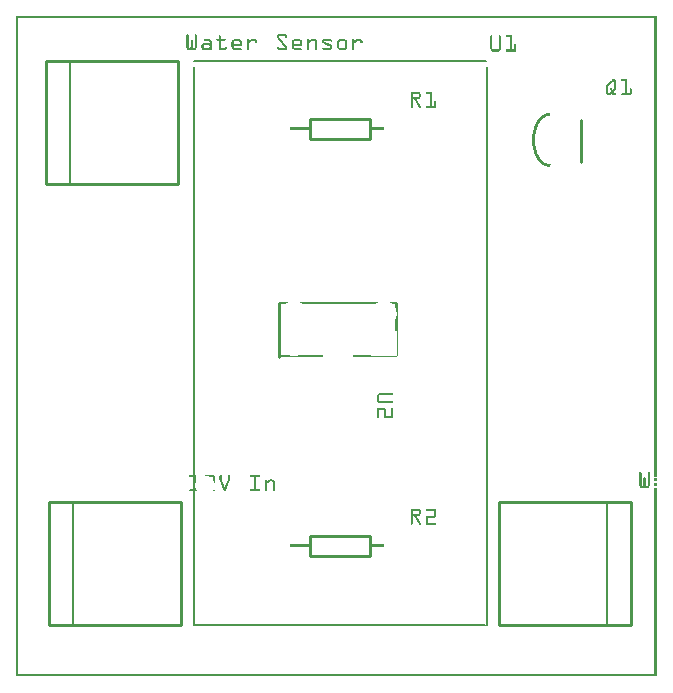
<source format=gto>
G04 MADE WITH FRITZING*
G04 WWW.FRITZING.ORG*
G04 DOUBLE SIDED*
G04 HOLES PLATED*
G04 CONTOUR ON CENTER OF CONTOUR VECTOR*
%ASAXBY*%
%FSLAX23Y23*%
%MOIN*%
%OFA0B0*%
%SFA1.0B1.0*%
%ADD10C,0.007960*%
%ADD11C,0.010000*%
%ADD12C,0.009799*%
%ADD13C,0.005000*%
%ADD14R,0.001000X0.001000*%
%LNSILK1*%
G90*
G70*
G54D10*
X593Y2033D02*
X593Y173D01*
D02*
X1569Y173D02*
X1569Y2033D01*
D02*
X593Y173D02*
X1563Y173D01*
D02*
X593Y2054D02*
X1566Y2054D01*
G54D11*
D02*
X980Y470D02*
X1180Y470D01*
D02*
X1180Y470D02*
X1180Y404D01*
D02*
X1180Y404D02*
X980Y404D01*
D02*
X980Y404D02*
X980Y470D01*
D02*
X980Y1860D02*
X1180Y1860D01*
D02*
X1180Y1860D02*
X1180Y1794D01*
D02*
X1180Y1794D02*
X980Y1794D01*
D02*
X980Y1794D02*
X980Y1860D01*
G54D12*
D02*
X877Y1245D02*
X877Y1068D01*
G54D11*
D02*
X1884Y1857D02*
X1884Y1717D01*
D02*
X550Y172D02*
X550Y582D01*
D02*
X550Y582D02*
X110Y582D01*
D02*
X110Y582D02*
X110Y172D01*
D02*
X110Y172D02*
X550Y172D01*
G54D13*
D02*
X190Y582D02*
X190Y172D01*
G54D11*
D02*
X1610Y582D02*
X1610Y172D01*
D02*
X1610Y172D02*
X2050Y172D01*
D02*
X2050Y172D02*
X2050Y582D01*
D02*
X2050Y582D02*
X1610Y582D01*
G54D13*
D02*
X1970Y172D02*
X1970Y582D01*
G54D11*
D02*
X540Y1642D02*
X540Y2052D01*
D02*
X540Y2052D02*
X100Y2052D01*
D02*
X100Y2052D02*
X100Y1642D01*
D02*
X100Y1642D02*
X540Y1642D01*
G54D13*
D02*
X180Y2052D02*
X180Y1642D01*
G54D14*
X0Y2203D02*
X2135Y2203D01*
X0Y2202D02*
X2135Y2202D01*
X0Y2201D02*
X2135Y2201D01*
X0Y2200D02*
X2135Y2200D01*
X0Y2199D02*
X2135Y2199D01*
X0Y2198D02*
X2135Y2198D01*
X0Y2197D02*
X2135Y2197D01*
X0Y2196D02*
X2135Y2196D01*
X0Y2195D02*
X7Y2195D01*
X2128Y2195D02*
X2135Y2195D01*
X0Y2194D02*
X7Y2194D01*
X2128Y2194D02*
X2135Y2194D01*
X0Y2193D02*
X7Y2193D01*
X2128Y2193D02*
X2135Y2193D01*
X0Y2192D02*
X7Y2192D01*
X2128Y2192D02*
X2135Y2192D01*
X0Y2191D02*
X7Y2191D01*
X2128Y2191D02*
X2135Y2191D01*
X0Y2190D02*
X7Y2190D01*
X2128Y2190D02*
X2135Y2190D01*
X0Y2189D02*
X7Y2189D01*
X2128Y2189D02*
X2135Y2189D01*
X0Y2188D02*
X7Y2188D01*
X2128Y2188D02*
X2135Y2188D01*
X0Y2187D02*
X7Y2187D01*
X2128Y2187D02*
X2135Y2187D01*
X0Y2186D02*
X7Y2186D01*
X2128Y2186D02*
X2135Y2186D01*
X0Y2185D02*
X7Y2185D01*
X2128Y2185D02*
X2135Y2185D01*
X0Y2184D02*
X7Y2184D01*
X2128Y2184D02*
X2135Y2184D01*
X0Y2183D02*
X7Y2183D01*
X2128Y2183D02*
X2135Y2183D01*
X0Y2182D02*
X7Y2182D01*
X2128Y2182D02*
X2135Y2182D01*
X0Y2181D02*
X7Y2181D01*
X2128Y2181D02*
X2135Y2181D01*
X0Y2180D02*
X7Y2180D01*
X2128Y2180D02*
X2135Y2180D01*
X0Y2179D02*
X7Y2179D01*
X2128Y2179D02*
X2135Y2179D01*
X0Y2178D02*
X7Y2178D01*
X2128Y2178D02*
X2135Y2178D01*
X0Y2177D02*
X7Y2177D01*
X2128Y2177D02*
X2135Y2177D01*
X0Y2176D02*
X7Y2176D01*
X2128Y2176D02*
X2135Y2176D01*
X0Y2175D02*
X7Y2175D01*
X2128Y2175D02*
X2135Y2175D01*
X0Y2174D02*
X7Y2174D01*
X2128Y2174D02*
X2135Y2174D01*
X0Y2173D02*
X7Y2173D01*
X2128Y2173D02*
X2135Y2173D01*
X0Y2172D02*
X7Y2172D01*
X2128Y2172D02*
X2135Y2172D01*
X0Y2171D02*
X7Y2171D01*
X2128Y2171D02*
X2135Y2171D01*
X0Y2170D02*
X7Y2170D01*
X2128Y2170D02*
X2135Y2170D01*
X0Y2169D02*
X7Y2169D01*
X2128Y2169D02*
X2135Y2169D01*
X0Y2168D02*
X7Y2168D01*
X2128Y2168D02*
X2135Y2168D01*
X0Y2167D02*
X7Y2167D01*
X2128Y2167D02*
X2135Y2167D01*
X0Y2166D02*
X7Y2166D01*
X2128Y2166D02*
X2135Y2166D01*
X0Y2165D02*
X7Y2165D01*
X2128Y2165D02*
X2135Y2165D01*
X0Y2164D02*
X7Y2164D01*
X2128Y2164D02*
X2135Y2164D01*
X0Y2163D02*
X7Y2163D01*
X2128Y2163D02*
X2135Y2163D01*
X0Y2162D02*
X7Y2162D01*
X2128Y2162D02*
X2135Y2162D01*
X0Y2161D02*
X7Y2161D01*
X2128Y2161D02*
X2135Y2161D01*
X0Y2160D02*
X7Y2160D01*
X2128Y2160D02*
X2135Y2160D01*
X0Y2159D02*
X7Y2159D01*
X2128Y2159D02*
X2135Y2159D01*
X0Y2158D02*
X7Y2158D01*
X2128Y2158D02*
X2135Y2158D01*
X0Y2157D02*
X7Y2157D01*
X2128Y2157D02*
X2135Y2157D01*
X0Y2156D02*
X7Y2156D01*
X2128Y2156D02*
X2135Y2156D01*
X0Y2155D02*
X7Y2155D01*
X2128Y2155D02*
X2135Y2155D01*
X0Y2154D02*
X7Y2154D01*
X2128Y2154D02*
X2135Y2154D01*
X0Y2153D02*
X7Y2153D01*
X2128Y2153D02*
X2135Y2153D01*
X0Y2152D02*
X7Y2152D01*
X2128Y2152D02*
X2135Y2152D01*
X0Y2151D02*
X7Y2151D01*
X2128Y2151D02*
X2135Y2151D01*
X0Y2150D02*
X7Y2150D01*
X2128Y2150D02*
X2135Y2150D01*
X0Y2149D02*
X7Y2149D01*
X2128Y2149D02*
X2135Y2149D01*
X0Y2148D02*
X7Y2148D01*
X2128Y2148D02*
X2135Y2148D01*
X0Y2147D02*
X7Y2147D01*
X2128Y2147D02*
X2135Y2147D01*
X0Y2146D02*
X7Y2146D01*
X2128Y2146D02*
X2135Y2146D01*
X0Y2145D02*
X7Y2145D01*
X2128Y2145D02*
X2135Y2145D01*
X0Y2144D02*
X7Y2144D01*
X2128Y2144D02*
X2135Y2144D01*
X0Y2143D02*
X7Y2143D01*
X2128Y2143D02*
X2135Y2143D01*
X0Y2142D02*
X7Y2142D01*
X570Y2142D02*
X572Y2142D01*
X598Y2142D02*
X599Y2142D01*
X875Y2142D02*
X895Y2142D01*
X2128Y2142D02*
X2135Y2142D01*
X0Y2141D02*
X7Y2141D01*
X569Y2141D02*
X573Y2141D01*
X596Y2141D02*
X600Y2141D01*
X873Y2141D02*
X898Y2141D01*
X2128Y2141D02*
X2135Y2141D01*
X0Y2140D02*
X7Y2140D01*
X568Y2140D02*
X574Y2140D01*
X596Y2140D02*
X601Y2140D01*
X871Y2140D02*
X899Y2140D01*
X2128Y2140D02*
X2135Y2140D01*
X0Y2139D02*
X7Y2139D01*
X568Y2139D02*
X574Y2139D01*
X595Y2139D02*
X601Y2139D01*
X677Y2139D02*
X679Y2139D01*
X871Y2139D02*
X900Y2139D01*
X2128Y2139D02*
X2135Y2139D01*
X0Y2138D02*
X7Y2138D01*
X568Y2138D02*
X574Y2138D01*
X595Y2138D02*
X601Y2138D01*
X676Y2138D02*
X680Y2138D01*
X870Y2138D02*
X901Y2138D01*
X1583Y2138D02*
X1585Y2138D01*
X1611Y2138D02*
X1613Y2138D01*
X1633Y2138D02*
X1651Y2138D01*
X2128Y2138D02*
X2135Y2138D01*
X0Y2137D02*
X7Y2137D01*
X568Y2137D02*
X574Y2137D01*
X595Y2137D02*
X601Y2137D01*
X675Y2137D02*
X681Y2137D01*
X869Y2137D02*
X902Y2137D01*
X1582Y2137D02*
X1587Y2137D01*
X1610Y2137D02*
X1614Y2137D01*
X1632Y2137D02*
X1651Y2137D01*
X2128Y2137D02*
X2135Y2137D01*
X0Y2136D02*
X7Y2136D01*
X568Y2136D02*
X574Y2136D01*
X595Y2136D02*
X601Y2136D01*
X675Y2136D02*
X681Y2136D01*
X869Y2136D02*
X902Y2136D01*
X1582Y2136D02*
X1587Y2136D01*
X1609Y2136D02*
X1615Y2136D01*
X1632Y2136D02*
X1651Y2136D01*
X2128Y2136D02*
X2135Y2136D01*
X0Y2135D02*
X7Y2135D01*
X568Y2135D02*
X574Y2135D01*
X595Y2135D02*
X601Y2135D01*
X675Y2135D02*
X681Y2135D01*
X869Y2135D02*
X875Y2135D01*
X895Y2135D02*
X902Y2135D01*
X1581Y2135D02*
X1587Y2135D01*
X1609Y2135D02*
X1615Y2135D01*
X1632Y2135D02*
X1651Y2135D01*
X2128Y2135D02*
X2135Y2135D01*
X0Y2134D02*
X7Y2134D01*
X568Y2134D02*
X574Y2134D01*
X595Y2134D02*
X601Y2134D01*
X675Y2134D02*
X681Y2134D01*
X869Y2134D02*
X875Y2134D01*
X896Y2134D02*
X903Y2134D01*
X1581Y2134D02*
X1587Y2134D01*
X1609Y2134D02*
X1615Y2134D01*
X1632Y2134D02*
X1651Y2134D01*
X2128Y2134D02*
X2135Y2134D01*
X0Y2133D02*
X7Y2133D01*
X568Y2133D02*
X574Y2133D01*
X595Y2133D02*
X601Y2133D01*
X675Y2133D02*
X681Y2133D01*
X869Y2133D02*
X876Y2133D01*
X897Y2133D02*
X903Y2133D01*
X1581Y2133D02*
X1587Y2133D01*
X1609Y2133D02*
X1615Y2133D01*
X1632Y2133D02*
X1651Y2133D01*
X2128Y2133D02*
X2135Y2133D01*
X0Y2132D02*
X7Y2132D01*
X568Y2132D02*
X574Y2132D01*
X595Y2132D02*
X601Y2132D01*
X675Y2132D02*
X681Y2132D01*
X869Y2132D02*
X877Y2132D01*
X897Y2132D02*
X902Y2132D01*
X1581Y2132D02*
X1587Y2132D01*
X1609Y2132D02*
X1615Y2132D01*
X1633Y2132D02*
X1651Y2132D01*
X2128Y2132D02*
X2135Y2132D01*
X0Y2131D02*
X7Y2131D01*
X568Y2131D02*
X574Y2131D01*
X595Y2131D02*
X601Y2131D01*
X675Y2131D02*
X681Y2131D01*
X870Y2131D02*
X877Y2131D01*
X897Y2131D02*
X902Y2131D01*
X1581Y2131D02*
X1587Y2131D01*
X1609Y2131D02*
X1615Y2131D01*
X1645Y2131D02*
X1651Y2131D01*
X2128Y2131D02*
X2135Y2131D01*
X0Y2130D02*
X7Y2130D01*
X568Y2130D02*
X574Y2130D01*
X595Y2130D02*
X601Y2130D01*
X675Y2130D02*
X681Y2130D01*
X870Y2130D02*
X878Y2130D01*
X898Y2130D02*
X901Y2130D01*
X1581Y2130D02*
X1587Y2130D01*
X1609Y2130D02*
X1615Y2130D01*
X1645Y2130D02*
X1651Y2130D01*
X2128Y2130D02*
X2135Y2130D01*
X0Y2129D02*
X7Y2129D01*
X568Y2129D02*
X574Y2129D01*
X595Y2129D02*
X601Y2129D01*
X675Y2129D02*
X681Y2129D01*
X871Y2129D02*
X879Y2129D01*
X1581Y2129D02*
X1587Y2129D01*
X1609Y2129D02*
X1615Y2129D01*
X1645Y2129D02*
X1651Y2129D01*
X2128Y2129D02*
X2135Y2129D01*
X0Y2128D02*
X7Y2128D01*
X568Y2128D02*
X574Y2128D01*
X595Y2128D02*
X601Y2128D01*
X675Y2128D02*
X681Y2128D01*
X872Y2128D02*
X880Y2128D01*
X1581Y2128D02*
X1587Y2128D01*
X1609Y2128D02*
X1615Y2128D01*
X1645Y2128D02*
X1651Y2128D01*
X2128Y2128D02*
X2135Y2128D01*
X0Y2127D02*
X7Y2127D01*
X568Y2127D02*
X574Y2127D01*
X595Y2127D02*
X601Y2127D01*
X627Y2127D02*
X644Y2127D01*
X670Y2127D02*
X697Y2127D01*
X728Y2127D02*
X742Y2127D01*
X770Y2127D02*
X773Y2127D01*
X784Y2127D02*
X795Y2127D01*
X873Y2127D02*
X881Y2127D01*
X929Y2127D02*
X943Y2127D01*
X971Y2127D02*
X974Y2127D01*
X986Y2127D02*
X995Y2127D01*
X1026Y2127D02*
X1047Y2127D01*
X1079Y2127D02*
X1094Y2127D01*
X1122Y2127D02*
X1124Y2127D01*
X1135Y2127D02*
X1146Y2127D01*
X1581Y2127D02*
X1587Y2127D01*
X1609Y2127D02*
X1615Y2127D01*
X1645Y2127D02*
X1651Y2127D01*
X2128Y2127D02*
X2135Y2127D01*
X0Y2126D02*
X7Y2126D01*
X568Y2126D02*
X574Y2126D01*
X595Y2126D02*
X601Y2126D01*
X626Y2126D02*
X646Y2126D01*
X669Y2126D02*
X698Y2126D01*
X726Y2126D02*
X744Y2126D01*
X769Y2126D02*
X774Y2126D01*
X783Y2126D02*
X797Y2126D01*
X873Y2126D02*
X881Y2126D01*
X927Y2126D02*
X945Y2126D01*
X970Y2126D02*
X975Y2126D01*
X983Y2126D02*
X997Y2126D01*
X1024Y2126D02*
X1049Y2126D01*
X1077Y2126D02*
X1096Y2126D01*
X1121Y2126D02*
X1125Y2126D01*
X1134Y2126D02*
X1149Y2126D01*
X1581Y2126D02*
X1587Y2126D01*
X1609Y2126D02*
X1615Y2126D01*
X1645Y2126D02*
X1651Y2126D01*
X2128Y2126D02*
X2135Y2126D01*
X0Y2125D02*
X7Y2125D01*
X568Y2125D02*
X574Y2125D01*
X595Y2125D02*
X601Y2125D01*
X625Y2125D02*
X647Y2125D01*
X668Y2125D02*
X698Y2125D01*
X725Y2125D02*
X746Y2125D01*
X769Y2125D02*
X774Y2125D01*
X782Y2125D02*
X798Y2125D01*
X874Y2125D02*
X882Y2125D01*
X925Y2125D02*
X947Y2125D01*
X970Y2125D02*
X975Y2125D01*
X982Y2125D02*
X998Y2125D01*
X1023Y2125D02*
X1050Y2125D01*
X1076Y2125D02*
X1097Y2125D01*
X1120Y2125D02*
X1126Y2125D01*
X1133Y2125D02*
X1150Y2125D01*
X1581Y2125D02*
X1587Y2125D01*
X1609Y2125D02*
X1615Y2125D01*
X1645Y2125D02*
X1651Y2125D01*
X2128Y2125D02*
X2135Y2125D01*
X0Y2124D02*
X7Y2124D01*
X568Y2124D02*
X574Y2124D01*
X583Y2124D02*
X586Y2124D01*
X595Y2124D02*
X601Y2124D01*
X625Y2124D02*
X648Y2124D01*
X668Y2124D02*
X698Y2124D01*
X723Y2124D02*
X747Y2124D01*
X769Y2124D02*
X775Y2124D01*
X780Y2124D02*
X800Y2124D01*
X875Y2124D02*
X883Y2124D01*
X924Y2124D02*
X948Y2124D01*
X969Y2124D02*
X975Y2124D01*
X980Y2124D02*
X999Y2124D01*
X1022Y2124D02*
X1051Y2124D01*
X1075Y2124D02*
X1098Y2124D01*
X1120Y2124D02*
X1126Y2124D01*
X1132Y2124D02*
X1151Y2124D01*
X1581Y2124D02*
X1587Y2124D01*
X1609Y2124D02*
X1615Y2124D01*
X1645Y2124D02*
X1651Y2124D01*
X2128Y2124D02*
X2135Y2124D01*
X0Y2123D02*
X7Y2123D01*
X568Y2123D02*
X574Y2123D01*
X582Y2123D02*
X587Y2123D01*
X595Y2123D02*
X601Y2123D01*
X625Y2123D02*
X649Y2123D01*
X668Y2123D02*
X698Y2123D01*
X722Y2123D02*
X748Y2123D01*
X769Y2123D02*
X775Y2123D01*
X779Y2123D02*
X800Y2123D01*
X876Y2123D02*
X884Y2123D01*
X923Y2123D02*
X949Y2123D01*
X969Y2123D02*
X975Y2123D01*
X979Y2123D02*
X1000Y2123D01*
X1022Y2123D02*
X1052Y2123D01*
X1074Y2123D02*
X1100Y2123D01*
X1120Y2123D02*
X1126Y2123D01*
X1131Y2123D02*
X1152Y2123D01*
X1581Y2123D02*
X1587Y2123D01*
X1609Y2123D02*
X1615Y2123D01*
X1645Y2123D02*
X1651Y2123D01*
X2128Y2123D02*
X2135Y2123D01*
X0Y2122D02*
X7Y2122D01*
X568Y2122D02*
X574Y2122D01*
X582Y2122D02*
X587Y2122D01*
X595Y2122D02*
X601Y2122D01*
X626Y2122D02*
X649Y2122D01*
X669Y2122D02*
X698Y2122D01*
X721Y2122D02*
X749Y2122D01*
X769Y2122D02*
X775Y2122D01*
X778Y2122D02*
X801Y2122D01*
X876Y2122D02*
X884Y2122D01*
X922Y2122D02*
X950Y2122D01*
X969Y2122D02*
X1001Y2122D01*
X1021Y2122D02*
X1052Y2122D01*
X1073Y2122D02*
X1101Y2122D01*
X1120Y2122D02*
X1126Y2122D01*
X1129Y2122D02*
X1152Y2122D01*
X1581Y2122D02*
X1587Y2122D01*
X1609Y2122D02*
X1615Y2122D01*
X1645Y2122D02*
X1651Y2122D01*
X2128Y2122D02*
X2135Y2122D01*
X0Y2121D02*
X7Y2121D01*
X568Y2121D02*
X574Y2121D01*
X582Y2121D02*
X588Y2121D01*
X595Y2121D02*
X601Y2121D01*
X627Y2121D02*
X650Y2121D01*
X670Y2121D02*
X696Y2121D01*
X720Y2121D02*
X750Y2121D01*
X769Y2121D02*
X775Y2121D01*
X777Y2121D02*
X801Y2121D01*
X877Y2121D02*
X885Y2121D01*
X921Y2121D02*
X951Y2121D01*
X969Y2121D02*
X1001Y2121D01*
X1021Y2121D02*
X1052Y2121D01*
X1072Y2121D02*
X1101Y2121D01*
X1120Y2121D02*
X1126Y2121D01*
X1128Y2121D02*
X1153Y2121D01*
X1581Y2121D02*
X1587Y2121D01*
X1609Y2121D02*
X1615Y2121D01*
X1645Y2121D02*
X1651Y2121D01*
X2128Y2121D02*
X2135Y2121D01*
X0Y2120D02*
X7Y2120D01*
X568Y2120D02*
X574Y2120D01*
X582Y2120D02*
X588Y2120D01*
X595Y2120D02*
X601Y2120D01*
X643Y2120D02*
X650Y2120D01*
X675Y2120D02*
X681Y2120D01*
X720Y2120D02*
X728Y2120D01*
X742Y2120D02*
X751Y2120D01*
X769Y2120D02*
X786Y2120D01*
X795Y2120D02*
X802Y2120D01*
X878Y2120D02*
X886Y2120D01*
X921Y2120D02*
X929Y2120D01*
X943Y2120D02*
X951Y2120D01*
X969Y2120D02*
X986Y2120D01*
X994Y2120D02*
X1002Y2120D01*
X1021Y2120D02*
X1027Y2120D01*
X1046Y2120D02*
X1052Y2120D01*
X1071Y2120D02*
X1080Y2120D01*
X1093Y2120D02*
X1102Y2120D01*
X1120Y2120D02*
X1137Y2120D01*
X1146Y2120D02*
X1153Y2120D01*
X1581Y2120D02*
X1587Y2120D01*
X1609Y2120D02*
X1615Y2120D01*
X1645Y2120D02*
X1651Y2120D01*
X2128Y2120D02*
X2135Y2120D01*
X0Y2119D02*
X7Y2119D01*
X568Y2119D02*
X574Y2119D01*
X582Y2119D02*
X588Y2119D01*
X595Y2119D02*
X601Y2119D01*
X644Y2119D02*
X651Y2119D01*
X675Y2119D02*
X681Y2119D01*
X719Y2119D02*
X727Y2119D01*
X743Y2119D02*
X751Y2119D01*
X769Y2119D02*
X784Y2119D01*
X796Y2119D02*
X802Y2119D01*
X879Y2119D02*
X887Y2119D01*
X920Y2119D02*
X928Y2119D01*
X944Y2119D02*
X952Y2119D01*
X969Y2119D02*
X984Y2119D01*
X995Y2119D02*
X1002Y2119D01*
X1021Y2119D02*
X1027Y2119D01*
X1047Y2119D02*
X1052Y2119D01*
X1071Y2119D02*
X1079Y2119D01*
X1095Y2119D02*
X1103Y2119D01*
X1120Y2119D02*
X1136Y2119D01*
X1147Y2119D02*
X1153Y2119D01*
X1581Y2119D02*
X1587Y2119D01*
X1609Y2119D02*
X1615Y2119D01*
X1645Y2119D02*
X1651Y2119D01*
X2128Y2119D02*
X2135Y2119D01*
X0Y2118D02*
X7Y2118D01*
X568Y2118D02*
X574Y2118D01*
X582Y2118D02*
X588Y2118D01*
X595Y2118D02*
X601Y2118D01*
X644Y2118D02*
X651Y2118D01*
X675Y2118D02*
X681Y2118D01*
X719Y2118D02*
X726Y2118D01*
X744Y2118D02*
X752Y2118D01*
X769Y2118D02*
X783Y2118D01*
X796Y2118D02*
X802Y2118D01*
X880Y2118D02*
X888Y2118D01*
X920Y2118D02*
X927Y2118D01*
X945Y2118D02*
X952Y2118D01*
X969Y2118D02*
X983Y2118D01*
X996Y2118D02*
X1002Y2118D01*
X1021Y2118D02*
X1027Y2118D01*
X1049Y2118D02*
X1051Y2118D01*
X1070Y2118D02*
X1078Y2118D01*
X1096Y2118D02*
X1103Y2118D01*
X1120Y2118D02*
X1135Y2118D01*
X1147Y2118D02*
X1154Y2118D01*
X1581Y2118D02*
X1587Y2118D01*
X1609Y2118D02*
X1615Y2118D01*
X1645Y2118D02*
X1651Y2118D01*
X2128Y2118D02*
X2135Y2118D01*
X0Y2117D02*
X7Y2117D01*
X568Y2117D02*
X574Y2117D01*
X582Y2117D02*
X588Y2117D01*
X595Y2117D02*
X601Y2117D01*
X645Y2117D02*
X651Y2117D01*
X675Y2117D02*
X681Y2117D01*
X719Y2117D02*
X725Y2117D01*
X745Y2117D02*
X752Y2117D01*
X769Y2117D02*
X782Y2117D01*
X796Y2117D02*
X802Y2117D01*
X880Y2117D02*
X888Y2117D01*
X919Y2117D02*
X926Y2117D01*
X946Y2117D02*
X953Y2117D01*
X969Y2117D02*
X981Y2117D01*
X996Y2117D02*
X1002Y2117D01*
X1021Y2117D02*
X1027Y2117D01*
X1070Y2117D02*
X1077Y2117D01*
X1097Y2117D02*
X1103Y2117D01*
X1120Y2117D02*
X1133Y2117D01*
X1148Y2117D02*
X1154Y2117D01*
X1581Y2117D02*
X1587Y2117D01*
X1609Y2117D02*
X1615Y2117D01*
X1645Y2117D02*
X1651Y2117D01*
X2128Y2117D02*
X2135Y2117D01*
X0Y2116D02*
X7Y2116D01*
X568Y2116D02*
X574Y2116D01*
X582Y2116D02*
X588Y2116D01*
X595Y2116D02*
X601Y2116D01*
X645Y2116D02*
X651Y2116D01*
X675Y2116D02*
X681Y2116D01*
X719Y2116D02*
X725Y2116D01*
X746Y2116D02*
X752Y2116D01*
X769Y2116D02*
X781Y2116D01*
X796Y2116D02*
X802Y2116D01*
X881Y2116D02*
X889Y2116D01*
X919Y2116D02*
X925Y2116D01*
X947Y2116D02*
X953Y2116D01*
X969Y2116D02*
X980Y2116D01*
X996Y2116D02*
X1002Y2116D01*
X1021Y2116D02*
X1030Y2116D01*
X1070Y2116D02*
X1076Y2116D01*
X1097Y2116D02*
X1103Y2116D01*
X1120Y2116D02*
X1132Y2116D01*
X1148Y2116D02*
X1154Y2116D01*
X1581Y2116D02*
X1587Y2116D01*
X1609Y2116D02*
X1615Y2116D01*
X1645Y2116D02*
X1651Y2116D01*
X2128Y2116D02*
X2135Y2116D01*
X0Y2115D02*
X7Y2115D01*
X568Y2115D02*
X574Y2115D01*
X582Y2115D02*
X588Y2115D01*
X595Y2115D02*
X601Y2115D01*
X645Y2115D02*
X651Y2115D01*
X675Y2115D02*
X681Y2115D01*
X718Y2115D02*
X724Y2115D01*
X746Y2115D02*
X752Y2115D01*
X769Y2115D02*
X780Y2115D01*
X796Y2115D02*
X802Y2115D01*
X882Y2115D02*
X890Y2115D01*
X919Y2115D02*
X925Y2115D01*
X947Y2115D02*
X953Y2115D01*
X969Y2115D02*
X978Y2115D01*
X996Y2115D02*
X1002Y2115D01*
X1021Y2115D02*
X1032Y2115D01*
X1070Y2115D02*
X1076Y2115D01*
X1097Y2115D02*
X1103Y2115D01*
X1120Y2115D02*
X1131Y2115D01*
X1148Y2115D02*
X1154Y2115D01*
X1581Y2115D02*
X1587Y2115D01*
X1609Y2115D02*
X1615Y2115D01*
X1645Y2115D02*
X1651Y2115D01*
X2128Y2115D02*
X2135Y2115D01*
X0Y2114D02*
X7Y2114D01*
X568Y2114D02*
X574Y2114D01*
X582Y2114D02*
X588Y2114D01*
X595Y2114D02*
X601Y2114D01*
X645Y2114D02*
X651Y2114D01*
X675Y2114D02*
X681Y2114D01*
X718Y2114D02*
X724Y2114D01*
X746Y2114D02*
X752Y2114D01*
X769Y2114D02*
X779Y2114D01*
X796Y2114D02*
X802Y2114D01*
X883Y2114D02*
X891Y2114D01*
X919Y2114D02*
X925Y2114D01*
X947Y2114D02*
X953Y2114D01*
X969Y2114D02*
X977Y2114D01*
X996Y2114D02*
X1002Y2114D01*
X1022Y2114D02*
X1034Y2114D01*
X1070Y2114D02*
X1076Y2114D01*
X1097Y2114D02*
X1103Y2114D01*
X1120Y2114D02*
X1130Y2114D01*
X1148Y2114D02*
X1153Y2114D01*
X1581Y2114D02*
X1587Y2114D01*
X1609Y2114D02*
X1615Y2114D01*
X1645Y2114D02*
X1651Y2114D01*
X2128Y2114D02*
X2135Y2114D01*
X0Y2113D02*
X7Y2113D01*
X568Y2113D02*
X574Y2113D01*
X582Y2113D02*
X588Y2113D01*
X595Y2113D02*
X601Y2113D01*
X645Y2113D02*
X651Y2113D01*
X675Y2113D02*
X681Y2113D01*
X718Y2113D02*
X724Y2113D01*
X746Y2113D02*
X752Y2113D01*
X769Y2113D02*
X777Y2113D01*
X797Y2113D02*
X801Y2113D01*
X883Y2113D02*
X891Y2113D01*
X919Y2113D02*
X925Y2113D01*
X947Y2113D02*
X953Y2113D01*
X969Y2113D02*
X976Y2113D01*
X996Y2113D02*
X1002Y2113D01*
X1023Y2113D02*
X1036Y2113D01*
X1070Y2113D02*
X1076Y2113D01*
X1097Y2113D02*
X1103Y2113D01*
X1120Y2113D02*
X1129Y2113D01*
X1148Y2113D02*
X1153Y2113D01*
X1581Y2113D02*
X1587Y2113D01*
X1609Y2113D02*
X1615Y2113D01*
X1645Y2113D02*
X1651Y2113D01*
X2128Y2113D02*
X2135Y2113D01*
X0Y2112D02*
X7Y2112D01*
X568Y2112D02*
X574Y2112D01*
X582Y2112D02*
X588Y2112D01*
X595Y2112D02*
X601Y2112D01*
X624Y2112D02*
X651Y2112D01*
X675Y2112D02*
X681Y2112D01*
X718Y2112D02*
X724Y2112D01*
X746Y2112D02*
X752Y2112D01*
X769Y2112D02*
X776Y2112D01*
X798Y2112D02*
X800Y2112D01*
X884Y2112D02*
X892Y2112D01*
X919Y2112D02*
X925Y2112D01*
X947Y2112D02*
X953Y2112D01*
X969Y2112D02*
X975Y2112D01*
X996Y2112D02*
X1002Y2112D01*
X1024Y2112D02*
X1039Y2112D01*
X1070Y2112D02*
X1076Y2112D01*
X1097Y2112D02*
X1103Y2112D01*
X1120Y2112D02*
X1128Y2112D01*
X1150Y2112D02*
X1151Y2112D01*
X1581Y2112D02*
X1587Y2112D01*
X1609Y2112D02*
X1615Y2112D01*
X1645Y2112D02*
X1651Y2112D01*
X2128Y2112D02*
X2135Y2112D01*
X0Y2111D02*
X7Y2111D01*
X568Y2111D02*
X574Y2111D01*
X582Y2111D02*
X588Y2111D01*
X595Y2111D02*
X601Y2111D01*
X623Y2111D02*
X651Y2111D01*
X675Y2111D02*
X681Y2111D01*
X718Y2111D02*
X724Y2111D01*
X746Y2111D02*
X752Y2111D01*
X769Y2111D02*
X775Y2111D01*
X885Y2111D02*
X893Y2111D01*
X919Y2111D02*
X925Y2111D01*
X947Y2111D02*
X953Y2111D01*
X969Y2111D02*
X975Y2111D01*
X996Y2111D02*
X1002Y2111D01*
X1025Y2111D02*
X1041Y2111D01*
X1070Y2111D02*
X1076Y2111D01*
X1097Y2111D02*
X1103Y2111D01*
X1120Y2111D02*
X1127Y2111D01*
X1581Y2111D02*
X1587Y2111D01*
X1609Y2111D02*
X1615Y2111D01*
X1645Y2111D02*
X1651Y2111D01*
X2128Y2111D02*
X2135Y2111D01*
X0Y2110D02*
X7Y2110D01*
X568Y2110D02*
X574Y2110D01*
X582Y2110D02*
X588Y2110D01*
X595Y2110D02*
X601Y2110D01*
X621Y2110D02*
X651Y2110D01*
X675Y2110D02*
X681Y2110D01*
X718Y2110D02*
X725Y2110D01*
X746Y2110D02*
X752Y2110D01*
X769Y2110D02*
X775Y2110D01*
X886Y2110D02*
X894Y2110D01*
X919Y2110D02*
X926Y2110D01*
X947Y2110D02*
X953Y2110D01*
X969Y2110D02*
X975Y2110D01*
X996Y2110D02*
X1002Y2110D01*
X1027Y2110D02*
X1043Y2110D01*
X1070Y2110D02*
X1076Y2110D01*
X1097Y2110D02*
X1103Y2110D01*
X1120Y2110D02*
X1126Y2110D01*
X1581Y2110D02*
X1587Y2110D01*
X1609Y2110D02*
X1615Y2110D01*
X1645Y2110D02*
X1651Y2110D01*
X2128Y2110D02*
X2135Y2110D01*
X0Y2109D02*
X7Y2109D01*
X568Y2109D02*
X574Y2109D01*
X582Y2109D02*
X588Y2109D01*
X595Y2109D02*
X601Y2109D01*
X620Y2109D02*
X651Y2109D01*
X675Y2109D02*
X681Y2109D01*
X718Y2109D02*
X752Y2109D01*
X769Y2109D02*
X775Y2109D01*
X887Y2109D02*
X895Y2109D01*
X919Y2109D02*
X953Y2109D01*
X969Y2109D02*
X975Y2109D01*
X996Y2109D02*
X1002Y2109D01*
X1029Y2109D02*
X1046Y2109D01*
X1070Y2109D02*
X1076Y2109D01*
X1097Y2109D02*
X1103Y2109D01*
X1120Y2109D02*
X1126Y2109D01*
X1581Y2109D02*
X1587Y2109D01*
X1609Y2109D02*
X1615Y2109D01*
X1645Y2109D02*
X1651Y2109D01*
X2128Y2109D02*
X2135Y2109D01*
X0Y2108D02*
X7Y2108D01*
X568Y2108D02*
X574Y2108D01*
X582Y2108D02*
X588Y2108D01*
X595Y2108D02*
X601Y2108D01*
X620Y2108D02*
X651Y2108D01*
X675Y2108D02*
X681Y2108D01*
X718Y2108D02*
X752Y2108D01*
X769Y2108D02*
X775Y2108D01*
X887Y2108D02*
X895Y2108D01*
X919Y2108D02*
X953Y2108D01*
X969Y2108D02*
X975Y2108D01*
X996Y2108D02*
X1002Y2108D01*
X1031Y2108D02*
X1048Y2108D01*
X1070Y2108D02*
X1076Y2108D01*
X1097Y2108D02*
X1103Y2108D01*
X1120Y2108D02*
X1126Y2108D01*
X1581Y2108D02*
X1587Y2108D01*
X1609Y2108D02*
X1615Y2108D01*
X1645Y2108D02*
X1651Y2108D01*
X1660Y2108D02*
X1664Y2108D01*
X2128Y2108D02*
X2135Y2108D01*
X0Y2107D02*
X7Y2107D01*
X568Y2107D02*
X574Y2107D01*
X582Y2107D02*
X588Y2107D01*
X595Y2107D02*
X601Y2107D01*
X619Y2107D02*
X651Y2107D01*
X675Y2107D02*
X681Y2107D01*
X718Y2107D02*
X752Y2107D01*
X769Y2107D02*
X775Y2107D01*
X888Y2107D02*
X896Y2107D01*
X919Y2107D02*
X953Y2107D01*
X969Y2107D02*
X975Y2107D01*
X996Y2107D02*
X1002Y2107D01*
X1034Y2107D02*
X1049Y2107D01*
X1070Y2107D02*
X1076Y2107D01*
X1097Y2107D02*
X1103Y2107D01*
X1120Y2107D02*
X1126Y2107D01*
X1581Y2107D02*
X1587Y2107D01*
X1609Y2107D02*
X1615Y2107D01*
X1645Y2107D02*
X1651Y2107D01*
X1660Y2107D02*
X1665Y2107D01*
X2128Y2107D02*
X2135Y2107D01*
X0Y2106D02*
X7Y2106D01*
X568Y2106D02*
X574Y2106D01*
X582Y2106D02*
X588Y2106D01*
X595Y2106D02*
X601Y2106D01*
X619Y2106D02*
X651Y2106D01*
X675Y2106D02*
X681Y2106D01*
X718Y2106D02*
X752Y2106D01*
X769Y2106D02*
X775Y2106D01*
X889Y2106D02*
X897Y2106D01*
X919Y2106D02*
X953Y2106D01*
X969Y2106D02*
X975Y2106D01*
X997Y2106D02*
X1002Y2106D01*
X1036Y2106D02*
X1050Y2106D01*
X1070Y2106D02*
X1076Y2106D01*
X1097Y2106D02*
X1103Y2106D01*
X1120Y2106D02*
X1126Y2106D01*
X1581Y2106D02*
X1587Y2106D01*
X1609Y2106D02*
X1615Y2106D01*
X1645Y2106D02*
X1651Y2106D01*
X1659Y2106D02*
X1665Y2106D01*
X2128Y2106D02*
X2135Y2106D01*
X0Y2105D02*
X7Y2105D01*
X568Y2105D02*
X574Y2105D01*
X582Y2105D02*
X588Y2105D01*
X595Y2105D02*
X601Y2105D01*
X618Y2105D02*
X625Y2105D01*
X644Y2105D02*
X651Y2105D01*
X675Y2105D02*
X681Y2105D01*
X718Y2105D02*
X752Y2105D01*
X769Y2105D02*
X775Y2105D01*
X890Y2105D02*
X898Y2105D01*
X919Y2105D02*
X952Y2105D01*
X969Y2105D02*
X975Y2105D01*
X997Y2105D02*
X1003Y2105D01*
X1038Y2105D02*
X1051Y2105D01*
X1070Y2105D02*
X1076Y2105D01*
X1097Y2105D02*
X1103Y2105D01*
X1120Y2105D02*
X1126Y2105D01*
X1581Y2105D02*
X1587Y2105D01*
X1609Y2105D02*
X1615Y2105D01*
X1645Y2105D02*
X1651Y2105D01*
X1659Y2105D02*
X1665Y2105D01*
X2128Y2105D02*
X2135Y2105D01*
X0Y2104D02*
X7Y2104D01*
X568Y2104D02*
X574Y2104D01*
X582Y2104D02*
X588Y2104D01*
X595Y2104D02*
X601Y2104D01*
X618Y2104D02*
X624Y2104D01*
X645Y2104D02*
X651Y2104D01*
X675Y2104D02*
X681Y2104D01*
X718Y2104D02*
X751Y2104D01*
X769Y2104D02*
X775Y2104D01*
X890Y2104D02*
X898Y2104D01*
X919Y2104D02*
X952Y2104D01*
X969Y2104D02*
X975Y2104D01*
X997Y2104D02*
X1003Y2104D01*
X1041Y2104D02*
X1052Y2104D01*
X1070Y2104D02*
X1076Y2104D01*
X1097Y2104D02*
X1103Y2104D01*
X1120Y2104D02*
X1126Y2104D01*
X1581Y2104D02*
X1587Y2104D01*
X1609Y2104D02*
X1615Y2104D01*
X1645Y2104D02*
X1651Y2104D01*
X1659Y2104D02*
X1665Y2104D01*
X2128Y2104D02*
X2135Y2104D01*
X0Y2103D02*
X7Y2103D01*
X568Y2103D02*
X574Y2103D01*
X582Y2103D02*
X588Y2103D01*
X595Y2103D02*
X601Y2103D01*
X618Y2103D02*
X624Y2103D01*
X645Y2103D02*
X651Y2103D01*
X675Y2103D02*
X681Y2103D01*
X718Y2103D02*
X749Y2103D01*
X769Y2103D02*
X775Y2103D01*
X891Y2103D02*
X899Y2103D01*
X919Y2103D02*
X950Y2103D01*
X969Y2103D02*
X975Y2103D01*
X997Y2103D02*
X1003Y2103D01*
X1043Y2103D02*
X1052Y2103D01*
X1070Y2103D02*
X1076Y2103D01*
X1097Y2103D02*
X1103Y2103D01*
X1120Y2103D02*
X1126Y2103D01*
X1581Y2103D02*
X1587Y2103D01*
X1609Y2103D02*
X1615Y2103D01*
X1645Y2103D02*
X1651Y2103D01*
X1659Y2103D02*
X1665Y2103D01*
X2128Y2103D02*
X2135Y2103D01*
X0Y2102D02*
X7Y2102D01*
X568Y2102D02*
X574Y2102D01*
X582Y2102D02*
X588Y2102D01*
X595Y2102D02*
X601Y2102D01*
X618Y2102D02*
X624Y2102D01*
X645Y2102D02*
X651Y2102D01*
X675Y2102D02*
X681Y2102D01*
X718Y2102D02*
X724Y2102D01*
X769Y2102D02*
X775Y2102D01*
X892Y2102D02*
X900Y2102D01*
X919Y2102D02*
X925Y2102D01*
X969Y2102D02*
X975Y2102D01*
X997Y2102D02*
X1003Y2102D01*
X1045Y2102D02*
X1053Y2102D01*
X1070Y2102D02*
X1076Y2102D01*
X1097Y2102D02*
X1103Y2102D01*
X1120Y2102D02*
X1126Y2102D01*
X1581Y2102D02*
X1587Y2102D01*
X1609Y2102D02*
X1615Y2102D01*
X1645Y2102D02*
X1651Y2102D01*
X1659Y2102D02*
X1665Y2102D01*
X2128Y2102D02*
X2135Y2102D01*
X0Y2101D02*
X7Y2101D01*
X568Y2101D02*
X574Y2101D01*
X582Y2101D02*
X588Y2101D01*
X595Y2101D02*
X601Y2101D01*
X618Y2101D02*
X624Y2101D01*
X645Y2101D02*
X651Y2101D01*
X675Y2101D02*
X681Y2101D01*
X718Y2101D02*
X724Y2101D01*
X769Y2101D02*
X775Y2101D01*
X893Y2101D02*
X901Y2101D01*
X919Y2101D02*
X925Y2101D01*
X969Y2101D02*
X975Y2101D01*
X997Y2101D02*
X1003Y2101D01*
X1046Y2101D02*
X1053Y2101D01*
X1070Y2101D02*
X1076Y2101D01*
X1097Y2101D02*
X1103Y2101D01*
X1120Y2101D02*
X1126Y2101D01*
X1581Y2101D02*
X1587Y2101D01*
X1609Y2101D02*
X1615Y2101D01*
X1645Y2101D02*
X1651Y2101D01*
X1659Y2101D02*
X1665Y2101D01*
X2128Y2101D02*
X2135Y2101D01*
X0Y2100D02*
X7Y2100D01*
X568Y2100D02*
X574Y2100D01*
X582Y2100D02*
X588Y2100D01*
X595Y2100D02*
X601Y2100D01*
X618Y2100D02*
X624Y2100D01*
X645Y2100D02*
X651Y2100D01*
X675Y2100D02*
X681Y2100D01*
X697Y2100D02*
X701Y2100D01*
X718Y2100D02*
X725Y2100D01*
X769Y2100D02*
X775Y2100D01*
X870Y2100D02*
X874Y2100D01*
X894Y2100D02*
X901Y2100D01*
X919Y2100D02*
X925Y2100D01*
X969Y2100D02*
X975Y2100D01*
X997Y2100D02*
X1003Y2100D01*
X1047Y2100D02*
X1053Y2100D01*
X1070Y2100D02*
X1076Y2100D01*
X1097Y2100D02*
X1103Y2100D01*
X1120Y2100D02*
X1126Y2100D01*
X1581Y2100D02*
X1587Y2100D01*
X1609Y2100D02*
X1615Y2100D01*
X1645Y2100D02*
X1651Y2100D01*
X1659Y2100D02*
X1665Y2100D01*
X2128Y2100D02*
X2135Y2100D01*
X0Y2099D02*
X7Y2099D01*
X568Y2099D02*
X574Y2099D01*
X582Y2099D02*
X588Y2099D01*
X595Y2099D02*
X601Y2099D01*
X618Y2099D02*
X624Y2099D01*
X644Y2099D02*
X651Y2099D01*
X675Y2099D02*
X681Y2099D01*
X696Y2099D02*
X701Y2099D01*
X719Y2099D02*
X725Y2099D01*
X769Y2099D02*
X775Y2099D01*
X869Y2099D02*
X875Y2099D01*
X894Y2099D02*
X902Y2099D01*
X919Y2099D02*
X926Y2099D01*
X969Y2099D02*
X975Y2099D01*
X997Y2099D02*
X1003Y2099D01*
X1047Y2099D02*
X1053Y2099D01*
X1070Y2099D02*
X1076Y2099D01*
X1097Y2099D02*
X1103Y2099D01*
X1120Y2099D02*
X1126Y2099D01*
X1581Y2099D02*
X1587Y2099D01*
X1609Y2099D02*
X1615Y2099D01*
X1645Y2099D02*
X1651Y2099D01*
X1659Y2099D02*
X1665Y2099D01*
X2128Y2099D02*
X2135Y2099D01*
X0Y2098D02*
X7Y2098D01*
X568Y2098D02*
X574Y2098D01*
X581Y2098D02*
X588Y2098D01*
X595Y2098D02*
X601Y2098D01*
X618Y2098D02*
X624Y2098D01*
X643Y2098D02*
X651Y2098D01*
X675Y2098D02*
X681Y2098D01*
X696Y2098D02*
X702Y2098D01*
X719Y2098D02*
X726Y2098D01*
X769Y2098D02*
X775Y2098D01*
X869Y2098D02*
X875Y2098D01*
X895Y2098D02*
X902Y2098D01*
X920Y2098D02*
X927Y2098D01*
X969Y2098D02*
X975Y2098D01*
X997Y2098D02*
X1003Y2098D01*
X1047Y2098D02*
X1053Y2098D01*
X1070Y2098D02*
X1077Y2098D01*
X1096Y2098D02*
X1103Y2098D01*
X1120Y2098D02*
X1126Y2098D01*
X1581Y2098D02*
X1587Y2098D01*
X1609Y2098D02*
X1615Y2098D01*
X1645Y2098D02*
X1651Y2098D01*
X1659Y2098D02*
X1665Y2098D01*
X2128Y2098D02*
X2135Y2098D01*
X0Y2097D02*
X7Y2097D01*
X568Y2097D02*
X575Y2097D01*
X581Y2097D02*
X589Y2097D01*
X594Y2097D02*
X601Y2097D01*
X618Y2097D02*
X624Y2097D01*
X641Y2097D02*
X651Y2097D01*
X675Y2097D02*
X682Y2097D01*
X695Y2097D02*
X702Y2097D01*
X719Y2097D02*
X727Y2097D01*
X769Y2097D02*
X775Y2097D01*
X869Y2097D02*
X875Y2097D01*
X896Y2097D02*
X903Y2097D01*
X920Y2097D02*
X928Y2097D01*
X969Y2097D02*
X975Y2097D01*
X997Y2097D02*
X1003Y2097D01*
X1021Y2097D02*
X1025Y2097D01*
X1047Y2097D02*
X1053Y2097D01*
X1071Y2097D02*
X1078Y2097D01*
X1095Y2097D02*
X1103Y2097D01*
X1120Y2097D02*
X1126Y2097D01*
X1581Y2097D02*
X1587Y2097D01*
X1609Y2097D02*
X1615Y2097D01*
X1645Y2097D02*
X1651Y2097D01*
X1659Y2097D02*
X1665Y2097D01*
X2128Y2097D02*
X2135Y2097D01*
X0Y2096D02*
X7Y2096D01*
X568Y2096D02*
X575Y2096D01*
X580Y2096D02*
X589Y2096D01*
X594Y2096D02*
X601Y2096D01*
X618Y2096D02*
X625Y2096D01*
X639Y2096D02*
X651Y2096D01*
X675Y2096D02*
X682Y2096D01*
X694Y2096D02*
X702Y2096D01*
X719Y2096D02*
X728Y2096D01*
X769Y2096D02*
X775Y2096D01*
X869Y2096D02*
X876Y2096D01*
X896Y2096D02*
X903Y2096D01*
X920Y2096D02*
X929Y2096D01*
X969Y2096D02*
X975Y2096D01*
X997Y2096D02*
X1003Y2096D01*
X1020Y2096D02*
X1026Y2096D01*
X1046Y2096D02*
X1053Y2096D01*
X1071Y2096D02*
X1080Y2096D01*
X1094Y2096D02*
X1102Y2096D01*
X1120Y2096D02*
X1126Y2096D01*
X1581Y2096D02*
X1587Y2096D01*
X1609Y2096D02*
X1615Y2096D01*
X1645Y2096D02*
X1651Y2096D01*
X1659Y2096D02*
X1665Y2096D01*
X2128Y2096D02*
X2135Y2096D01*
X0Y2095D02*
X7Y2095D01*
X569Y2095D02*
X600Y2095D01*
X619Y2095D02*
X651Y2095D01*
X676Y2095D02*
X701Y2095D01*
X720Y2095D02*
X749Y2095D01*
X769Y2095D02*
X775Y2095D01*
X869Y2095D02*
X902Y2095D01*
X921Y2095D02*
X950Y2095D01*
X969Y2095D02*
X975Y2095D01*
X997Y2095D02*
X1003Y2095D01*
X1020Y2095D02*
X1052Y2095D01*
X1072Y2095D02*
X1102Y2095D01*
X1120Y2095D02*
X1126Y2095D01*
X1581Y2095D02*
X1587Y2095D01*
X1609Y2095D02*
X1615Y2095D01*
X1645Y2095D02*
X1651Y2095D01*
X1659Y2095D02*
X1665Y2095D01*
X2128Y2095D02*
X2135Y2095D01*
X0Y2094D02*
X7Y2094D01*
X569Y2094D02*
X600Y2094D01*
X619Y2094D02*
X652Y2094D01*
X676Y2094D02*
X701Y2094D01*
X721Y2094D02*
X751Y2094D01*
X769Y2094D02*
X775Y2094D01*
X870Y2094D02*
X902Y2094D01*
X922Y2094D02*
X952Y2094D01*
X969Y2094D02*
X975Y2094D01*
X997Y2094D02*
X1003Y2094D01*
X1020Y2094D02*
X1052Y2094D01*
X1072Y2094D02*
X1101Y2094D01*
X1120Y2094D02*
X1126Y2094D01*
X1581Y2094D02*
X1588Y2094D01*
X1609Y2094D02*
X1615Y2094D01*
X1645Y2094D02*
X1651Y2094D01*
X1659Y2094D02*
X1665Y2094D01*
X2128Y2094D02*
X2135Y2094D01*
X0Y2093D02*
X7Y2093D01*
X570Y2093D02*
X599Y2093D01*
X620Y2093D02*
X652Y2093D01*
X677Y2093D02*
X700Y2093D01*
X722Y2093D02*
X752Y2093D01*
X769Y2093D02*
X775Y2093D01*
X870Y2093D02*
X902Y2093D01*
X923Y2093D02*
X952Y2093D01*
X969Y2093D02*
X975Y2093D01*
X997Y2093D02*
X1003Y2093D01*
X1020Y2093D02*
X1051Y2093D01*
X1073Y2093D02*
X1100Y2093D01*
X1120Y2093D02*
X1126Y2093D01*
X1582Y2093D02*
X1588Y2093D01*
X1608Y2093D02*
X1615Y2093D01*
X1645Y2093D02*
X1651Y2093D01*
X1659Y2093D02*
X1665Y2093D01*
X2128Y2093D02*
X2135Y2093D01*
X0Y2092D02*
X7Y2092D01*
X570Y2092D02*
X599Y2092D01*
X620Y2092D02*
X652Y2092D01*
X677Y2092D02*
X699Y2092D01*
X723Y2092D02*
X752Y2092D01*
X769Y2092D02*
X775Y2092D01*
X871Y2092D02*
X901Y2092D01*
X924Y2092D02*
X953Y2092D01*
X969Y2092D02*
X975Y2092D01*
X997Y2092D02*
X1003Y2092D01*
X1021Y2092D02*
X1051Y2092D01*
X1074Y2092D02*
X1099Y2092D01*
X1120Y2092D02*
X1126Y2092D01*
X1582Y2092D02*
X1589Y2092D01*
X1607Y2092D02*
X1615Y2092D01*
X1645Y2092D02*
X1651Y2092D01*
X1659Y2092D02*
X1665Y2092D01*
X2128Y2092D02*
X2135Y2092D01*
X0Y2091D02*
X7Y2091D01*
X571Y2091D02*
X598Y2091D01*
X621Y2091D02*
X644Y2091D01*
X646Y2091D02*
X651Y2091D01*
X678Y2091D02*
X698Y2091D01*
X724Y2091D02*
X752Y2091D01*
X769Y2091D02*
X775Y2091D01*
X872Y2091D02*
X901Y2091D01*
X925Y2091D02*
X953Y2091D01*
X970Y2091D02*
X975Y2091D01*
X997Y2091D02*
X1003Y2091D01*
X1022Y2091D02*
X1050Y2091D01*
X1076Y2091D02*
X1098Y2091D01*
X1120Y2091D02*
X1126Y2091D01*
X1582Y2091D02*
X1614Y2091D01*
X1634Y2091D02*
X1665Y2091D01*
X2128Y2091D02*
X2135Y2091D01*
X0Y2090D02*
X7Y2090D01*
X572Y2090D02*
X597Y2090D01*
X622Y2090D02*
X642Y2090D01*
X646Y2090D02*
X651Y2090D01*
X680Y2090D02*
X697Y2090D01*
X725Y2090D02*
X752Y2090D01*
X769Y2090D02*
X774Y2090D01*
X873Y2090D02*
X900Y2090D01*
X926Y2090D02*
X952Y2090D01*
X970Y2090D02*
X975Y2090D01*
X997Y2090D02*
X1002Y2090D01*
X1024Y2090D02*
X1048Y2090D01*
X1077Y2090D02*
X1096Y2090D01*
X1121Y2090D02*
X1126Y2090D01*
X1583Y2090D02*
X1614Y2090D01*
X1632Y2090D02*
X1665Y2090D01*
X2128Y2090D02*
X2135Y2090D01*
X0Y2089D02*
X7Y2089D01*
X573Y2089D02*
X583Y2089D01*
X586Y2089D02*
X597Y2089D01*
X624Y2089D02*
X640Y2089D01*
X647Y2089D02*
X650Y2089D01*
X681Y2089D02*
X695Y2089D01*
X727Y2089D02*
X751Y2089D01*
X770Y2089D02*
X773Y2089D01*
X875Y2089D02*
X898Y2089D01*
X928Y2089D02*
X952Y2089D01*
X971Y2089D02*
X974Y2089D01*
X998Y2089D02*
X1002Y2089D01*
X1026Y2089D02*
X1047Y2089D01*
X1079Y2089D02*
X1095Y2089D01*
X1121Y2089D02*
X1125Y2089D01*
X1583Y2089D02*
X1613Y2089D01*
X1632Y2089D02*
X1665Y2089D01*
X2128Y2089D02*
X2135Y2089D01*
X0Y2088D02*
X7Y2088D01*
X1584Y2088D02*
X1612Y2088D01*
X1632Y2088D02*
X1665Y2088D01*
X2128Y2088D02*
X2135Y2088D01*
X0Y2087D02*
X7Y2087D01*
X1585Y2087D02*
X1611Y2087D01*
X1632Y2087D02*
X1665Y2087D01*
X2128Y2087D02*
X2135Y2087D01*
X0Y2086D02*
X7Y2086D01*
X1586Y2086D02*
X1610Y2086D01*
X1632Y2086D02*
X1665Y2086D01*
X2128Y2086D02*
X2135Y2086D01*
X0Y2085D02*
X7Y2085D01*
X1588Y2085D02*
X1608Y2085D01*
X1633Y2085D02*
X1664Y2085D01*
X2128Y2085D02*
X2135Y2085D01*
X0Y2084D02*
X7Y2084D01*
X2128Y2084D02*
X2135Y2084D01*
X0Y2083D02*
X7Y2083D01*
X2128Y2083D02*
X2135Y2083D01*
X0Y2082D02*
X7Y2082D01*
X2128Y2082D02*
X2135Y2082D01*
X0Y2081D02*
X7Y2081D01*
X2128Y2081D02*
X2135Y2081D01*
X0Y2080D02*
X7Y2080D01*
X2128Y2080D02*
X2135Y2080D01*
X0Y2079D02*
X7Y2079D01*
X2128Y2079D02*
X2135Y2079D01*
X0Y2078D02*
X7Y2078D01*
X2128Y2078D02*
X2135Y2078D01*
X0Y2077D02*
X7Y2077D01*
X2128Y2077D02*
X2135Y2077D01*
X0Y2076D02*
X7Y2076D01*
X2128Y2076D02*
X2135Y2076D01*
X0Y2075D02*
X7Y2075D01*
X2128Y2075D02*
X2135Y2075D01*
X0Y2074D02*
X7Y2074D01*
X2128Y2074D02*
X2135Y2074D01*
X0Y2073D02*
X7Y2073D01*
X2128Y2073D02*
X2135Y2073D01*
X0Y2072D02*
X7Y2072D01*
X2128Y2072D02*
X2135Y2072D01*
X0Y2071D02*
X7Y2071D01*
X2128Y2071D02*
X2135Y2071D01*
X0Y2070D02*
X7Y2070D01*
X2128Y2070D02*
X2135Y2070D01*
X0Y2069D02*
X7Y2069D01*
X2128Y2069D02*
X2135Y2069D01*
X0Y2068D02*
X7Y2068D01*
X2128Y2068D02*
X2135Y2068D01*
X0Y2067D02*
X7Y2067D01*
X2128Y2067D02*
X2135Y2067D01*
X0Y2066D02*
X7Y2066D01*
X2128Y2066D02*
X2135Y2066D01*
X0Y2065D02*
X7Y2065D01*
X2128Y2065D02*
X2135Y2065D01*
X0Y2064D02*
X7Y2064D01*
X2128Y2064D02*
X2135Y2064D01*
X0Y2063D02*
X7Y2063D01*
X2128Y2063D02*
X2135Y2063D01*
X0Y2062D02*
X7Y2062D01*
X2128Y2062D02*
X2135Y2062D01*
X0Y2061D02*
X7Y2061D01*
X2128Y2061D02*
X2135Y2061D01*
X0Y2060D02*
X7Y2060D01*
X2128Y2060D02*
X2135Y2060D01*
X0Y2059D02*
X7Y2059D01*
X2128Y2059D02*
X2135Y2059D01*
X0Y2058D02*
X7Y2058D01*
X2128Y2058D02*
X2135Y2058D01*
X0Y2057D02*
X7Y2057D01*
X2128Y2057D02*
X2135Y2057D01*
X0Y2056D02*
X7Y2056D01*
X2128Y2056D02*
X2135Y2056D01*
X0Y2055D02*
X7Y2055D01*
X2128Y2055D02*
X2135Y2055D01*
X0Y2054D02*
X7Y2054D01*
X2128Y2054D02*
X2135Y2054D01*
X0Y2053D02*
X7Y2053D01*
X2128Y2053D02*
X2135Y2053D01*
X0Y2052D02*
X7Y2052D01*
X2128Y2052D02*
X2135Y2052D01*
X0Y2051D02*
X7Y2051D01*
X2128Y2051D02*
X2135Y2051D01*
X0Y2050D02*
X7Y2050D01*
X2128Y2050D02*
X2135Y2050D01*
X0Y2049D02*
X7Y2049D01*
X2128Y2049D02*
X2135Y2049D01*
X0Y2048D02*
X7Y2048D01*
X2128Y2048D02*
X2135Y2048D01*
X0Y2047D02*
X7Y2047D01*
X2128Y2047D02*
X2135Y2047D01*
X0Y2046D02*
X7Y2046D01*
X2128Y2046D02*
X2135Y2046D01*
X0Y2045D02*
X7Y2045D01*
X2128Y2045D02*
X2135Y2045D01*
X0Y2044D02*
X7Y2044D01*
X2128Y2044D02*
X2135Y2044D01*
X0Y2043D02*
X7Y2043D01*
X2128Y2043D02*
X2135Y2043D01*
X0Y2042D02*
X7Y2042D01*
X2128Y2042D02*
X2135Y2042D01*
X0Y2041D02*
X7Y2041D01*
X2128Y2041D02*
X2135Y2041D01*
X0Y2040D02*
X7Y2040D01*
X2128Y2040D02*
X2135Y2040D01*
X0Y2039D02*
X7Y2039D01*
X2128Y2039D02*
X2135Y2039D01*
X0Y2038D02*
X7Y2038D01*
X2128Y2038D02*
X2135Y2038D01*
X0Y2037D02*
X7Y2037D01*
X2128Y2037D02*
X2135Y2037D01*
X0Y2036D02*
X7Y2036D01*
X2128Y2036D02*
X2135Y2036D01*
X0Y2035D02*
X7Y2035D01*
X2128Y2035D02*
X2135Y2035D01*
X0Y2034D02*
X7Y2034D01*
X2128Y2034D02*
X2135Y2034D01*
X0Y2033D02*
X7Y2033D01*
X2128Y2033D02*
X2135Y2033D01*
X0Y2032D02*
X7Y2032D01*
X2128Y2032D02*
X2135Y2032D01*
X0Y2031D02*
X7Y2031D01*
X2128Y2031D02*
X2135Y2031D01*
X0Y2030D02*
X7Y2030D01*
X2128Y2030D02*
X2135Y2030D01*
X0Y2029D02*
X7Y2029D01*
X2128Y2029D02*
X2135Y2029D01*
X0Y2028D02*
X7Y2028D01*
X2128Y2028D02*
X2135Y2028D01*
X0Y2027D02*
X7Y2027D01*
X2128Y2027D02*
X2135Y2027D01*
X0Y2026D02*
X7Y2026D01*
X2128Y2026D02*
X2135Y2026D01*
X0Y2025D02*
X7Y2025D01*
X2128Y2025D02*
X2135Y2025D01*
X0Y2024D02*
X7Y2024D01*
X2128Y2024D02*
X2135Y2024D01*
X0Y2023D02*
X7Y2023D01*
X2128Y2023D02*
X2135Y2023D01*
X0Y2022D02*
X7Y2022D01*
X2128Y2022D02*
X2135Y2022D01*
X0Y2021D02*
X7Y2021D01*
X2128Y2021D02*
X2135Y2021D01*
X0Y2020D02*
X7Y2020D01*
X2128Y2020D02*
X2135Y2020D01*
X0Y2019D02*
X7Y2019D01*
X2128Y2019D02*
X2135Y2019D01*
X0Y2018D02*
X7Y2018D01*
X2128Y2018D02*
X2135Y2018D01*
X0Y2017D02*
X7Y2017D01*
X2128Y2017D02*
X2135Y2017D01*
X0Y2016D02*
X7Y2016D01*
X2128Y2016D02*
X2135Y2016D01*
X0Y2015D02*
X7Y2015D01*
X2128Y2015D02*
X2135Y2015D01*
X0Y2014D02*
X7Y2014D01*
X2128Y2014D02*
X2135Y2014D01*
X0Y2013D02*
X7Y2013D01*
X2128Y2013D02*
X2135Y2013D01*
X0Y2012D02*
X7Y2012D01*
X2128Y2012D02*
X2135Y2012D01*
X0Y2011D02*
X7Y2011D01*
X2128Y2011D02*
X2135Y2011D01*
X0Y2010D02*
X7Y2010D01*
X2128Y2010D02*
X2135Y2010D01*
X0Y2009D02*
X7Y2009D01*
X2128Y2009D02*
X2135Y2009D01*
X0Y2008D02*
X7Y2008D01*
X2128Y2008D02*
X2135Y2008D01*
X0Y2007D02*
X7Y2007D01*
X2128Y2007D02*
X2135Y2007D01*
X0Y2006D02*
X7Y2006D01*
X2128Y2006D02*
X2135Y2006D01*
X0Y2005D02*
X7Y2005D01*
X2128Y2005D02*
X2135Y2005D01*
X0Y2004D02*
X7Y2004D01*
X2128Y2004D02*
X2135Y2004D01*
X0Y2003D02*
X7Y2003D01*
X2128Y2003D02*
X2135Y2003D01*
X0Y2002D02*
X7Y2002D01*
X2128Y2002D02*
X2135Y2002D01*
X0Y2001D02*
X7Y2001D01*
X2128Y2001D02*
X2135Y2001D01*
X0Y2000D02*
X7Y2000D01*
X2128Y2000D02*
X2135Y2000D01*
X0Y1999D02*
X7Y1999D01*
X2128Y1999D02*
X2135Y1999D01*
X0Y1998D02*
X7Y1998D01*
X2128Y1998D02*
X2135Y1998D01*
X0Y1997D02*
X7Y1997D01*
X2128Y1997D02*
X2135Y1997D01*
X0Y1996D02*
X7Y1996D01*
X2128Y1996D02*
X2135Y1996D01*
X0Y1995D02*
X7Y1995D01*
X2128Y1995D02*
X2135Y1995D01*
X0Y1994D02*
X7Y1994D01*
X2128Y1994D02*
X2135Y1994D01*
X0Y1993D02*
X7Y1993D01*
X2128Y1993D02*
X2135Y1993D01*
X0Y1992D02*
X7Y1992D01*
X1990Y1992D02*
X1994Y1992D01*
X2019Y1992D02*
X2037Y1992D01*
X2128Y1992D02*
X2135Y1992D01*
X0Y1991D02*
X7Y1991D01*
X1988Y1991D02*
X1996Y1991D01*
X2018Y1991D02*
X2037Y1991D01*
X2128Y1991D02*
X2135Y1991D01*
X0Y1990D02*
X7Y1990D01*
X1987Y1990D02*
X1998Y1990D01*
X2017Y1990D02*
X2037Y1990D01*
X2128Y1990D02*
X2135Y1990D01*
X0Y1989D02*
X7Y1989D01*
X1986Y1989D02*
X1998Y1989D01*
X2017Y1989D02*
X2037Y1989D01*
X2128Y1989D02*
X2135Y1989D01*
X0Y1988D02*
X7Y1988D01*
X1985Y1988D02*
X1999Y1988D01*
X2017Y1988D02*
X2037Y1988D01*
X2128Y1988D02*
X2135Y1988D01*
X0Y1987D02*
X7Y1987D01*
X1983Y1987D02*
X2000Y1987D01*
X2018Y1987D02*
X2037Y1987D01*
X2128Y1987D02*
X2135Y1987D01*
X0Y1986D02*
X7Y1986D01*
X1982Y1986D02*
X2000Y1986D01*
X2018Y1986D02*
X2037Y1986D01*
X2128Y1986D02*
X2135Y1986D01*
X0Y1985D02*
X7Y1985D01*
X1981Y1985D02*
X1991Y1985D01*
X1993Y1985D02*
X2000Y1985D01*
X2031Y1985D02*
X2037Y1985D01*
X2128Y1985D02*
X2135Y1985D01*
X0Y1984D02*
X7Y1984D01*
X1980Y1984D02*
X1990Y1984D01*
X1994Y1984D02*
X2000Y1984D01*
X2031Y1984D02*
X2037Y1984D01*
X2128Y1984D02*
X2135Y1984D01*
X0Y1983D02*
X7Y1983D01*
X1979Y1983D02*
X1989Y1983D01*
X1994Y1983D02*
X2000Y1983D01*
X2031Y1983D02*
X2037Y1983D01*
X2128Y1983D02*
X2135Y1983D01*
X0Y1982D02*
X7Y1982D01*
X1977Y1982D02*
X1987Y1982D01*
X1994Y1982D02*
X2000Y1982D01*
X2031Y1982D02*
X2037Y1982D01*
X2128Y1982D02*
X2135Y1982D01*
X0Y1981D02*
X7Y1981D01*
X1976Y1981D02*
X1986Y1981D01*
X1994Y1981D02*
X2000Y1981D01*
X2031Y1981D02*
X2037Y1981D01*
X2128Y1981D02*
X2135Y1981D01*
X0Y1980D02*
X7Y1980D01*
X1975Y1980D02*
X1985Y1980D01*
X1994Y1980D02*
X2000Y1980D01*
X2031Y1980D02*
X2037Y1980D01*
X2128Y1980D02*
X2135Y1980D01*
X0Y1979D02*
X7Y1979D01*
X1974Y1979D02*
X1984Y1979D01*
X1994Y1979D02*
X2000Y1979D01*
X2031Y1979D02*
X2037Y1979D01*
X2128Y1979D02*
X2135Y1979D01*
X0Y1978D02*
X7Y1978D01*
X1973Y1978D02*
X1983Y1978D01*
X1994Y1978D02*
X2000Y1978D01*
X2031Y1978D02*
X2037Y1978D01*
X2128Y1978D02*
X2135Y1978D01*
X0Y1977D02*
X7Y1977D01*
X1972Y1977D02*
X1981Y1977D01*
X1994Y1977D02*
X2000Y1977D01*
X2031Y1977D02*
X2037Y1977D01*
X2128Y1977D02*
X2135Y1977D01*
X0Y1976D02*
X7Y1976D01*
X1971Y1976D02*
X1980Y1976D01*
X1994Y1976D02*
X2000Y1976D01*
X2031Y1976D02*
X2037Y1976D01*
X2128Y1976D02*
X2135Y1976D01*
X0Y1975D02*
X7Y1975D01*
X1970Y1975D02*
X1979Y1975D01*
X1994Y1975D02*
X2000Y1975D01*
X2031Y1975D02*
X2037Y1975D01*
X2128Y1975D02*
X2135Y1975D01*
X0Y1974D02*
X7Y1974D01*
X1969Y1974D02*
X1978Y1974D01*
X1994Y1974D02*
X2000Y1974D01*
X2031Y1974D02*
X2037Y1974D01*
X2128Y1974D02*
X2135Y1974D01*
X0Y1973D02*
X7Y1973D01*
X1968Y1973D02*
X1977Y1973D01*
X1994Y1973D02*
X2000Y1973D01*
X2031Y1973D02*
X2037Y1973D01*
X2128Y1973D02*
X2135Y1973D01*
X0Y1972D02*
X7Y1972D01*
X1968Y1972D02*
X1975Y1972D01*
X1994Y1972D02*
X2000Y1972D01*
X2031Y1972D02*
X2037Y1972D01*
X2128Y1972D02*
X2135Y1972D01*
X0Y1971D02*
X7Y1971D01*
X1968Y1971D02*
X1974Y1971D01*
X1994Y1971D02*
X2000Y1971D01*
X2031Y1971D02*
X2037Y1971D01*
X2128Y1971D02*
X2135Y1971D01*
X0Y1970D02*
X7Y1970D01*
X1967Y1970D02*
X1974Y1970D01*
X1994Y1970D02*
X2000Y1970D01*
X2031Y1970D02*
X2037Y1970D01*
X2128Y1970D02*
X2135Y1970D01*
X0Y1969D02*
X7Y1969D01*
X1967Y1969D02*
X1973Y1969D01*
X1994Y1969D02*
X2000Y1969D01*
X2031Y1969D02*
X2037Y1969D01*
X2128Y1969D02*
X2135Y1969D01*
X0Y1968D02*
X7Y1968D01*
X1967Y1968D02*
X1973Y1968D01*
X1994Y1968D02*
X2000Y1968D01*
X2031Y1968D02*
X2037Y1968D01*
X2128Y1968D02*
X2135Y1968D01*
X0Y1967D02*
X7Y1967D01*
X1967Y1967D02*
X1973Y1967D01*
X1994Y1967D02*
X2000Y1967D01*
X2031Y1967D02*
X2037Y1967D01*
X2128Y1967D02*
X2135Y1967D01*
X0Y1966D02*
X7Y1966D01*
X1967Y1966D02*
X1973Y1966D01*
X1994Y1966D02*
X2000Y1966D01*
X2031Y1966D02*
X2037Y1966D01*
X2128Y1966D02*
X2135Y1966D01*
X0Y1965D02*
X7Y1965D01*
X1967Y1965D02*
X1973Y1965D01*
X1994Y1965D02*
X2000Y1965D01*
X2031Y1965D02*
X2037Y1965D01*
X2128Y1965D02*
X2135Y1965D01*
X0Y1964D02*
X7Y1964D01*
X1967Y1964D02*
X1973Y1964D01*
X1994Y1964D02*
X2000Y1964D01*
X2031Y1964D02*
X2037Y1964D01*
X2128Y1964D02*
X2135Y1964D01*
X0Y1963D02*
X7Y1963D01*
X1967Y1963D02*
X1973Y1963D01*
X1994Y1963D02*
X2000Y1963D01*
X2031Y1963D02*
X2037Y1963D01*
X2128Y1963D02*
X2135Y1963D01*
X0Y1962D02*
X7Y1962D01*
X1967Y1962D02*
X1973Y1962D01*
X1982Y1962D02*
X1985Y1962D01*
X1994Y1962D02*
X2000Y1962D01*
X2031Y1962D02*
X2037Y1962D01*
X2046Y1962D02*
X2049Y1962D01*
X2128Y1962D02*
X2135Y1962D01*
X0Y1961D02*
X7Y1961D01*
X1967Y1961D02*
X1973Y1961D01*
X1981Y1961D02*
X1986Y1961D01*
X1993Y1961D02*
X2000Y1961D01*
X2031Y1961D02*
X2037Y1961D01*
X2045Y1961D02*
X2050Y1961D01*
X2128Y1961D02*
X2135Y1961D01*
X0Y1960D02*
X7Y1960D01*
X1967Y1960D02*
X1973Y1960D01*
X1981Y1960D02*
X1986Y1960D01*
X1993Y1960D02*
X2000Y1960D01*
X2031Y1960D02*
X2037Y1960D01*
X2045Y1960D02*
X2050Y1960D01*
X2128Y1960D02*
X2135Y1960D01*
X0Y1959D02*
X7Y1959D01*
X1967Y1959D02*
X1973Y1959D01*
X1981Y1959D02*
X1987Y1959D01*
X1992Y1959D02*
X1999Y1959D01*
X2031Y1959D02*
X2037Y1959D01*
X2045Y1959D02*
X2051Y1959D01*
X2128Y1959D02*
X2135Y1959D01*
X0Y1958D02*
X7Y1958D01*
X1967Y1958D02*
X1973Y1958D01*
X1981Y1958D02*
X1987Y1958D01*
X1991Y1958D02*
X1999Y1958D01*
X2031Y1958D02*
X2037Y1958D01*
X2045Y1958D02*
X2051Y1958D01*
X2128Y1958D02*
X2135Y1958D01*
X0Y1957D02*
X7Y1957D01*
X1967Y1957D02*
X1973Y1957D01*
X1981Y1957D02*
X1988Y1957D01*
X1990Y1957D02*
X1998Y1957D01*
X2031Y1957D02*
X2037Y1957D01*
X2045Y1957D02*
X2051Y1957D01*
X2128Y1957D02*
X2135Y1957D01*
X0Y1956D02*
X7Y1956D01*
X1967Y1956D02*
X1973Y1956D01*
X1982Y1956D02*
X1998Y1956D01*
X2031Y1956D02*
X2037Y1956D01*
X2045Y1956D02*
X2051Y1956D01*
X2128Y1956D02*
X2135Y1956D01*
X0Y1955D02*
X7Y1955D01*
X1967Y1955D02*
X1973Y1955D01*
X1982Y1955D02*
X1997Y1955D01*
X2031Y1955D02*
X2037Y1955D01*
X2045Y1955D02*
X2051Y1955D01*
X2128Y1955D02*
X2135Y1955D01*
X0Y1954D02*
X7Y1954D01*
X1967Y1954D02*
X1973Y1954D01*
X1982Y1954D02*
X1996Y1954D01*
X2031Y1954D02*
X2037Y1954D01*
X2045Y1954D02*
X2051Y1954D01*
X2128Y1954D02*
X2135Y1954D01*
X0Y1953D02*
X7Y1953D01*
X1967Y1953D02*
X1973Y1953D01*
X1983Y1953D02*
X1995Y1953D01*
X2031Y1953D02*
X2037Y1953D01*
X2045Y1953D02*
X2051Y1953D01*
X2128Y1953D02*
X2135Y1953D01*
X0Y1952D02*
X7Y1952D01*
X1967Y1952D02*
X1973Y1952D01*
X1983Y1952D02*
X1994Y1952D01*
X2031Y1952D02*
X2037Y1952D01*
X2045Y1952D02*
X2051Y1952D01*
X2128Y1952D02*
X2135Y1952D01*
X0Y1951D02*
X7Y1951D01*
X1967Y1951D02*
X1973Y1951D01*
X1983Y1951D02*
X1993Y1951D01*
X2031Y1951D02*
X2037Y1951D01*
X2045Y1951D02*
X2051Y1951D01*
X2128Y1951D02*
X2135Y1951D01*
X0Y1950D02*
X7Y1950D01*
X1315Y1950D02*
X1341Y1950D01*
X1368Y1950D02*
X1385Y1950D01*
X1967Y1950D02*
X1973Y1950D01*
X1981Y1950D02*
X1991Y1950D01*
X2031Y1950D02*
X2037Y1950D01*
X2045Y1950D02*
X2051Y1950D01*
X2128Y1950D02*
X2135Y1950D01*
X0Y1949D02*
X7Y1949D01*
X1315Y1949D02*
X1343Y1949D01*
X1366Y1949D02*
X1385Y1949D01*
X1967Y1949D02*
X1973Y1949D01*
X1980Y1949D02*
X1991Y1949D01*
X2031Y1949D02*
X2037Y1949D01*
X2045Y1949D02*
X2051Y1949D01*
X2128Y1949D02*
X2135Y1949D01*
X0Y1948D02*
X7Y1948D01*
X1315Y1948D02*
X1345Y1948D01*
X1366Y1948D02*
X1385Y1948D01*
X1967Y1948D02*
X1973Y1948D01*
X1979Y1948D02*
X1991Y1948D01*
X2031Y1948D02*
X2037Y1948D01*
X2045Y1948D02*
X2051Y1948D01*
X2128Y1948D02*
X2135Y1948D01*
X0Y1947D02*
X7Y1947D01*
X1315Y1947D02*
X1346Y1947D01*
X1366Y1947D02*
X1385Y1947D01*
X1967Y1947D02*
X1973Y1947D01*
X1978Y1947D02*
X1992Y1947D01*
X2031Y1947D02*
X2037Y1947D01*
X2045Y1947D02*
X2051Y1947D01*
X2128Y1947D02*
X2135Y1947D01*
X0Y1946D02*
X7Y1946D01*
X1315Y1946D02*
X1347Y1946D01*
X1366Y1946D02*
X1385Y1946D01*
X1967Y1946D02*
X1973Y1946D01*
X1977Y1946D02*
X1992Y1946D01*
X2031Y1946D02*
X2037Y1946D01*
X2045Y1946D02*
X2051Y1946D01*
X2128Y1946D02*
X2135Y1946D01*
X0Y1945D02*
X7Y1945D01*
X1315Y1945D02*
X1347Y1945D01*
X1366Y1945D02*
X1385Y1945D01*
X1967Y1945D02*
X1998Y1945D01*
X2019Y1945D02*
X2051Y1945D01*
X2128Y1945D02*
X2135Y1945D01*
X0Y1944D02*
X7Y1944D01*
X1315Y1944D02*
X1348Y1944D01*
X1367Y1944D02*
X1385Y1944D01*
X1967Y1944D02*
X1984Y1944D01*
X1986Y1944D02*
X1999Y1944D01*
X2018Y1944D02*
X2051Y1944D01*
X2128Y1944D02*
X2135Y1944D01*
X0Y1943D02*
X7Y1943D01*
X1315Y1943D02*
X1321Y1943D01*
X1341Y1943D02*
X1348Y1943D01*
X1379Y1943D02*
X1385Y1943D01*
X1968Y1943D02*
X1983Y1943D01*
X1987Y1943D02*
X2000Y1943D01*
X2017Y1943D02*
X2051Y1943D01*
X2128Y1943D02*
X2135Y1943D01*
X0Y1942D02*
X7Y1942D01*
X1315Y1942D02*
X1321Y1942D01*
X1342Y1942D02*
X1349Y1942D01*
X1379Y1942D02*
X1385Y1942D01*
X1968Y1942D02*
X1982Y1942D01*
X1987Y1942D02*
X2000Y1942D01*
X2017Y1942D02*
X2051Y1942D01*
X2128Y1942D02*
X2135Y1942D01*
X0Y1941D02*
X7Y1941D01*
X1315Y1941D02*
X1321Y1941D01*
X1343Y1941D02*
X1349Y1941D01*
X1379Y1941D02*
X1385Y1941D01*
X1969Y1941D02*
X1981Y1941D01*
X1987Y1941D02*
X2000Y1941D01*
X2017Y1941D02*
X2050Y1941D01*
X2128Y1941D02*
X2135Y1941D01*
X0Y1940D02*
X7Y1940D01*
X1315Y1940D02*
X1321Y1940D01*
X1343Y1940D02*
X1349Y1940D01*
X1379Y1940D02*
X1385Y1940D01*
X1970Y1940D02*
X1979Y1940D01*
X1988Y1940D02*
X2000Y1940D01*
X2017Y1940D02*
X2050Y1940D01*
X2128Y1940D02*
X2135Y1940D01*
X0Y1939D02*
X7Y1939D01*
X1315Y1939D02*
X1321Y1939D01*
X1343Y1939D02*
X1349Y1939D01*
X1379Y1939D02*
X1385Y1939D01*
X1972Y1939D02*
X1978Y1939D01*
X1988Y1939D02*
X1999Y1939D01*
X2018Y1939D02*
X2049Y1939D01*
X2128Y1939D02*
X2135Y1939D01*
X0Y1938D02*
X7Y1938D01*
X1315Y1938D02*
X1321Y1938D01*
X1343Y1938D02*
X1349Y1938D01*
X1379Y1938D02*
X1385Y1938D01*
X2128Y1938D02*
X2135Y1938D01*
X0Y1937D02*
X7Y1937D01*
X1315Y1937D02*
X1321Y1937D01*
X1343Y1937D02*
X1349Y1937D01*
X1379Y1937D02*
X1385Y1937D01*
X2128Y1937D02*
X2135Y1937D01*
X0Y1936D02*
X7Y1936D01*
X1315Y1936D02*
X1321Y1936D01*
X1343Y1936D02*
X1349Y1936D01*
X1379Y1936D02*
X1385Y1936D01*
X2128Y1936D02*
X2135Y1936D01*
X0Y1935D02*
X7Y1935D01*
X1315Y1935D02*
X1321Y1935D01*
X1343Y1935D02*
X1349Y1935D01*
X1379Y1935D02*
X1385Y1935D01*
X2128Y1935D02*
X2135Y1935D01*
X0Y1934D02*
X7Y1934D01*
X1315Y1934D02*
X1321Y1934D01*
X1342Y1934D02*
X1349Y1934D01*
X1379Y1934D02*
X1385Y1934D01*
X2128Y1934D02*
X2135Y1934D01*
X0Y1933D02*
X7Y1933D01*
X1315Y1933D02*
X1321Y1933D01*
X1341Y1933D02*
X1348Y1933D01*
X1379Y1933D02*
X1385Y1933D01*
X2128Y1933D02*
X2135Y1933D01*
X0Y1932D02*
X7Y1932D01*
X1315Y1932D02*
X1348Y1932D01*
X1379Y1932D02*
X1385Y1932D01*
X2128Y1932D02*
X2135Y1932D01*
X0Y1931D02*
X7Y1931D01*
X1315Y1931D02*
X1347Y1931D01*
X1379Y1931D02*
X1385Y1931D01*
X2128Y1931D02*
X2135Y1931D01*
X0Y1930D02*
X7Y1930D01*
X1315Y1930D02*
X1347Y1930D01*
X1379Y1930D02*
X1385Y1930D01*
X2128Y1930D02*
X2135Y1930D01*
X0Y1929D02*
X7Y1929D01*
X1315Y1929D02*
X1346Y1929D01*
X1379Y1929D02*
X1385Y1929D01*
X2128Y1929D02*
X2135Y1929D01*
X0Y1928D02*
X7Y1928D01*
X1315Y1928D02*
X1345Y1928D01*
X1379Y1928D02*
X1385Y1928D01*
X2128Y1928D02*
X2135Y1928D01*
X0Y1927D02*
X7Y1927D01*
X1315Y1927D02*
X1343Y1927D01*
X1379Y1927D02*
X1385Y1927D01*
X2128Y1927D02*
X2135Y1927D01*
X0Y1926D02*
X7Y1926D01*
X1315Y1926D02*
X1341Y1926D01*
X1379Y1926D02*
X1385Y1926D01*
X2128Y1926D02*
X2135Y1926D01*
X0Y1925D02*
X7Y1925D01*
X1315Y1925D02*
X1321Y1925D01*
X1327Y1925D02*
X1335Y1925D01*
X1379Y1925D02*
X1385Y1925D01*
X2128Y1925D02*
X2135Y1925D01*
X0Y1924D02*
X7Y1924D01*
X1315Y1924D02*
X1321Y1924D01*
X1328Y1924D02*
X1335Y1924D01*
X1379Y1924D02*
X1385Y1924D01*
X2128Y1924D02*
X2135Y1924D01*
X0Y1923D02*
X7Y1923D01*
X1315Y1923D02*
X1321Y1923D01*
X1329Y1923D02*
X1336Y1923D01*
X1379Y1923D02*
X1385Y1923D01*
X2128Y1923D02*
X2135Y1923D01*
X0Y1922D02*
X7Y1922D01*
X1315Y1922D02*
X1321Y1922D01*
X1329Y1922D02*
X1336Y1922D01*
X1379Y1922D02*
X1385Y1922D01*
X2128Y1922D02*
X2135Y1922D01*
X0Y1921D02*
X7Y1921D01*
X1315Y1921D02*
X1321Y1921D01*
X1330Y1921D02*
X1337Y1921D01*
X1379Y1921D02*
X1385Y1921D01*
X2128Y1921D02*
X2135Y1921D01*
X0Y1920D02*
X7Y1920D01*
X1315Y1920D02*
X1321Y1920D01*
X1330Y1920D02*
X1338Y1920D01*
X1379Y1920D02*
X1385Y1920D01*
X1394Y1920D02*
X1398Y1920D01*
X2128Y1920D02*
X2135Y1920D01*
X0Y1919D02*
X7Y1919D01*
X1315Y1919D02*
X1321Y1919D01*
X1331Y1919D02*
X1338Y1919D01*
X1379Y1919D02*
X1385Y1919D01*
X1393Y1919D02*
X1399Y1919D01*
X2128Y1919D02*
X2135Y1919D01*
X0Y1918D02*
X7Y1918D01*
X1315Y1918D02*
X1321Y1918D01*
X1332Y1918D02*
X1339Y1918D01*
X1379Y1918D02*
X1385Y1918D01*
X1393Y1918D02*
X1399Y1918D01*
X2128Y1918D02*
X2135Y1918D01*
X0Y1917D02*
X7Y1917D01*
X1315Y1917D02*
X1321Y1917D01*
X1332Y1917D02*
X1339Y1917D01*
X1379Y1917D02*
X1385Y1917D01*
X1393Y1917D02*
X1399Y1917D01*
X2128Y1917D02*
X2135Y1917D01*
X0Y1916D02*
X7Y1916D01*
X1315Y1916D02*
X1321Y1916D01*
X1333Y1916D02*
X1340Y1916D01*
X1379Y1916D02*
X1385Y1916D01*
X1393Y1916D02*
X1399Y1916D01*
X2128Y1916D02*
X2135Y1916D01*
X0Y1915D02*
X7Y1915D01*
X1315Y1915D02*
X1321Y1915D01*
X1333Y1915D02*
X1340Y1915D01*
X1379Y1915D02*
X1385Y1915D01*
X1393Y1915D02*
X1399Y1915D01*
X2128Y1915D02*
X2135Y1915D01*
X0Y1914D02*
X7Y1914D01*
X1315Y1914D02*
X1321Y1914D01*
X1334Y1914D02*
X1341Y1914D01*
X1379Y1914D02*
X1385Y1914D01*
X1393Y1914D02*
X1399Y1914D01*
X2128Y1914D02*
X2135Y1914D01*
X0Y1913D02*
X7Y1913D01*
X1315Y1913D02*
X1321Y1913D01*
X1334Y1913D02*
X1342Y1913D01*
X1379Y1913D02*
X1385Y1913D01*
X1393Y1913D02*
X1399Y1913D01*
X2128Y1913D02*
X2135Y1913D01*
X0Y1912D02*
X7Y1912D01*
X1315Y1912D02*
X1321Y1912D01*
X1335Y1912D02*
X1342Y1912D01*
X1379Y1912D02*
X1385Y1912D01*
X1393Y1912D02*
X1399Y1912D01*
X2128Y1912D02*
X2135Y1912D01*
X0Y1911D02*
X7Y1911D01*
X1315Y1911D02*
X1321Y1911D01*
X1336Y1911D02*
X1343Y1911D01*
X1379Y1911D02*
X1385Y1911D01*
X1393Y1911D02*
X1399Y1911D01*
X2128Y1911D02*
X2135Y1911D01*
X0Y1910D02*
X7Y1910D01*
X1315Y1910D02*
X1321Y1910D01*
X1336Y1910D02*
X1343Y1910D01*
X1379Y1910D02*
X1385Y1910D01*
X1393Y1910D02*
X1399Y1910D01*
X2128Y1910D02*
X2135Y1910D01*
X0Y1909D02*
X7Y1909D01*
X1315Y1909D02*
X1321Y1909D01*
X1337Y1909D02*
X1344Y1909D01*
X1379Y1909D02*
X1385Y1909D01*
X1393Y1909D02*
X1399Y1909D01*
X2128Y1909D02*
X2135Y1909D01*
X0Y1908D02*
X7Y1908D01*
X1315Y1908D02*
X1321Y1908D01*
X1337Y1908D02*
X1345Y1908D01*
X1379Y1908D02*
X1385Y1908D01*
X1393Y1908D02*
X1399Y1908D01*
X2128Y1908D02*
X2135Y1908D01*
X0Y1907D02*
X7Y1907D01*
X1315Y1907D02*
X1321Y1907D01*
X1338Y1907D02*
X1345Y1907D01*
X1379Y1907D02*
X1385Y1907D01*
X1393Y1907D02*
X1399Y1907D01*
X2128Y1907D02*
X2135Y1907D01*
X0Y1906D02*
X7Y1906D01*
X1315Y1906D02*
X1321Y1906D01*
X1339Y1906D02*
X1346Y1906D01*
X1379Y1906D02*
X1385Y1906D01*
X1393Y1906D02*
X1399Y1906D01*
X2128Y1906D02*
X2135Y1906D01*
X0Y1905D02*
X7Y1905D01*
X1315Y1905D02*
X1321Y1905D01*
X1339Y1905D02*
X1346Y1905D01*
X1379Y1905D02*
X1385Y1905D01*
X1393Y1905D02*
X1399Y1905D01*
X2128Y1905D02*
X2135Y1905D01*
X0Y1904D02*
X7Y1904D01*
X1315Y1904D02*
X1321Y1904D01*
X1340Y1904D02*
X1347Y1904D01*
X1379Y1904D02*
X1385Y1904D01*
X1393Y1904D02*
X1399Y1904D01*
X2128Y1904D02*
X2135Y1904D01*
X0Y1903D02*
X7Y1903D01*
X1315Y1903D02*
X1321Y1903D01*
X1340Y1903D02*
X1347Y1903D01*
X1368Y1903D02*
X1399Y1903D01*
X2128Y1903D02*
X2135Y1903D01*
X0Y1902D02*
X7Y1902D01*
X1315Y1902D02*
X1321Y1902D01*
X1341Y1902D02*
X1348Y1902D01*
X1366Y1902D02*
X1399Y1902D01*
X2128Y1902D02*
X2135Y1902D01*
X0Y1901D02*
X7Y1901D01*
X1315Y1901D02*
X1321Y1901D01*
X1341Y1901D02*
X1349Y1901D01*
X1366Y1901D02*
X1399Y1901D01*
X2128Y1901D02*
X2135Y1901D01*
X0Y1900D02*
X7Y1900D01*
X1315Y1900D02*
X1321Y1900D01*
X1342Y1900D02*
X1349Y1900D01*
X1366Y1900D02*
X1399Y1900D01*
X2128Y1900D02*
X2135Y1900D01*
X0Y1899D02*
X7Y1899D01*
X1315Y1899D02*
X1321Y1899D01*
X1343Y1899D02*
X1349Y1899D01*
X1366Y1899D02*
X1399Y1899D01*
X2128Y1899D02*
X2135Y1899D01*
X0Y1898D02*
X7Y1898D01*
X1316Y1898D02*
X1321Y1898D01*
X1343Y1898D02*
X1348Y1898D01*
X1366Y1898D02*
X1399Y1898D01*
X2128Y1898D02*
X2135Y1898D01*
X0Y1897D02*
X7Y1897D01*
X1317Y1897D02*
X1320Y1897D01*
X1344Y1897D02*
X1347Y1897D01*
X1367Y1897D02*
X1398Y1897D01*
X2128Y1897D02*
X2135Y1897D01*
X0Y1896D02*
X7Y1896D01*
X2128Y1896D02*
X2135Y1896D01*
X0Y1895D02*
X7Y1895D01*
X2128Y1895D02*
X2135Y1895D01*
X0Y1894D02*
X7Y1894D01*
X2128Y1894D02*
X2135Y1894D01*
X0Y1893D02*
X7Y1893D01*
X2128Y1893D02*
X2135Y1893D01*
X0Y1892D02*
X7Y1892D01*
X2128Y1892D02*
X2135Y1892D01*
X0Y1891D02*
X7Y1891D01*
X2128Y1891D02*
X2135Y1891D01*
X0Y1890D02*
X7Y1890D01*
X2128Y1890D02*
X2135Y1890D01*
X0Y1889D02*
X7Y1889D01*
X2128Y1889D02*
X2135Y1889D01*
X0Y1888D02*
X7Y1888D01*
X2128Y1888D02*
X2135Y1888D01*
X0Y1887D02*
X7Y1887D01*
X2128Y1887D02*
X2135Y1887D01*
X0Y1886D02*
X7Y1886D01*
X2128Y1886D02*
X2135Y1886D01*
X0Y1885D02*
X7Y1885D01*
X2128Y1885D02*
X2135Y1885D01*
X0Y1884D02*
X7Y1884D01*
X2128Y1884D02*
X2135Y1884D01*
X0Y1883D02*
X7Y1883D01*
X2128Y1883D02*
X2135Y1883D01*
X0Y1882D02*
X7Y1882D01*
X2128Y1882D02*
X2135Y1882D01*
X0Y1881D02*
X7Y1881D01*
X2128Y1881D02*
X2135Y1881D01*
X0Y1880D02*
X7Y1880D01*
X2128Y1880D02*
X2135Y1880D01*
X0Y1879D02*
X7Y1879D01*
X1771Y1879D02*
X1777Y1879D01*
X2128Y1879D02*
X2135Y1879D01*
X0Y1878D02*
X7Y1878D01*
X1767Y1878D02*
X1778Y1878D01*
X2128Y1878D02*
X2135Y1878D01*
X0Y1877D02*
X7Y1877D01*
X1764Y1877D02*
X1778Y1877D01*
X2128Y1877D02*
X2135Y1877D01*
X0Y1876D02*
X7Y1876D01*
X1762Y1876D02*
X1778Y1876D01*
X2128Y1876D02*
X2135Y1876D01*
X0Y1875D02*
X7Y1875D01*
X1760Y1875D02*
X1778Y1875D01*
X2128Y1875D02*
X2135Y1875D01*
X0Y1874D02*
X7Y1874D01*
X1758Y1874D02*
X1779Y1874D01*
X2128Y1874D02*
X2135Y1874D01*
X0Y1873D02*
X7Y1873D01*
X1756Y1873D02*
X1779Y1873D01*
X2128Y1873D02*
X2135Y1873D01*
X0Y1872D02*
X7Y1872D01*
X1755Y1872D02*
X1779Y1872D01*
X2128Y1872D02*
X2135Y1872D01*
X0Y1871D02*
X7Y1871D01*
X1753Y1871D02*
X1779Y1871D01*
X2128Y1871D02*
X2135Y1871D01*
X0Y1870D02*
X7Y1870D01*
X1752Y1870D02*
X1778Y1870D01*
X2128Y1870D02*
X2135Y1870D01*
X0Y1869D02*
X7Y1869D01*
X1751Y1869D02*
X1771Y1869D01*
X2128Y1869D02*
X2135Y1869D01*
X0Y1868D02*
X7Y1868D01*
X1749Y1868D02*
X1767Y1868D01*
X2128Y1868D02*
X2135Y1868D01*
X0Y1867D02*
X7Y1867D01*
X1748Y1867D02*
X1765Y1867D01*
X2128Y1867D02*
X2135Y1867D01*
X0Y1866D02*
X7Y1866D01*
X1747Y1866D02*
X1762Y1866D01*
X2128Y1866D02*
X2135Y1866D01*
X0Y1865D02*
X7Y1865D01*
X1746Y1865D02*
X1761Y1865D01*
X2128Y1865D02*
X2135Y1865D01*
X0Y1864D02*
X7Y1864D01*
X1745Y1864D02*
X1759Y1864D01*
X2128Y1864D02*
X2135Y1864D01*
X0Y1863D02*
X7Y1863D01*
X1744Y1863D02*
X1758Y1863D01*
X2128Y1863D02*
X2135Y1863D01*
X0Y1862D02*
X7Y1862D01*
X1743Y1862D02*
X1756Y1862D01*
X2128Y1862D02*
X2135Y1862D01*
X0Y1861D02*
X7Y1861D01*
X1743Y1861D02*
X1755Y1861D01*
X2128Y1861D02*
X2135Y1861D01*
X0Y1860D02*
X7Y1860D01*
X1742Y1860D02*
X1754Y1860D01*
X2128Y1860D02*
X2135Y1860D01*
X0Y1859D02*
X7Y1859D01*
X1741Y1859D02*
X1753Y1859D01*
X2128Y1859D02*
X2135Y1859D01*
X0Y1858D02*
X7Y1858D01*
X1740Y1858D02*
X1752Y1858D01*
X2128Y1858D02*
X2135Y1858D01*
X0Y1857D02*
X7Y1857D01*
X1739Y1857D02*
X1751Y1857D01*
X2128Y1857D02*
X2135Y1857D01*
X0Y1856D02*
X7Y1856D01*
X1739Y1856D02*
X1750Y1856D01*
X2128Y1856D02*
X2135Y1856D01*
X0Y1855D02*
X7Y1855D01*
X1738Y1855D02*
X1749Y1855D01*
X2128Y1855D02*
X2135Y1855D01*
X0Y1854D02*
X7Y1854D01*
X1737Y1854D02*
X1749Y1854D01*
X2128Y1854D02*
X2135Y1854D01*
X0Y1853D02*
X7Y1853D01*
X1737Y1853D02*
X1748Y1853D01*
X2128Y1853D02*
X2135Y1853D01*
X0Y1852D02*
X7Y1852D01*
X1736Y1852D02*
X1747Y1852D01*
X2128Y1852D02*
X2135Y1852D01*
X0Y1851D02*
X7Y1851D01*
X1735Y1851D02*
X1746Y1851D01*
X2128Y1851D02*
X2135Y1851D01*
X0Y1850D02*
X7Y1850D01*
X1735Y1850D02*
X1746Y1850D01*
X2128Y1850D02*
X2135Y1850D01*
X0Y1849D02*
X7Y1849D01*
X1734Y1849D02*
X1745Y1849D01*
X2128Y1849D02*
X2135Y1849D01*
X0Y1848D02*
X7Y1848D01*
X1734Y1848D02*
X1744Y1848D01*
X2128Y1848D02*
X2135Y1848D01*
X0Y1847D02*
X7Y1847D01*
X1733Y1847D02*
X1744Y1847D01*
X2128Y1847D02*
X2135Y1847D01*
X0Y1846D02*
X7Y1846D01*
X1733Y1846D02*
X1743Y1846D01*
X2128Y1846D02*
X2135Y1846D01*
X0Y1845D02*
X7Y1845D01*
X1732Y1845D02*
X1743Y1845D01*
X2128Y1845D02*
X2135Y1845D01*
X0Y1844D02*
X7Y1844D01*
X1732Y1844D02*
X1742Y1844D01*
X2128Y1844D02*
X2135Y1844D01*
X0Y1843D02*
X7Y1843D01*
X1731Y1843D02*
X1741Y1843D01*
X2128Y1843D02*
X2135Y1843D01*
X0Y1842D02*
X7Y1842D01*
X1731Y1842D02*
X1741Y1842D01*
X2128Y1842D02*
X2135Y1842D01*
X0Y1841D02*
X7Y1841D01*
X1730Y1841D02*
X1740Y1841D01*
X2128Y1841D02*
X2135Y1841D01*
X0Y1840D02*
X7Y1840D01*
X1730Y1840D02*
X1740Y1840D01*
X2128Y1840D02*
X2135Y1840D01*
X0Y1839D02*
X7Y1839D01*
X1729Y1839D02*
X1739Y1839D01*
X2128Y1839D02*
X2135Y1839D01*
X0Y1838D02*
X7Y1838D01*
X1729Y1838D02*
X1739Y1838D01*
X2128Y1838D02*
X2135Y1838D01*
X0Y1837D02*
X7Y1837D01*
X1729Y1837D02*
X1738Y1837D01*
X2128Y1837D02*
X2135Y1837D01*
X0Y1836D02*
X7Y1836D01*
X1728Y1836D02*
X1738Y1836D01*
X2128Y1836D02*
X2135Y1836D01*
X0Y1835D02*
X7Y1835D01*
X1728Y1835D02*
X1738Y1835D01*
X2128Y1835D02*
X2135Y1835D01*
X0Y1834D02*
X7Y1834D01*
X1728Y1834D02*
X1737Y1834D01*
X2128Y1834D02*
X2135Y1834D01*
X0Y1833D02*
X7Y1833D01*
X1727Y1833D02*
X1737Y1833D01*
X2128Y1833D02*
X2135Y1833D01*
X0Y1832D02*
X7Y1832D01*
X912Y1832D02*
X978Y1832D01*
X1179Y1832D02*
X1227Y1832D01*
X1727Y1832D02*
X1736Y1832D01*
X2128Y1832D02*
X2135Y1832D01*
X0Y1831D02*
X7Y1831D01*
X912Y1831D02*
X978Y1831D01*
X1179Y1831D02*
X1227Y1831D01*
X1727Y1831D02*
X1736Y1831D01*
X2128Y1831D02*
X2135Y1831D01*
X0Y1830D02*
X7Y1830D01*
X912Y1830D02*
X978Y1830D01*
X1179Y1830D02*
X1227Y1830D01*
X1726Y1830D02*
X1736Y1830D01*
X2128Y1830D02*
X2135Y1830D01*
X0Y1829D02*
X7Y1829D01*
X912Y1829D02*
X978Y1829D01*
X1179Y1829D02*
X1227Y1829D01*
X1726Y1829D02*
X1735Y1829D01*
X2128Y1829D02*
X2135Y1829D01*
X0Y1828D02*
X7Y1828D01*
X912Y1828D02*
X978Y1828D01*
X1179Y1828D02*
X1226Y1828D01*
X1726Y1828D02*
X1735Y1828D01*
X2128Y1828D02*
X2135Y1828D01*
X0Y1827D02*
X7Y1827D01*
X912Y1827D02*
X978Y1827D01*
X1179Y1827D02*
X1226Y1827D01*
X1725Y1827D02*
X1735Y1827D01*
X2128Y1827D02*
X2135Y1827D01*
X0Y1826D02*
X7Y1826D01*
X912Y1826D02*
X978Y1826D01*
X1179Y1826D02*
X1227Y1826D01*
X1725Y1826D02*
X1734Y1826D01*
X2128Y1826D02*
X2135Y1826D01*
X0Y1825D02*
X7Y1825D01*
X912Y1825D02*
X978Y1825D01*
X1179Y1825D02*
X1227Y1825D01*
X1725Y1825D02*
X1734Y1825D01*
X2128Y1825D02*
X2135Y1825D01*
X0Y1824D02*
X7Y1824D01*
X912Y1824D02*
X978Y1824D01*
X1179Y1824D02*
X1227Y1824D01*
X1724Y1824D02*
X1734Y1824D01*
X2128Y1824D02*
X2135Y1824D01*
X0Y1823D02*
X7Y1823D01*
X912Y1823D02*
X978Y1823D01*
X1179Y1823D02*
X1227Y1823D01*
X1724Y1823D02*
X1733Y1823D01*
X2128Y1823D02*
X2135Y1823D01*
X0Y1822D02*
X7Y1822D01*
X1724Y1822D02*
X1733Y1822D01*
X2128Y1822D02*
X2135Y1822D01*
X0Y1821D02*
X7Y1821D01*
X1724Y1821D02*
X1733Y1821D01*
X2128Y1821D02*
X2135Y1821D01*
X0Y1820D02*
X7Y1820D01*
X1724Y1820D02*
X1733Y1820D01*
X2128Y1820D02*
X2135Y1820D01*
X0Y1819D02*
X7Y1819D01*
X1723Y1819D02*
X1732Y1819D01*
X2128Y1819D02*
X2135Y1819D01*
X0Y1818D02*
X7Y1818D01*
X1723Y1818D02*
X1732Y1818D01*
X2128Y1818D02*
X2135Y1818D01*
X0Y1817D02*
X7Y1817D01*
X1723Y1817D02*
X1732Y1817D01*
X2128Y1817D02*
X2135Y1817D01*
X0Y1816D02*
X7Y1816D01*
X1723Y1816D02*
X1732Y1816D01*
X2128Y1816D02*
X2135Y1816D01*
X0Y1815D02*
X7Y1815D01*
X1722Y1815D02*
X1732Y1815D01*
X2128Y1815D02*
X2135Y1815D01*
X0Y1814D02*
X7Y1814D01*
X1722Y1814D02*
X1731Y1814D01*
X2128Y1814D02*
X2135Y1814D01*
X0Y1813D02*
X7Y1813D01*
X1722Y1813D02*
X1731Y1813D01*
X2128Y1813D02*
X2135Y1813D01*
X0Y1812D02*
X7Y1812D01*
X1722Y1812D02*
X1731Y1812D01*
X2128Y1812D02*
X2135Y1812D01*
X0Y1811D02*
X7Y1811D01*
X1722Y1811D02*
X1731Y1811D01*
X2128Y1811D02*
X2135Y1811D01*
X0Y1810D02*
X7Y1810D01*
X1722Y1810D02*
X1731Y1810D01*
X2128Y1810D02*
X2135Y1810D01*
X0Y1809D02*
X7Y1809D01*
X1722Y1809D02*
X1731Y1809D01*
X2128Y1809D02*
X2135Y1809D01*
X0Y1808D02*
X7Y1808D01*
X1721Y1808D02*
X1730Y1808D01*
X2128Y1808D02*
X2135Y1808D01*
X0Y1807D02*
X7Y1807D01*
X1721Y1807D02*
X1730Y1807D01*
X2128Y1807D02*
X2135Y1807D01*
X0Y1806D02*
X7Y1806D01*
X1721Y1806D02*
X1730Y1806D01*
X2128Y1806D02*
X2135Y1806D01*
X0Y1805D02*
X7Y1805D01*
X1721Y1805D02*
X1730Y1805D01*
X2128Y1805D02*
X2135Y1805D01*
X0Y1804D02*
X7Y1804D01*
X1721Y1804D02*
X1730Y1804D01*
X2128Y1804D02*
X2135Y1804D01*
X0Y1803D02*
X7Y1803D01*
X1721Y1803D02*
X1730Y1803D01*
X2128Y1803D02*
X2135Y1803D01*
X0Y1802D02*
X7Y1802D01*
X1721Y1802D02*
X1730Y1802D01*
X2128Y1802D02*
X2135Y1802D01*
X0Y1801D02*
X7Y1801D01*
X1721Y1801D02*
X1730Y1801D01*
X2128Y1801D02*
X2135Y1801D01*
X0Y1800D02*
X7Y1800D01*
X1721Y1800D02*
X1730Y1800D01*
X2128Y1800D02*
X2135Y1800D01*
X0Y1799D02*
X7Y1799D01*
X1720Y1799D02*
X1729Y1799D01*
X2128Y1799D02*
X2135Y1799D01*
X0Y1798D02*
X7Y1798D01*
X1720Y1798D02*
X1729Y1798D01*
X2128Y1798D02*
X2135Y1798D01*
X0Y1797D02*
X7Y1797D01*
X1720Y1797D02*
X1729Y1797D01*
X2128Y1797D02*
X2135Y1797D01*
X0Y1796D02*
X7Y1796D01*
X1720Y1796D02*
X1729Y1796D01*
X2128Y1796D02*
X2135Y1796D01*
X0Y1795D02*
X7Y1795D01*
X1720Y1795D02*
X1729Y1795D01*
X2128Y1795D02*
X2135Y1795D01*
X0Y1794D02*
X7Y1794D01*
X1720Y1794D02*
X1729Y1794D01*
X2128Y1794D02*
X2135Y1794D01*
X0Y1793D02*
X7Y1793D01*
X1720Y1793D02*
X1729Y1793D01*
X2128Y1793D02*
X2135Y1793D01*
X0Y1792D02*
X7Y1792D01*
X1720Y1792D02*
X1729Y1792D01*
X2128Y1792D02*
X2135Y1792D01*
X0Y1791D02*
X7Y1791D01*
X1720Y1791D02*
X1729Y1791D01*
X2128Y1791D02*
X2135Y1791D01*
X0Y1790D02*
X7Y1790D01*
X1720Y1790D02*
X1729Y1790D01*
X2128Y1790D02*
X2135Y1790D01*
X0Y1789D02*
X7Y1789D01*
X1720Y1789D02*
X1729Y1789D01*
X2128Y1789D02*
X2135Y1789D01*
X0Y1788D02*
X7Y1788D01*
X1720Y1788D02*
X1729Y1788D01*
X2128Y1788D02*
X2135Y1788D01*
X0Y1787D02*
X7Y1787D01*
X1720Y1787D02*
X1729Y1787D01*
X2128Y1787D02*
X2135Y1787D01*
X0Y1786D02*
X7Y1786D01*
X1720Y1786D02*
X1729Y1786D01*
X2128Y1786D02*
X2135Y1786D01*
X0Y1785D02*
X7Y1785D01*
X1720Y1785D02*
X1729Y1785D01*
X2128Y1785D02*
X2135Y1785D01*
X0Y1784D02*
X7Y1784D01*
X1720Y1784D02*
X1729Y1784D01*
X2128Y1784D02*
X2135Y1784D01*
X0Y1783D02*
X7Y1783D01*
X1720Y1783D02*
X1729Y1783D01*
X2128Y1783D02*
X2135Y1783D01*
X0Y1782D02*
X7Y1782D01*
X1720Y1782D02*
X1729Y1782D01*
X2128Y1782D02*
X2135Y1782D01*
X0Y1781D02*
X7Y1781D01*
X1720Y1781D02*
X1729Y1781D01*
X2128Y1781D02*
X2135Y1781D01*
X0Y1780D02*
X7Y1780D01*
X1720Y1780D02*
X1729Y1780D01*
X2128Y1780D02*
X2135Y1780D01*
X0Y1779D02*
X7Y1779D01*
X1721Y1779D02*
X1730Y1779D01*
X2128Y1779D02*
X2135Y1779D01*
X0Y1778D02*
X7Y1778D01*
X1721Y1778D02*
X1730Y1778D01*
X2128Y1778D02*
X2135Y1778D01*
X0Y1777D02*
X7Y1777D01*
X1721Y1777D02*
X1730Y1777D01*
X2128Y1777D02*
X2135Y1777D01*
X0Y1776D02*
X7Y1776D01*
X1721Y1776D02*
X1730Y1776D01*
X2128Y1776D02*
X2135Y1776D01*
X0Y1775D02*
X7Y1775D01*
X1721Y1775D02*
X1730Y1775D01*
X2128Y1775D02*
X2135Y1775D01*
X0Y1774D02*
X7Y1774D01*
X1721Y1774D02*
X1730Y1774D01*
X2128Y1774D02*
X2135Y1774D01*
X0Y1773D02*
X7Y1773D01*
X1721Y1773D02*
X1730Y1773D01*
X2128Y1773D02*
X2135Y1773D01*
X0Y1772D02*
X7Y1772D01*
X1721Y1772D02*
X1730Y1772D01*
X2128Y1772D02*
X2135Y1772D01*
X0Y1771D02*
X7Y1771D01*
X1721Y1771D02*
X1730Y1771D01*
X2128Y1771D02*
X2135Y1771D01*
X0Y1770D02*
X7Y1770D01*
X1722Y1770D02*
X1731Y1770D01*
X2128Y1770D02*
X2135Y1770D01*
X0Y1769D02*
X7Y1769D01*
X1722Y1769D02*
X1731Y1769D01*
X2128Y1769D02*
X2135Y1769D01*
X0Y1768D02*
X7Y1768D01*
X1722Y1768D02*
X1731Y1768D01*
X2128Y1768D02*
X2135Y1768D01*
X0Y1767D02*
X7Y1767D01*
X1722Y1767D02*
X1731Y1767D01*
X2128Y1767D02*
X2135Y1767D01*
X0Y1766D02*
X7Y1766D01*
X1722Y1766D02*
X1731Y1766D01*
X2128Y1766D02*
X2135Y1766D01*
X0Y1765D02*
X7Y1765D01*
X1722Y1765D02*
X1731Y1765D01*
X2128Y1765D02*
X2135Y1765D01*
X0Y1764D02*
X7Y1764D01*
X1723Y1764D02*
X1732Y1764D01*
X2128Y1764D02*
X2135Y1764D01*
X0Y1763D02*
X7Y1763D01*
X1723Y1763D02*
X1732Y1763D01*
X2128Y1763D02*
X2135Y1763D01*
X0Y1762D02*
X7Y1762D01*
X1723Y1762D02*
X1732Y1762D01*
X2128Y1762D02*
X2135Y1762D01*
X0Y1761D02*
X7Y1761D01*
X1723Y1761D02*
X1732Y1761D01*
X2128Y1761D02*
X2135Y1761D01*
X0Y1760D02*
X7Y1760D01*
X1723Y1760D02*
X1733Y1760D01*
X2128Y1760D02*
X2135Y1760D01*
X0Y1759D02*
X7Y1759D01*
X1724Y1759D02*
X1733Y1759D01*
X2128Y1759D02*
X2135Y1759D01*
X0Y1758D02*
X7Y1758D01*
X1724Y1758D02*
X1733Y1758D01*
X2128Y1758D02*
X2135Y1758D01*
X0Y1757D02*
X7Y1757D01*
X1724Y1757D02*
X1733Y1757D01*
X2128Y1757D02*
X2135Y1757D01*
X0Y1756D02*
X7Y1756D01*
X1724Y1756D02*
X1734Y1756D01*
X2128Y1756D02*
X2135Y1756D01*
X0Y1755D02*
X7Y1755D01*
X1725Y1755D02*
X1734Y1755D01*
X2128Y1755D02*
X2135Y1755D01*
X0Y1754D02*
X7Y1754D01*
X1725Y1754D02*
X1734Y1754D01*
X2128Y1754D02*
X2135Y1754D01*
X0Y1753D02*
X7Y1753D01*
X1725Y1753D02*
X1735Y1753D01*
X2128Y1753D02*
X2135Y1753D01*
X0Y1752D02*
X7Y1752D01*
X1726Y1752D02*
X1735Y1752D01*
X2128Y1752D02*
X2135Y1752D01*
X0Y1751D02*
X7Y1751D01*
X1726Y1751D02*
X1735Y1751D01*
X2128Y1751D02*
X2135Y1751D01*
X0Y1750D02*
X7Y1750D01*
X1726Y1750D02*
X1736Y1750D01*
X2128Y1750D02*
X2135Y1750D01*
X0Y1749D02*
X7Y1749D01*
X1726Y1749D02*
X1736Y1749D01*
X2128Y1749D02*
X2135Y1749D01*
X0Y1748D02*
X7Y1748D01*
X1727Y1748D02*
X1736Y1748D01*
X2128Y1748D02*
X2135Y1748D01*
X0Y1747D02*
X7Y1747D01*
X1727Y1747D02*
X1737Y1747D01*
X2128Y1747D02*
X2135Y1747D01*
X0Y1746D02*
X7Y1746D01*
X1727Y1746D02*
X1737Y1746D01*
X2128Y1746D02*
X2135Y1746D01*
X0Y1745D02*
X7Y1745D01*
X1728Y1745D02*
X1737Y1745D01*
X2128Y1745D02*
X2135Y1745D01*
X0Y1744D02*
X7Y1744D01*
X1728Y1744D02*
X1738Y1744D01*
X2128Y1744D02*
X2135Y1744D01*
X0Y1743D02*
X7Y1743D01*
X1729Y1743D02*
X1738Y1743D01*
X2128Y1743D02*
X2135Y1743D01*
X0Y1742D02*
X7Y1742D01*
X1729Y1742D02*
X1739Y1742D01*
X2128Y1742D02*
X2135Y1742D01*
X0Y1741D02*
X7Y1741D01*
X1729Y1741D02*
X1739Y1741D01*
X2128Y1741D02*
X2135Y1741D01*
X0Y1740D02*
X7Y1740D01*
X1730Y1740D02*
X1740Y1740D01*
X2128Y1740D02*
X2135Y1740D01*
X0Y1739D02*
X7Y1739D01*
X1730Y1739D02*
X1740Y1739D01*
X2128Y1739D02*
X2135Y1739D01*
X0Y1738D02*
X7Y1738D01*
X1731Y1738D02*
X1741Y1738D01*
X2128Y1738D02*
X2135Y1738D01*
X0Y1737D02*
X7Y1737D01*
X1731Y1737D02*
X1741Y1737D01*
X2128Y1737D02*
X2135Y1737D01*
X0Y1736D02*
X7Y1736D01*
X1732Y1736D02*
X1742Y1736D01*
X2128Y1736D02*
X2135Y1736D01*
X0Y1735D02*
X7Y1735D01*
X1732Y1735D02*
X1742Y1735D01*
X2128Y1735D02*
X2135Y1735D01*
X0Y1734D02*
X7Y1734D01*
X1733Y1734D02*
X1743Y1734D01*
X2128Y1734D02*
X2135Y1734D01*
X0Y1733D02*
X7Y1733D01*
X1733Y1733D02*
X1743Y1733D01*
X2128Y1733D02*
X2135Y1733D01*
X0Y1732D02*
X7Y1732D01*
X1734Y1732D02*
X1744Y1732D01*
X2128Y1732D02*
X2135Y1732D01*
X0Y1731D02*
X7Y1731D01*
X1734Y1731D02*
X1745Y1731D01*
X2128Y1731D02*
X2135Y1731D01*
X0Y1730D02*
X7Y1730D01*
X1735Y1730D02*
X1745Y1730D01*
X2128Y1730D02*
X2135Y1730D01*
X0Y1729D02*
X7Y1729D01*
X1735Y1729D02*
X1746Y1729D01*
X2128Y1729D02*
X2135Y1729D01*
X0Y1728D02*
X7Y1728D01*
X1736Y1728D02*
X1747Y1728D01*
X2128Y1728D02*
X2135Y1728D01*
X0Y1727D02*
X7Y1727D01*
X1736Y1727D02*
X1748Y1727D01*
X2128Y1727D02*
X2135Y1727D01*
X0Y1726D02*
X7Y1726D01*
X1737Y1726D02*
X1748Y1726D01*
X2128Y1726D02*
X2135Y1726D01*
X0Y1725D02*
X7Y1725D01*
X1738Y1725D02*
X1749Y1725D01*
X2128Y1725D02*
X2135Y1725D01*
X0Y1724D02*
X7Y1724D01*
X1738Y1724D02*
X1750Y1724D01*
X2128Y1724D02*
X2135Y1724D01*
X0Y1723D02*
X7Y1723D01*
X1739Y1723D02*
X1751Y1723D01*
X2128Y1723D02*
X2135Y1723D01*
X0Y1722D02*
X7Y1722D01*
X1740Y1722D02*
X1752Y1722D01*
X2128Y1722D02*
X2135Y1722D01*
X0Y1721D02*
X7Y1721D01*
X1741Y1721D02*
X1753Y1721D01*
X2128Y1721D02*
X2135Y1721D01*
X0Y1720D02*
X7Y1720D01*
X1741Y1720D02*
X1754Y1720D01*
X2128Y1720D02*
X2135Y1720D01*
X0Y1719D02*
X7Y1719D01*
X1742Y1719D02*
X1755Y1719D01*
X2128Y1719D02*
X2135Y1719D01*
X0Y1718D02*
X7Y1718D01*
X1743Y1718D02*
X1756Y1718D01*
X2128Y1718D02*
X2135Y1718D01*
X0Y1717D02*
X7Y1717D01*
X1744Y1717D02*
X1757Y1717D01*
X2128Y1717D02*
X2135Y1717D01*
X0Y1716D02*
X7Y1716D01*
X1745Y1716D02*
X1759Y1716D01*
X2128Y1716D02*
X2135Y1716D01*
X0Y1715D02*
X7Y1715D01*
X1746Y1715D02*
X1760Y1715D01*
X2128Y1715D02*
X2135Y1715D01*
X0Y1714D02*
X7Y1714D01*
X1747Y1714D02*
X1762Y1714D01*
X2128Y1714D02*
X2135Y1714D01*
X0Y1713D02*
X7Y1713D01*
X1748Y1713D02*
X1764Y1713D01*
X2128Y1713D02*
X2135Y1713D01*
X0Y1712D02*
X7Y1712D01*
X1749Y1712D02*
X1766Y1712D01*
X2128Y1712D02*
X2135Y1712D01*
X0Y1711D02*
X7Y1711D01*
X1750Y1711D02*
X1769Y1711D01*
X2128Y1711D02*
X2135Y1711D01*
X0Y1710D02*
X7Y1710D01*
X1751Y1710D02*
X1776Y1710D01*
X2128Y1710D02*
X2135Y1710D01*
X0Y1709D02*
X7Y1709D01*
X1753Y1709D02*
X1780Y1709D01*
X2128Y1709D02*
X2135Y1709D01*
X0Y1708D02*
X7Y1708D01*
X1754Y1708D02*
X1781Y1708D01*
X2128Y1708D02*
X2135Y1708D01*
X0Y1707D02*
X7Y1707D01*
X1756Y1707D02*
X1781Y1707D01*
X2128Y1707D02*
X2135Y1707D01*
X0Y1706D02*
X7Y1706D01*
X1757Y1706D02*
X1781Y1706D01*
X2128Y1706D02*
X2135Y1706D01*
X0Y1705D02*
X7Y1705D01*
X1759Y1705D02*
X1780Y1705D01*
X2128Y1705D02*
X2135Y1705D01*
X0Y1704D02*
X7Y1704D01*
X1761Y1704D02*
X1780Y1704D01*
X2128Y1704D02*
X2135Y1704D01*
X0Y1703D02*
X7Y1703D01*
X1763Y1703D02*
X1779Y1703D01*
X2128Y1703D02*
X2135Y1703D01*
X0Y1702D02*
X7Y1702D01*
X1766Y1702D02*
X1779Y1702D01*
X2128Y1702D02*
X2135Y1702D01*
X0Y1701D02*
X7Y1701D01*
X1769Y1701D02*
X1779Y1701D01*
X2128Y1701D02*
X2135Y1701D01*
X0Y1700D02*
X7Y1700D01*
X1777Y1700D02*
X1777Y1700D01*
X2128Y1700D02*
X2135Y1700D01*
X0Y1699D02*
X7Y1699D01*
X2128Y1699D02*
X2135Y1699D01*
X0Y1698D02*
X7Y1698D01*
X2128Y1698D02*
X2135Y1698D01*
X0Y1697D02*
X7Y1697D01*
X2128Y1697D02*
X2135Y1697D01*
X0Y1696D02*
X7Y1696D01*
X2128Y1696D02*
X2135Y1696D01*
X0Y1695D02*
X7Y1695D01*
X2128Y1695D02*
X2135Y1695D01*
X0Y1694D02*
X7Y1694D01*
X2128Y1694D02*
X2135Y1694D01*
X0Y1693D02*
X7Y1693D01*
X2128Y1693D02*
X2135Y1693D01*
X0Y1692D02*
X7Y1692D01*
X2128Y1692D02*
X2135Y1692D01*
X0Y1691D02*
X7Y1691D01*
X2128Y1691D02*
X2135Y1691D01*
X0Y1690D02*
X7Y1690D01*
X2128Y1690D02*
X2135Y1690D01*
X0Y1689D02*
X7Y1689D01*
X2128Y1689D02*
X2135Y1689D01*
X0Y1688D02*
X7Y1688D01*
X2128Y1688D02*
X2135Y1688D01*
X0Y1687D02*
X7Y1687D01*
X2128Y1687D02*
X2135Y1687D01*
X0Y1686D02*
X7Y1686D01*
X2128Y1686D02*
X2135Y1686D01*
X0Y1685D02*
X7Y1685D01*
X2128Y1685D02*
X2135Y1685D01*
X0Y1684D02*
X7Y1684D01*
X2128Y1684D02*
X2135Y1684D01*
X0Y1683D02*
X7Y1683D01*
X2128Y1683D02*
X2135Y1683D01*
X0Y1682D02*
X7Y1682D01*
X2128Y1682D02*
X2135Y1682D01*
X0Y1681D02*
X7Y1681D01*
X2128Y1681D02*
X2135Y1681D01*
X0Y1680D02*
X7Y1680D01*
X2128Y1680D02*
X2135Y1680D01*
X0Y1679D02*
X7Y1679D01*
X2128Y1679D02*
X2135Y1679D01*
X0Y1678D02*
X7Y1678D01*
X2128Y1678D02*
X2135Y1678D01*
X0Y1677D02*
X7Y1677D01*
X2128Y1677D02*
X2135Y1677D01*
X0Y1676D02*
X7Y1676D01*
X2128Y1676D02*
X2135Y1676D01*
X0Y1675D02*
X7Y1675D01*
X2128Y1675D02*
X2135Y1675D01*
X0Y1674D02*
X7Y1674D01*
X2128Y1674D02*
X2135Y1674D01*
X0Y1673D02*
X7Y1673D01*
X2128Y1673D02*
X2135Y1673D01*
X0Y1672D02*
X7Y1672D01*
X2128Y1672D02*
X2135Y1672D01*
X0Y1671D02*
X7Y1671D01*
X2128Y1671D02*
X2135Y1671D01*
X0Y1670D02*
X7Y1670D01*
X2128Y1670D02*
X2135Y1670D01*
X0Y1669D02*
X7Y1669D01*
X2128Y1669D02*
X2135Y1669D01*
X0Y1668D02*
X7Y1668D01*
X2128Y1668D02*
X2135Y1668D01*
X0Y1667D02*
X7Y1667D01*
X2128Y1667D02*
X2135Y1667D01*
X0Y1666D02*
X7Y1666D01*
X2128Y1666D02*
X2135Y1666D01*
X0Y1665D02*
X7Y1665D01*
X2128Y1665D02*
X2135Y1665D01*
X0Y1664D02*
X7Y1664D01*
X2128Y1664D02*
X2135Y1664D01*
X0Y1663D02*
X7Y1663D01*
X2128Y1663D02*
X2135Y1663D01*
X0Y1662D02*
X7Y1662D01*
X2128Y1662D02*
X2135Y1662D01*
X0Y1661D02*
X7Y1661D01*
X2128Y1661D02*
X2135Y1661D01*
X0Y1660D02*
X7Y1660D01*
X2128Y1660D02*
X2135Y1660D01*
X0Y1659D02*
X7Y1659D01*
X2128Y1659D02*
X2135Y1659D01*
X0Y1658D02*
X7Y1658D01*
X2128Y1658D02*
X2135Y1658D01*
X0Y1657D02*
X7Y1657D01*
X2128Y1657D02*
X2135Y1657D01*
X0Y1656D02*
X7Y1656D01*
X2128Y1656D02*
X2135Y1656D01*
X0Y1655D02*
X7Y1655D01*
X2128Y1655D02*
X2135Y1655D01*
X0Y1654D02*
X7Y1654D01*
X2128Y1654D02*
X2135Y1654D01*
X0Y1653D02*
X7Y1653D01*
X2128Y1653D02*
X2135Y1653D01*
X0Y1652D02*
X7Y1652D01*
X2128Y1652D02*
X2135Y1652D01*
X0Y1651D02*
X7Y1651D01*
X2128Y1651D02*
X2135Y1651D01*
X0Y1650D02*
X7Y1650D01*
X2128Y1650D02*
X2135Y1650D01*
X0Y1649D02*
X7Y1649D01*
X2128Y1649D02*
X2135Y1649D01*
X0Y1648D02*
X7Y1648D01*
X2128Y1648D02*
X2135Y1648D01*
X0Y1647D02*
X7Y1647D01*
X2128Y1647D02*
X2135Y1647D01*
X0Y1646D02*
X7Y1646D01*
X2128Y1646D02*
X2135Y1646D01*
X0Y1645D02*
X7Y1645D01*
X2128Y1645D02*
X2135Y1645D01*
X0Y1644D02*
X7Y1644D01*
X2128Y1644D02*
X2135Y1644D01*
X0Y1643D02*
X7Y1643D01*
X2128Y1643D02*
X2135Y1643D01*
X0Y1642D02*
X7Y1642D01*
X2128Y1642D02*
X2135Y1642D01*
X0Y1641D02*
X7Y1641D01*
X2128Y1641D02*
X2135Y1641D01*
X0Y1640D02*
X7Y1640D01*
X2128Y1640D02*
X2135Y1640D01*
X0Y1639D02*
X7Y1639D01*
X2128Y1639D02*
X2135Y1639D01*
X0Y1638D02*
X7Y1638D01*
X2128Y1638D02*
X2135Y1638D01*
X0Y1637D02*
X7Y1637D01*
X2128Y1637D02*
X2135Y1637D01*
X0Y1636D02*
X7Y1636D01*
X2128Y1636D02*
X2135Y1636D01*
X0Y1635D02*
X7Y1635D01*
X2128Y1635D02*
X2135Y1635D01*
X0Y1634D02*
X7Y1634D01*
X2128Y1634D02*
X2135Y1634D01*
X0Y1633D02*
X7Y1633D01*
X2128Y1633D02*
X2135Y1633D01*
X0Y1632D02*
X7Y1632D01*
X2128Y1632D02*
X2135Y1632D01*
X0Y1631D02*
X7Y1631D01*
X2128Y1631D02*
X2135Y1631D01*
X0Y1630D02*
X7Y1630D01*
X2128Y1630D02*
X2135Y1630D01*
X0Y1629D02*
X7Y1629D01*
X2128Y1629D02*
X2135Y1629D01*
X0Y1628D02*
X7Y1628D01*
X2128Y1628D02*
X2135Y1628D01*
X0Y1627D02*
X7Y1627D01*
X2128Y1627D02*
X2135Y1627D01*
X0Y1626D02*
X7Y1626D01*
X2128Y1626D02*
X2135Y1626D01*
X0Y1625D02*
X7Y1625D01*
X2128Y1625D02*
X2135Y1625D01*
X0Y1624D02*
X7Y1624D01*
X2128Y1624D02*
X2135Y1624D01*
X0Y1623D02*
X7Y1623D01*
X2128Y1623D02*
X2135Y1623D01*
X0Y1622D02*
X7Y1622D01*
X2128Y1622D02*
X2135Y1622D01*
X0Y1621D02*
X7Y1621D01*
X2128Y1621D02*
X2135Y1621D01*
X0Y1620D02*
X7Y1620D01*
X2128Y1620D02*
X2135Y1620D01*
X0Y1619D02*
X7Y1619D01*
X2128Y1619D02*
X2135Y1619D01*
X0Y1618D02*
X7Y1618D01*
X2128Y1618D02*
X2135Y1618D01*
X0Y1617D02*
X7Y1617D01*
X2128Y1617D02*
X2135Y1617D01*
X0Y1616D02*
X7Y1616D01*
X2128Y1616D02*
X2135Y1616D01*
X0Y1615D02*
X7Y1615D01*
X2128Y1615D02*
X2135Y1615D01*
X0Y1614D02*
X7Y1614D01*
X2128Y1614D02*
X2135Y1614D01*
X0Y1613D02*
X7Y1613D01*
X2128Y1613D02*
X2135Y1613D01*
X0Y1612D02*
X7Y1612D01*
X2128Y1612D02*
X2135Y1612D01*
X0Y1611D02*
X7Y1611D01*
X2128Y1611D02*
X2135Y1611D01*
X0Y1610D02*
X7Y1610D01*
X2128Y1610D02*
X2135Y1610D01*
X0Y1609D02*
X7Y1609D01*
X2128Y1609D02*
X2135Y1609D01*
X0Y1608D02*
X7Y1608D01*
X2128Y1608D02*
X2135Y1608D01*
X0Y1607D02*
X7Y1607D01*
X2128Y1607D02*
X2135Y1607D01*
X0Y1606D02*
X7Y1606D01*
X2128Y1606D02*
X2135Y1606D01*
X0Y1605D02*
X7Y1605D01*
X2128Y1605D02*
X2135Y1605D01*
X0Y1604D02*
X7Y1604D01*
X2128Y1604D02*
X2135Y1604D01*
X0Y1603D02*
X7Y1603D01*
X2128Y1603D02*
X2135Y1603D01*
X0Y1602D02*
X7Y1602D01*
X2128Y1602D02*
X2135Y1602D01*
X0Y1601D02*
X7Y1601D01*
X2128Y1601D02*
X2135Y1601D01*
X0Y1600D02*
X7Y1600D01*
X2128Y1600D02*
X2135Y1600D01*
X0Y1599D02*
X7Y1599D01*
X2128Y1599D02*
X2135Y1599D01*
X0Y1598D02*
X7Y1598D01*
X2128Y1598D02*
X2135Y1598D01*
X0Y1597D02*
X7Y1597D01*
X2128Y1597D02*
X2135Y1597D01*
X0Y1596D02*
X7Y1596D01*
X2128Y1596D02*
X2135Y1596D01*
X0Y1595D02*
X7Y1595D01*
X2128Y1595D02*
X2135Y1595D01*
X0Y1594D02*
X7Y1594D01*
X2128Y1594D02*
X2135Y1594D01*
X0Y1593D02*
X7Y1593D01*
X2128Y1593D02*
X2135Y1593D01*
X0Y1592D02*
X7Y1592D01*
X2128Y1592D02*
X2135Y1592D01*
X0Y1591D02*
X7Y1591D01*
X2128Y1591D02*
X2135Y1591D01*
X0Y1590D02*
X7Y1590D01*
X2128Y1590D02*
X2135Y1590D01*
X0Y1589D02*
X7Y1589D01*
X2128Y1589D02*
X2135Y1589D01*
X0Y1588D02*
X7Y1588D01*
X2128Y1588D02*
X2135Y1588D01*
X0Y1587D02*
X7Y1587D01*
X2128Y1587D02*
X2135Y1587D01*
X0Y1586D02*
X7Y1586D01*
X2128Y1586D02*
X2135Y1586D01*
X0Y1585D02*
X7Y1585D01*
X2128Y1585D02*
X2135Y1585D01*
X0Y1584D02*
X7Y1584D01*
X2128Y1584D02*
X2135Y1584D01*
X0Y1583D02*
X7Y1583D01*
X2128Y1583D02*
X2135Y1583D01*
X0Y1582D02*
X7Y1582D01*
X2128Y1582D02*
X2135Y1582D01*
X0Y1581D02*
X7Y1581D01*
X2128Y1581D02*
X2135Y1581D01*
X0Y1580D02*
X7Y1580D01*
X2128Y1580D02*
X2135Y1580D01*
X0Y1579D02*
X7Y1579D01*
X2128Y1579D02*
X2135Y1579D01*
X0Y1578D02*
X7Y1578D01*
X2128Y1578D02*
X2135Y1578D01*
X0Y1577D02*
X7Y1577D01*
X2128Y1577D02*
X2135Y1577D01*
X0Y1576D02*
X7Y1576D01*
X2128Y1576D02*
X2135Y1576D01*
X0Y1575D02*
X7Y1575D01*
X2128Y1575D02*
X2135Y1575D01*
X0Y1574D02*
X7Y1574D01*
X2128Y1574D02*
X2135Y1574D01*
X0Y1573D02*
X7Y1573D01*
X2128Y1573D02*
X2135Y1573D01*
X0Y1572D02*
X7Y1572D01*
X2128Y1572D02*
X2135Y1572D01*
X0Y1571D02*
X7Y1571D01*
X2128Y1571D02*
X2135Y1571D01*
X0Y1570D02*
X7Y1570D01*
X2128Y1570D02*
X2135Y1570D01*
X0Y1569D02*
X7Y1569D01*
X2128Y1569D02*
X2135Y1569D01*
X0Y1568D02*
X7Y1568D01*
X2128Y1568D02*
X2135Y1568D01*
X0Y1567D02*
X7Y1567D01*
X2128Y1567D02*
X2135Y1567D01*
X0Y1566D02*
X7Y1566D01*
X2128Y1566D02*
X2135Y1566D01*
X0Y1565D02*
X7Y1565D01*
X2128Y1565D02*
X2135Y1565D01*
X0Y1564D02*
X7Y1564D01*
X2128Y1564D02*
X2135Y1564D01*
X0Y1563D02*
X7Y1563D01*
X2128Y1563D02*
X2135Y1563D01*
X0Y1562D02*
X7Y1562D01*
X2128Y1562D02*
X2135Y1562D01*
X0Y1561D02*
X7Y1561D01*
X2128Y1561D02*
X2135Y1561D01*
X0Y1560D02*
X7Y1560D01*
X2128Y1560D02*
X2135Y1560D01*
X0Y1559D02*
X7Y1559D01*
X2128Y1559D02*
X2135Y1559D01*
X0Y1558D02*
X7Y1558D01*
X2128Y1558D02*
X2135Y1558D01*
X0Y1557D02*
X7Y1557D01*
X2128Y1557D02*
X2135Y1557D01*
X0Y1556D02*
X7Y1556D01*
X2128Y1556D02*
X2135Y1556D01*
X0Y1555D02*
X7Y1555D01*
X2128Y1555D02*
X2135Y1555D01*
X0Y1554D02*
X7Y1554D01*
X2128Y1554D02*
X2135Y1554D01*
X0Y1553D02*
X7Y1553D01*
X2128Y1553D02*
X2135Y1553D01*
X0Y1552D02*
X7Y1552D01*
X2128Y1552D02*
X2135Y1552D01*
X0Y1551D02*
X7Y1551D01*
X2128Y1551D02*
X2135Y1551D01*
X0Y1550D02*
X7Y1550D01*
X2128Y1550D02*
X2135Y1550D01*
X0Y1549D02*
X7Y1549D01*
X2128Y1549D02*
X2135Y1549D01*
X0Y1548D02*
X7Y1548D01*
X2128Y1548D02*
X2135Y1548D01*
X0Y1547D02*
X7Y1547D01*
X2128Y1547D02*
X2135Y1547D01*
X0Y1546D02*
X7Y1546D01*
X2128Y1546D02*
X2135Y1546D01*
X0Y1545D02*
X7Y1545D01*
X2128Y1545D02*
X2135Y1545D01*
X0Y1544D02*
X7Y1544D01*
X2128Y1544D02*
X2135Y1544D01*
X0Y1543D02*
X7Y1543D01*
X2128Y1543D02*
X2135Y1543D01*
X0Y1542D02*
X7Y1542D01*
X2128Y1542D02*
X2135Y1542D01*
X0Y1541D02*
X7Y1541D01*
X2128Y1541D02*
X2135Y1541D01*
X0Y1540D02*
X7Y1540D01*
X2128Y1540D02*
X2135Y1540D01*
X0Y1539D02*
X7Y1539D01*
X2128Y1539D02*
X2135Y1539D01*
X0Y1538D02*
X7Y1538D01*
X2128Y1538D02*
X2135Y1538D01*
X0Y1537D02*
X7Y1537D01*
X2128Y1537D02*
X2135Y1537D01*
X0Y1536D02*
X7Y1536D01*
X2128Y1536D02*
X2135Y1536D01*
X0Y1535D02*
X7Y1535D01*
X2128Y1535D02*
X2135Y1535D01*
X0Y1534D02*
X7Y1534D01*
X2128Y1534D02*
X2135Y1534D01*
X0Y1533D02*
X7Y1533D01*
X2128Y1533D02*
X2135Y1533D01*
X0Y1532D02*
X7Y1532D01*
X2128Y1532D02*
X2135Y1532D01*
X0Y1531D02*
X7Y1531D01*
X2128Y1531D02*
X2135Y1531D01*
X0Y1530D02*
X7Y1530D01*
X2128Y1530D02*
X2135Y1530D01*
X0Y1529D02*
X7Y1529D01*
X2128Y1529D02*
X2135Y1529D01*
X0Y1528D02*
X7Y1528D01*
X2128Y1528D02*
X2135Y1528D01*
X0Y1527D02*
X7Y1527D01*
X2128Y1527D02*
X2135Y1527D01*
X0Y1526D02*
X7Y1526D01*
X2128Y1526D02*
X2135Y1526D01*
X0Y1525D02*
X7Y1525D01*
X2128Y1525D02*
X2135Y1525D01*
X0Y1524D02*
X7Y1524D01*
X2128Y1524D02*
X2135Y1524D01*
X0Y1523D02*
X7Y1523D01*
X2128Y1523D02*
X2135Y1523D01*
X0Y1522D02*
X7Y1522D01*
X2128Y1522D02*
X2135Y1522D01*
X0Y1521D02*
X7Y1521D01*
X2128Y1521D02*
X2135Y1521D01*
X0Y1520D02*
X7Y1520D01*
X2128Y1520D02*
X2135Y1520D01*
X0Y1519D02*
X7Y1519D01*
X2128Y1519D02*
X2135Y1519D01*
X0Y1518D02*
X7Y1518D01*
X2128Y1518D02*
X2135Y1518D01*
X0Y1517D02*
X7Y1517D01*
X2128Y1517D02*
X2135Y1517D01*
X0Y1516D02*
X7Y1516D01*
X2128Y1516D02*
X2135Y1516D01*
X0Y1515D02*
X7Y1515D01*
X2128Y1515D02*
X2135Y1515D01*
X0Y1514D02*
X7Y1514D01*
X2128Y1514D02*
X2135Y1514D01*
X0Y1513D02*
X7Y1513D01*
X2128Y1513D02*
X2135Y1513D01*
X0Y1512D02*
X7Y1512D01*
X2128Y1512D02*
X2135Y1512D01*
X0Y1511D02*
X7Y1511D01*
X2128Y1511D02*
X2135Y1511D01*
X0Y1510D02*
X7Y1510D01*
X2128Y1510D02*
X2135Y1510D01*
X0Y1509D02*
X7Y1509D01*
X2128Y1509D02*
X2135Y1509D01*
X0Y1508D02*
X7Y1508D01*
X2128Y1508D02*
X2135Y1508D01*
X0Y1507D02*
X7Y1507D01*
X2128Y1507D02*
X2135Y1507D01*
X0Y1506D02*
X7Y1506D01*
X2128Y1506D02*
X2135Y1506D01*
X0Y1505D02*
X7Y1505D01*
X2128Y1505D02*
X2135Y1505D01*
X0Y1504D02*
X7Y1504D01*
X2128Y1504D02*
X2135Y1504D01*
X0Y1503D02*
X7Y1503D01*
X2128Y1503D02*
X2135Y1503D01*
X0Y1502D02*
X7Y1502D01*
X2128Y1502D02*
X2135Y1502D01*
X0Y1501D02*
X7Y1501D01*
X2128Y1501D02*
X2135Y1501D01*
X0Y1500D02*
X7Y1500D01*
X2128Y1500D02*
X2135Y1500D01*
X0Y1499D02*
X7Y1499D01*
X2128Y1499D02*
X2135Y1499D01*
X0Y1498D02*
X7Y1498D01*
X2128Y1498D02*
X2135Y1498D01*
X0Y1497D02*
X7Y1497D01*
X2128Y1497D02*
X2135Y1497D01*
X0Y1496D02*
X7Y1496D01*
X2128Y1496D02*
X2135Y1496D01*
X0Y1495D02*
X7Y1495D01*
X2128Y1495D02*
X2135Y1495D01*
X0Y1494D02*
X7Y1494D01*
X2128Y1494D02*
X2135Y1494D01*
X0Y1493D02*
X7Y1493D01*
X2128Y1493D02*
X2135Y1493D01*
X0Y1492D02*
X7Y1492D01*
X2128Y1492D02*
X2135Y1492D01*
X0Y1491D02*
X7Y1491D01*
X2128Y1491D02*
X2135Y1491D01*
X0Y1490D02*
X7Y1490D01*
X2128Y1490D02*
X2135Y1490D01*
X0Y1489D02*
X7Y1489D01*
X2128Y1489D02*
X2135Y1489D01*
X0Y1488D02*
X7Y1488D01*
X2128Y1488D02*
X2135Y1488D01*
X0Y1487D02*
X7Y1487D01*
X2128Y1487D02*
X2135Y1487D01*
X0Y1486D02*
X7Y1486D01*
X2128Y1486D02*
X2135Y1486D01*
X0Y1485D02*
X7Y1485D01*
X2128Y1485D02*
X2135Y1485D01*
X0Y1484D02*
X7Y1484D01*
X2128Y1484D02*
X2135Y1484D01*
X0Y1483D02*
X7Y1483D01*
X2128Y1483D02*
X2135Y1483D01*
X0Y1482D02*
X7Y1482D01*
X2128Y1482D02*
X2135Y1482D01*
X0Y1481D02*
X7Y1481D01*
X2128Y1481D02*
X2135Y1481D01*
X0Y1480D02*
X7Y1480D01*
X2128Y1480D02*
X2135Y1480D01*
X0Y1479D02*
X7Y1479D01*
X2128Y1479D02*
X2135Y1479D01*
X0Y1478D02*
X7Y1478D01*
X2128Y1478D02*
X2135Y1478D01*
X0Y1477D02*
X7Y1477D01*
X2128Y1477D02*
X2135Y1477D01*
X0Y1476D02*
X7Y1476D01*
X2128Y1476D02*
X2135Y1476D01*
X0Y1475D02*
X7Y1475D01*
X2128Y1475D02*
X2135Y1475D01*
X0Y1474D02*
X7Y1474D01*
X2128Y1474D02*
X2135Y1474D01*
X0Y1473D02*
X7Y1473D01*
X2128Y1473D02*
X2135Y1473D01*
X0Y1472D02*
X7Y1472D01*
X2128Y1472D02*
X2135Y1472D01*
X0Y1471D02*
X7Y1471D01*
X2128Y1471D02*
X2135Y1471D01*
X0Y1470D02*
X7Y1470D01*
X2128Y1470D02*
X2135Y1470D01*
X0Y1469D02*
X7Y1469D01*
X2128Y1469D02*
X2135Y1469D01*
X0Y1468D02*
X7Y1468D01*
X2128Y1468D02*
X2135Y1468D01*
X0Y1467D02*
X7Y1467D01*
X2128Y1467D02*
X2135Y1467D01*
X0Y1466D02*
X7Y1466D01*
X2128Y1466D02*
X2135Y1466D01*
X0Y1465D02*
X7Y1465D01*
X2128Y1465D02*
X2135Y1465D01*
X0Y1464D02*
X7Y1464D01*
X2128Y1464D02*
X2135Y1464D01*
X0Y1463D02*
X7Y1463D01*
X2128Y1463D02*
X2135Y1463D01*
X0Y1462D02*
X7Y1462D01*
X2128Y1462D02*
X2135Y1462D01*
X0Y1461D02*
X7Y1461D01*
X2128Y1461D02*
X2135Y1461D01*
X0Y1460D02*
X7Y1460D01*
X2128Y1460D02*
X2135Y1460D01*
X0Y1459D02*
X7Y1459D01*
X2128Y1459D02*
X2135Y1459D01*
X0Y1458D02*
X7Y1458D01*
X2128Y1458D02*
X2135Y1458D01*
X0Y1457D02*
X7Y1457D01*
X2128Y1457D02*
X2135Y1457D01*
X0Y1456D02*
X7Y1456D01*
X2128Y1456D02*
X2135Y1456D01*
X0Y1455D02*
X7Y1455D01*
X2128Y1455D02*
X2135Y1455D01*
X0Y1454D02*
X7Y1454D01*
X2128Y1454D02*
X2135Y1454D01*
X0Y1453D02*
X7Y1453D01*
X2128Y1453D02*
X2135Y1453D01*
X0Y1452D02*
X7Y1452D01*
X2128Y1452D02*
X2135Y1452D01*
X0Y1451D02*
X7Y1451D01*
X2128Y1451D02*
X2135Y1451D01*
X0Y1450D02*
X7Y1450D01*
X2128Y1450D02*
X2135Y1450D01*
X0Y1449D02*
X7Y1449D01*
X2128Y1449D02*
X2135Y1449D01*
X0Y1448D02*
X7Y1448D01*
X2128Y1448D02*
X2135Y1448D01*
X0Y1447D02*
X7Y1447D01*
X2128Y1447D02*
X2135Y1447D01*
X0Y1446D02*
X7Y1446D01*
X2128Y1446D02*
X2135Y1446D01*
X0Y1445D02*
X7Y1445D01*
X2128Y1445D02*
X2135Y1445D01*
X0Y1444D02*
X7Y1444D01*
X2128Y1444D02*
X2135Y1444D01*
X0Y1443D02*
X7Y1443D01*
X2128Y1443D02*
X2135Y1443D01*
X0Y1442D02*
X7Y1442D01*
X2128Y1442D02*
X2135Y1442D01*
X0Y1441D02*
X7Y1441D01*
X2128Y1441D02*
X2135Y1441D01*
X0Y1440D02*
X7Y1440D01*
X2128Y1440D02*
X2135Y1440D01*
X0Y1439D02*
X7Y1439D01*
X2128Y1439D02*
X2135Y1439D01*
X0Y1438D02*
X7Y1438D01*
X2128Y1438D02*
X2135Y1438D01*
X0Y1437D02*
X7Y1437D01*
X2128Y1437D02*
X2135Y1437D01*
X0Y1436D02*
X7Y1436D01*
X2128Y1436D02*
X2135Y1436D01*
X0Y1435D02*
X7Y1435D01*
X2128Y1435D02*
X2135Y1435D01*
X0Y1434D02*
X7Y1434D01*
X2128Y1434D02*
X2135Y1434D01*
X0Y1433D02*
X7Y1433D01*
X2128Y1433D02*
X2135Y1433D01*
X0Y1432D02*
X7Y1432D01*
X2128Y1432D02*
X2135Y1432D01*
X0Y1431D02*
X7Y1431D01*
X2128Y1431D02*
X2135Y1431D01*
X0Y1430D02*
X7Y1430D01*
X2128Y1430D02*
X2135Y1430D01*
X0Y1429D02*
X7Y1429D01*
X2128Y1429D02*
X2135Y1429D01*
X0Y1428D02*
X7Y1428D01*
X2128Y1428D02*
X2135Y1428D01*
X0Y1427D02*
X7Y1427D01*
X2128Y1427D02*
X2135Y1427D01*
X0Y1426D02*
X7Y1426D01*
X2128Y1426D02*
X2135Y1426D01*
X0Y1425D02*
X7Y1425D01*
X2128Y1425D02*
X2135Y1425D01*
X0Y1424D02*
X7Y1424D01*
X2128Y1424D02*
X2135Y1424D01*
X0Y1423D02*
X7Y1423D01*
X2128Y1423D02*
X2135Y1423D01*
X0Y1422D02*
X7Y1422D01*
X2128Y1422D02*
X2135Y1422D01*
X0Y1421D02*
X7Y1421D01*
X2128Y1421D02*
X2135Y1421D01*
X0Y1420D02*
X7Y1420D01*
X2128Y1420D02*
X2135Y1420D01*
X0Y1419D02*
X7Y1419D01*
X2128Y1419D02*
X2135Y1419D01*
X0Y1418D02*
X7Y1418D01*
X2128Y1418D02*
X2135Y1418D01*
X0Y1417D02*
X7Y1417D01*
X2128Y1417D02*
X2135Y1417D01*
X0Y1416D02*
X7Y1416D01*
X2128Y1416D02*
X2135Y1416D01*
X0Y1415D02*
X7Y1415D01*
X2128Y1415D02*
X2135Y1415D01*
X0Y1414D02*
X7Y1414D01*
X2128Y1414D02*
X2135Y1414D01*
X0Y1413D02*
X7Y1413D01*
X2128Y1413D02*
X2135Y1413D01*
X0Y1412D02*
X7Y1412D01*
X2128Y1412D02*
X2135Y1412D01*
X0Y1411D02*
X7Y1411D01*
X2128Y1411D02*
X2135Y1411D01*
X0Y1410D02*
X7Y1410D01*
X2128Y1410D02*
X2135Y1410D01*
X0Y1409D02*
X7Y1409D01*
X2128Y1409D02*
X2135Y1409D01*
X0Y1408D02*
X7Y1408D01*
X2128Y1408D02*
X2135Y1408D01*
X0Y1407D02*
X7Y1407D01*
X2128Y1407D02*
X2135Y1407D01*
X0Y1406D02*
X7Y1406D01*
X2128Y1406D02*
X2135Y1406D01*
X0Y1405D02*
X7Y1405D01*
X2128Y1405D02*
X2135Y1405D01*
X0Y1404D02*
X7Y1404D01*
X2128Y1404D02*
X2135Y1404D01*
X0Y1403D02*
X7Y1403D01*
X2128Y1403D02*
X2135Y1403D01*
X0Y1402D02*
X7Y1402D01*
X2128Y1402D02*
X2135Y1402D01*
X0Y1401D02*
X7Y1401D01*
X2128Y1401D02*
X2135Y1401D01*
X0Y1400D02*
X7Y1400D01*
X2128Y1400D02*
X2135Y1400D01*
X0Y1399D02*
X7Y1399D01*
X2128Y1399D02*
X2135Y1399D01*
X0Y1398D02*
X7Y1398D01*
X2128Y1398D02*
X2135Y1398D01*
X0Y1397D02*
X7Y1397D01*
X2128Y1397D02*
X2135Y1397D01*
X0Y1396D02*
X7Y1396D01*
X2128Y1396D02*
X2135Y1396D01*
X0Y1395D02*
X7Y1395D01*
X2128Y1395D02*
X2135Y1395D01*
X0Y1394D02*
X7Y1394D01*
X2128Y1394D02*
X2135Y1394D01*
X0Y1393D02*
X7Y1393D01*
X2128Y1393D02*
X2135Y1393D01*
X0Y1392D02*
X7Y1392D01*
X2128Y1392D02*
X2135Y1392D01*
X0Y1391D02*
X7Y1391D01*
X2128Y1391D02*
X2135Y1391D01*
X0Y1390D02*
X7Y1390D01*
X2128Y1390D02*
X2135Y1390D01*
X0Y1389D02*
X7Y1389D01*
X2128Y1389D02*
X2135Y1389D01*
X0Y1388D02*
X7Y1388D01*
X2128Y1388D02*
X2135Y1388D01*
X0Y1387D02*
X7Y1387D01*
X2128Y1387D02*
X2135Y1387D01*
X0Y1386D02*
X7Y1386D01*
X2128Y1386D02*
X2135Y1386D01*
X0Y1385D02*
X7Y1385D01*
X2128Y1385D02*
X2135Y1385D01*
X0Y1384D02*
X7Y1384D01*
X2128Y1384D02*
X2135Y1384D01*
X0Y1383D02*
X7Y1383D01*
X2128Y1383D02*
X2135Y1383D01*
X0Y1382D02*
X7Y1382D01*
X2128Y1382D02*
X2135Y1382D01*
X0Y1381D02*
X7Y1381D01*
X2128Y1381D02*
X2135Y1381D01*
X0Y1380D02*
X7Y1380D01*
X2128Y1380D02*
X2135Y1380D01*
X0Y1379D02*
X7Y1379D01*
X2128Y1379D02*
X2135Y1379D01*
X0Y1378D02*
X7Y1378D01*
X2128Y1378D02*
X2135Y1378D01*
X0Y1377D02*
X7Y1377D01*
X2128Y1377D02*
X2135Y1377D01*
X0Y1376D02*
X7Y1376D01*
X2128Y1376D02*
X2135Y1376D01*
X0Y1375D02*
X7Y1375D01*
X2128Y1375D02*
X2135Y1375D01*
X0Y1374D02*
X7Y1374D01*
X2128Y1374D02*
X2135Y1374D01*
X0Y1373D02*
X7Y1373D01*
X2128Y1373D02*
X2135Y1373D01*
X0Y1372D02*
X7Y1372D01*
X2128Y1372D02*
X2135Y1372D01*
X0Y1371D02*
X7Y1371D01*
X2128Y1371D02*
X2135Y1371D01*
X0Y1370D02*
X7Y1370D01*
X2128Y1370D02*
X2135Y1370D01*
X0Y1369D02*
X7Y1369D01*
X2128Y1369D02*
X2135Y1369D01*
X0Y1368D02*
X7Y1368D01*
X2128Y1368D02*
X2135Y1368D01*
X0Y1367D02*
X7Y1367D01*
X2128Y1367D02*
X2135Y1367D01*
X0Y1366D02*
X7Y1366D01*
X2128Y1366D02*
X2135Y1366D01*
X0Y1365D02*
X7Y1365D01*
X2128Y1365D02*
X2135Y1365D01*
X0Y1364D02*
X7Y1364D01*
X2128Y1364D02*
X2135Y1364D01*
X0Y1363D02*
X7Y1363D01*
X2128Y1363D02*
X2135Y1363D01*
X0Y1362D02*
X7Y1362D01*
X2128Y1362D02*
X2135Y1362D01*
X0Y1361D02*
X7Y1361D01*
X2128Y1361D02*
X2135Y1361D01*
X0Y1360D02*
X7Y1360D01*
X2128Y1360D02*
X2135Y1360D01*
X0Y1359D02*
X7Y1359D01*
X2128Y1359D02*
X2135Y1359D01*
X0Y1358D02*
X7Y1358D01*
X2128Y1358D02*
X2135Y1358D01*
X0Y1357D02*
X7Y1357D01*
X2128Y1357D02*
X2135Y1357D01*
X0Y1356D02*
X7Y1356D01*
X2128Y1356D02*
X2135Y1356D01*
X0Y1355D02*
X7Y1355D01*
X2128Y1355D02*
X2135Y1355D01*
X0Y1354D02*
X7Y1354D01*
X2128Y1354D02*
X2135Y1354D01*
X0Y1353D02*
X7Y1353D01*
X2128Y1353D02*
X2135Y1353D01*
X0Y1352D02*
X7Y1352D01*
X2128Y1352D02*
X2135Y1352D01*
X0Y1351D02*
X7Y1351D01*
X2128Y1351D02*
X2135Y1351D01*
X0Y1350D02*
X7Y1350D01*
X2128Y1350D02*
X2135Y1350D01*
X0Y1349D02*
X7Y1349D01*
X2128Y1349D02*
X2135Y1349D01*
X0Y1348D02*
X7Y1348D01*
X2128Y1348D02*
X2135Y1348D01*
X0Y1347D02*
X7Y1347D01*
X2128Y1347D02*
X2135Y1347D01*
X0Y1346D02*
X7Y1346D01*
X2128Y1346D02*
X2135Y1346D01*
X0Y1345D02*
X7Y1345D01*
X2128Y1345D02*
X2135Y1345D01*
X0Y1344D02*
X7Y1344D01*
X2128Y1344D02*
X2135Y1344D01*
X0Y1343D02*
X7Y1343D01*
X2128Y1343D02*
X2135Y1343D01*
X0Y1342D02*
X7Y1342D01*
X2128Y1342D02*
X2135Y1342D01*
X0Y1341D02*
X7Y1341D01*
X2128Y1341D02*
X2135Y1341D01*
X0Y1340D02*
X7Y1340D01*
X2128Y1340D02*
X2135Y1340D01*
X0Y1339D02*
X7Y1339D01*
X2128Y1339D02*
X2135Y1339D01*
X0Y1338D02*
X7Y1338D01*
X2128Y1338D02*
X2135Y1338D01*
X0Y1337D02*
X7Y1337D01*
X2128Y1337D02*
X2135Y1337D01*
X0Y1336D02*
X7Y1336D01*
X2128Y1336D02*
X2135Y1336D01*
X0Y1335D02*
X7Y1335D01*
X2128Y1335D02*
X2135Y1335D01*
X0Y1334D02*
X7Y1334D01*
X2128Y1334D02*
X2135Y1334D01*
X0Y1333D02*
X7Y1333D01*
X2128Y1333D02*
X2135Y1333D01*
X0Y1332D02*
X7Y1332D01*
X2128Y1332D02*
X2135Y1332D01*
X0Y1331D02*
X7Y1331D01*
X2128Y1331D02*
X2135Y1331D01*
X0Y1330D02*
X7Y1330D01*
X2128Y1330D02*
X2135Y1330D01*
X0Y1329D02*
X7Y1329D01*
X2128Y1329D02*
X2135Y1329D01*
X0Y1328D02*
X7Y1328D01*
X2128Y1328D02*
X2135Y1328D01*
X0Y1327D02*
X7Y1327D01*
X2128Y1327D02*
X2135Y1327D01*
X0Y1326D02*
X7Y1326D01*
X2128Y1326D02*
X2135Y1326D01*
X0Y1325D02*
X7Y1325D01*
X2128Y1325D02*
X2135Y1325D01*
X0Y1324D02*
X7Y1324D01*
X2128Y1324D02*
X2135Y1324D01*
X0Y1323D02*
X7Y1323D01*
X2128Y1323D02*
X2135Y1323D01*
X0Y1322D02*
X7Y1322D01*
X2128Y1322D02*
X2135Y1322D01*
X0Y1321D02*
X7Y1321D01*
X2128Y1321D02*
X2135Y1321D01*
X0Y1320D02*
X7Y1320D01*
X2128Y1320D02*
X2135Y1320D01*
X0Y1319D02*
X7Y1319D01*
X2128Y1319D02*
X2135Y1319D01*
X0Y1318D02*
X7Y1318D01*
X2128Y1318D02*
X2135Y1318D01*
X0Y1317D02*
X7Y1317D01*
X2128Y1317D02*
X2135Y1317D01*
X0Y1316D02*
X7Y1316D01*
X2128Y1316D02*
X2135Y1316D01*
X0Y1315D02*
X7Y1315D01*
X2128Y1315D02*
X2135Y1315D01*
X0Y1314D02*
X7Y1314D01*
X2128Y1314D02*
X2135Y1314D01*
X0Y1313D02*
X7Y1313D01*
X2128Y1313D02*
X2135Y1313D01*
X0Y1312D02*
X7Y1312D01*
X2128Y1312D02*
X2135Y1312D01*
X0Y1311D02*
X7Y1311D01*
X2128Y1311D02*
X2135Y1311D01*
X0Y1310D02*
X7Y1310D01*
X2128Y1310D02*
X2135Y1310D01*
X0Y1309D02*
X7Y1309D01*
X2128Y1309D02*
X2135Y1309D01*
X0Y1308D02*
X7Y1308D01*
X2128Y1308D02*
X2135Y1308D01*
X0Y1307D02*
X7Y1307D01*
X2128Y1307D02*
X2135Y1307D01*
X0Y1306D02*
X7Y1306D01*
X2128Y1306D02*
X2135Y1306D01*
X0Y1305D02*
X7Y1305D01*
X2128Y1305D02*
X2135Y1305D01*
X0Y1304D02*
X7Y1304D01*
X2128Y1304D02*
X2135Y1304D01*
X0Y1303D02*
X7Y1303D01*
X2128Y1303D02*
X2135Y1303D01*
X0Y1302D02*
X7Y1302D01*
X2128Y1302D02*
X2135Y1302D01*
X0Y1301D02*
X7Y1301D01*
X2128Y1301D02*
X2135Y1301D01*
X0Y1300D02*
X7Y1300D01*
X2128Y1300D02*
X2135Y1300D01*
X0Y1299D02*
X7Y1299D01*
X2128Y1299D02*
X2135Y1299D01*
X0Y1298D02*
X7Y1298D01*
X2128Y1298D02*
X2135Y1298D01*
X0Y1297D02*
X7Y1297D01*
X2128Y1297D02*
X2135Y1297D01*
X0Y1296D02*
X7Y1296D01*
X2128Y1296D02*
X2135Y1296D01*
X0Y1295D02*
X7Y1295D01*
X2128Y1295D02*
X2135Y1295D01*
X0Y1294D02*
X7Y1294D01*
X2128Y1294D02*
X2135Y1294D01*
X0Y1293D02*
X7Y1293D01*
X2128Y1293D02*
X2135Y1293D01*
X0Y1292D02*
X7Y1292D01*
X2128Y1292D02*
X2135Y1292D01*
X0Y1291D02*
X7Y1291D01*
X2128Y1291D02*
X2135Y1291D01*
X0Y1290D02*
X7Y1290D01*
X2128Y1290D02*
X2135Y1290D01*
X0Y1289D02*
X7Y1289D01*
X2128Y1289D02*
X2135Y1289D01*
X0Y1288D02*
X7Y1288D01*
X2128Y1288D02*
X2135Y1288D01*
X0Y1287D02*
X7Y1287D01*
X2128Y1287D02*
X2135Y1287D01*
X0Y1286D02*
X7Y1286D01*
X2128Y1286D02*
X2135Y1286D01*
X0Y1285D02*
X7Y1285D01*
X2128Y1285D02*
X2135Y1285D01*
X0Y1284D02*
X7Y1284D01*
X2128Y1284D02*
X2135Y1284D01*
X0Y1283D02*
X7Y1283D01*
X2128Y1283D02*
X2135Y1283D01*
X0Y1282D02*
X7Y1282D01*
X2128Y1282D02*
X2135Y1282D01*
X0Y1281D02*
X7Y1281D01*
X2128Y1281D02*
X2135Y1281D01*
X0Y1280D02*
X7Y1280D01*
X2128Y1280D02*
X2135Y1280D01*
X0Y1279D02*
X7Y1279D01*
X2128Y1279D02*
X2135Y1279D01*
X0Y1278D02*
X7Y1278D01*
X2128Y1278D02*
X2135Y1278D01*
X0Y1277D02*
X7Y1277D01*
X2128Y1277D02*
X2135Y1277D01*
X0Y1276D02*
X7Y1276D01*
X2128Y1276D02*
X2135Y1276D01*
X0Y1275D02*
X7Y1275D01*
X2128Y1275D02*
X2135Y1275D01*
X0Y1274D02*
X7Y1274D01*
X2128Y1274D02*
X2135Y1274D01*
X0Y1273D02*
X7Y1273D01*
X2128Y1273D02*
X2135Y1273D01*
X0Y1272D02*
X7Y1272D01*
X2128Y1272D02*
X2135Y1272D01*
X0Y1271D02*
X7Y1271D01*
X2128Y1271D02*
X2135Y1271D01*
X0Y1270D02*
X7Y1270D01*
X2128Y1270D02*
X2135Y1270D01*
X0Y1269D02*
X7Y1269D01*
X2128Y1269D02*
X2135Y1269D01*
X0Y1268D02*
X7Y1268D01*
X2128Y1268D02*
X2135Y1268D01*
X0Y1267D02*
X7Y1267D01*
X2128Y1267D02*
X2135Y1267D01*
X0Y1266D02*
X7Y1266D01*
X2128Y1266D02*
X2135Y1266D01*
X0Y1265D02*
X7Y1265D01*
X2128Y1265D02*
X2135Y1265D01*
X0Y1264D02*
X7Y1264D01*
X2128Y1264D02*
X2135Y1264D01*
X0Y1263D02*
X7Y1263D01*
X2128Y1263D02*
X2135Y1263D01*
X0Y1262D02*
X7Y1262D01*
X2128Y1262D02*
X2135Y1262D01*
X0Y1261D02*
X7Y1261D01*
X2128Y1261D02*
X2135Y1261D01*
X0Y1260D02*
X7Y1260D01*
X2128Y1260D02*
X2135Y1260D01*
X0Y1259D02*
X7Y1259D01*
X2128Y1259D02*
X2135Y1259D01*
X0Y1258D02*
X7Y1258D01*
X2128Y1258D02*
X2135Y1258D01*
X0Y1257D02*
X7Y1257D01*
X2128Y1257D02*
X2135Y1257D01*
X0Y1256D02*
X7Y1256D01*
X2128Y1256D02*
X2135Y1256D01*
X0Y1255D02*
X7Y1255D01*
X2128Y1255D02*
X2135Y1255D01*
X0Y1254D02*
X7Y1254D01*
X2128Y1254D02*
X2135Y1254D01*
X0Y1253D02*
X7Y1253D01*
X2128Y1253D02*
X2135Y1253D01*
X0Y1252D02*
X7Y1252D01*
X2128Y1252D02*
X2135Y1252D01*
X0Y1251D02*
X7Y1251D01*
X2128Y1251D02*
X2135Y1251D01*
X0Y1250D02*
X7Y1250D01*
X2128Y1250D02*
X2135Y1250D01*
X0Y1249D02*
X7Y1249D01*
X877Y1249D02*
X906Y1249D01*
X946Y1249D02*
X1206Y1249D01*
X1246Y1249D02*
X1267Y1249D01*
X2128Y1249D02*
X2135Y1249D01*
X0Y1248D02*
X7Y1248D01*
X877Y1248D02*
X905Y1248D01*
X948Y1248D02*
X1205Y1248D01*
X1247Y1248D02*
X1268Y1248D01*
X2128Y1248D02*
X2135Y1248D01*
X0Y1247D02*
X7Y1247D01*
X877Y1247D02*
X903Y1247D01*
X949Y1247D02*
X1203Y1247D01*
X1249Y1247D02*
X1268Y1247D01*
X2128Y1247D02*
X2135Y1247D01*
X0Y1246D02*
X7Y1246D01*
X877Y1246D02*
X901Y1246D01*
X951Y1246D02*
X1201Y1246D01*
X1251Y1246D02*
X1272Y1246D01*
X2128Y1246D02*
X2135Y1246D01*
X0Y1245D02*
X7Y1245D01*
X877Y1245D02*
X900Y1245D01*
X952Y1245D02*
X1200Y1245D01*
X1252Y1245D02*
X1272Y1245D01*
X2128Y1245D02*
X2135Y1245D01*
X0Y1244D02*
X7Y1244D01*
X877Y1244D02*
X899Y1244D01*
X953Y1244D02*
X1199Y1244D01*
X1253Y1244D02*
X1272Y1244D01*
X2128Y1244D02*
X2135Y1244D01*
X0Y1243D02*
X7Y1243D01*
X1264Y1243D02*
X1272Y1243D01*
X2128Y1243D02*
X2135Y1243D01*
X0Y1242D02*
X7Y1242D01*
X1264Y1242D02*
X1272Y1242D01*
X2128Y1242D02*
X2135Y1242D01*
X0Y1241D02*
X7Y1241D01*
X1264Y1241D02*
X1272Y1241D01*
X2128Y1241D02*
X2135Y1241D01*
X0Y1240D02*
X7Y1240D01*
X1264Y1240D02*
X1272Y1240D01*
X2128Y1240D02*
X2135Y1240D01*
X0Y1239D02*
X7Y1239D01*
X1264Y1239D02*
X1272Y1239D01*
X2128Y1239D02*
X2135Y1239D01*
X0Y1238D02*
X7Y1238D01*
X1264Y1238D02*
X1272Y1238D01*
X2128Y1238D02*
X2135Y1238D01*
X0Y1237D02*
X7Y1237D01*
X1264Y1237D02*
X1272Y1237D01*
X2128Y1237D02*
X2135Y1237D01*
X0Y1236D02*
X7Y1236D01*
X1264Y1236D02*
X1272Y1236D01*
X2128Y1236D02*
X2135Y1236D01*
X0Y1235D02*
X7Y1235D01*
X1264Y1235D02*
X1272Y1235D01*
X2128Y1235D02*
X2135Y1235D01*
X0Y1234D02*
X7Y1234D01*
X1264Y1234D02*
X1272Y1234D01*
X2128Y1234D02*
X2135Y1234D01*
X0Y1233D02*
X7Y1233D01*
X1264Y1233D02*
X1272Y1233D01*
X2128Y1233D02*
X2135Y1233D01*
X0Y1232D02*
X7Y1232D01*
X1264Y1232D02*
X1272Y1232D01*
X2128Y1232D02*
X2135Y1232D01*
X0Y1231D02*
X7Y1231D01*
X1264Y1231D02*
X1272Y1231D01*
X2128Y1231D02*
X2135Y1231D01*
X0Y1230D02*
X7Y1230D01*
X1265Y1230D02*
X1272Y1230D01*
X2128Y1230D02*
X2135Y1230D01*
X0Y1229D02*
X7Y1229D01*
X1265Y1229D02*
X1272Y1229D01*
X2128Y1229D02*
X2135Y1229D01*
X0Y1228D02*
X7Y1228D01*
X1266Y1228D02*
X1272Y1228D01*
X2128Y1228D02*
X2135Y1228D01*
X0Y1227D02*
X7Y1227D01*
X1266Y1227D02*
X1272Y1227D01*
X2128Y1227D02*
X2135Y1227D01*
X0Y1226D02*
X7Y1226D01*
X1266Y1226D02*
X1272Y1226D01*
X2128Y1226D02*
X2135Y1226D01*
X0Y1225D02*
X7Y1225D01*
X1267Y1225D02*
X1272Y1225D01*
X2128Y1225D02*
X2135Y1225D01*
X0Y1224D02*
X7Y1224D01*
X1267Y1224D02*
X1272Y1224D01*
X2128Y1224D02*
X2135Y1224D01*
X0Y1223D02*
X7Y1223D01*
X1267Y1223D02*
X1272Y1223D01*
X2128Y1223D02*
X2135Y1223D01*
X0Y1222D02*
X7Y1222D01*
X1268Y1222D02*
X1272Y1222D01*
X2128Y1222D02*
X2135Y1222D01*
X0Y1221D02*
X7Y1221D01*
X1268Y1221D02*
X1272Y1221D01*
X2128Y1221D02*
X2135Y1221D01*
X0Y1220D02*
X7Y1220D01*
X1268Y1220D02*
X1272Y1220D01*
X2128Y1220D02*
X2135Y1220D01*
X0Y1219D02*
X7Y1219D01*
X1268Y1219D02*
X1272Y1219D01*
X2128Y1219D02*
X2135Y1219D01*
X0Y1218D02*
X7Y1218D01*
X1268Y1218D02*
X1272Y1218D01*
X2128Y1218D02*
X2135Y1218D01*
X0Y1217D02*
X7Y1217D01*
X1269Y1217D02*
X1272Y1217D01*
X2128Y1217D02*
X2135Y1217D01*
X0Y1216D02*
X7Y1216D01*
X1269Y1216D02*
X1272Y1216D01*
X2128Y1216D02*
X2135Y1216D01*
X0Y1215D02*
X7Y1215D01*
X1269Y1215D02*
X1272Y1215D01*
X2128Y1215D02*
X2135Y1215D01*
X0Y1214D02*
X7Y1214D01*
X1269Y1214D02*
X1272Y1214D01*
X2128Y1214D02*
X2135Y1214D01*
X0Y1213D02*
X7Y1213D01*
X1269Y1213D02*
X1272Y1213D01*
X2128Y1213D02*
X2135Y1213D01*
X0Y1212D02*
X7Y1212D01*
X1269Y1212D02*
X1272Y1212D01*
X2128Y1212D02*
X2135Y1212D01*
X0Y1211D02*
X7Y1211D01*
X1269Y1211D02*
X1272Y1211D01*
X2128Y1211D02*
X2135Y1211D01*
X0Y1210D02*
X7Y1210D01*
X1269Y1210D02*
X1272Y1210D01*
X2128Y1210D02*
X2135Y1210D01*
X0Y1209D02*
X7Y1209D01*
X1269Y1209D02*
X1272Y1209D01*
X2128Y1209D02*
X2135Y1209D01*
X0Y1208D02*
X7Y1208D01*
X1269Y1208D02*
X1272Y1208D01*
X2128Y1208D02*
X2135Y1208D01*
X0Y1207D02*
X7Y1207D01*
X1269Y1207D02*
X1272Y1207D01*
X2128Y1207D02*
X2135Y1207D01*
X0Y1206D02*
X7Y1206D01*
X1269Y1206D02*
X1272Y1206D01*
X2128Y1206D02*
X2135Y1206D01*
X0Y1205D02*
X7Y1205D01*
X1269Y1205D02*
X1272Y1205D01*
X2128Y1205D02*
X2135Y1205D01*
X0Y1204D02*
X7Y1204D01*
X1268Y1204D02*
X1272Y1204D01*
X2128Y1204D02*
X2135Y1204D01*
X0Y1203D02*
X7Y1203D01*
X1268Y1203D02*
X1272Y1203D01*
X2128Y1203D02*
X2135Y1203D01*
X0Y1202D02*
X7Y1202D01*
X1268Y1202D02*
X1272Y1202D01*
X2128Y1202D02*
X2135Y1202D01*
X0Y1201D02*
X7Y1201D01*
X1268Y1201D02*
X1272Y1201D01*
X2128Y1201D02*
X2135Y1201D01*
X0Y1200D02*
X7Y1200D01*
X1267Y1200D02*
X1272Y1200D01*
X2128Y1200D02*
X2135Y1200D01*
X0Y1199D02*
X7Y1199D01*
X1267Y1199D02*
X1272Y1199D01*
X2128Y1199D02*
X2135Y1199D01*
X0Y1198D02*
X7Y1198D01*
X1267Y1198D02*
X1272Y1198D01*
X2128Y1198D02*
X2135Y1198D01*
X0Y1197D02*
X7Y1197D01*
X1267Y1197D02*
X1272Y1197D01*
X2128Y1197D02*
X2135Y1197D01*
X0Y1196D02*
X7Y1196D01*
X1266Y1196D02*
X1272Y1196D01*
X2128Y1196D02*
X2135Y1196D01*
X0Y1195D02*
X7Y1195D01*
X1266Y1195D02*
X1272Y1195D01*
X2128Y1195D02*
X2135Y1195D01*
X0Y1194D02*
X7Y1194D01*
X1265Y1194D02*
X1272Y1194D01*
X2128Y1194D02*
X2135Y1194D01*
X0Y1193D02*
X7Y1193D01*
X1265Y1193D02*
X1272Y1193D01*
X2128Y1193D02*
X2135Y1193D01*
X0Y1192D02*
X7Y1192D01*
X1264Y1192D02*
X1272Y1192D01*
X2128Y1192D02*
X2135Y1192D01*
X0Y1191D02*
X7Y1191D01*
X1264Y1191D02*
X1272Y1191D01*
X2128Y1191D02*
X2135Y1191D01*
X0Y1190D02*
X7Y1190D01*
X1264Y1190D02*
X1272Y1190D01*
X2128Y1190D02*
X2135Y1190D01*
X0Y1189D02*
X7Y1189D01*
X1264Y1189D02*
X1272Y1189D01*
X2128Y1189D02*
X2135Y1189D01*
X0Y1188D02*
X7Y1188D01*
X1264Y1188D02*
X1272Y1188D01*
X2128Y1188D02*
X2135Y1188D01*
X0Y1187D02*
X7Y1187D01*
X1264Y1187D02*
X1272Y1187D01*
X2128Y1187D02*
X2135Y1187D01*
X0Y1186D02*
X7Y1186D01*
X1264Y1186D02*
X1272Y1186D01*
X2128Y1186D02*
X2135Y1186D01*
X0Y1185D02*
X7Y1185D01*
X1264Y1185D02*
X1272Y1185D01*
X2128Y1185D02*
X2135Y1185D01*
X0Y1184D02*
X7Y1184D01*
X1264Y1184D02*
X1272Y1184D01*
X2128Y1184D02*
X2135Y1184D01*
X0Y1183D02*
X7Y1183D01*
X1264Y1183D02*
X1272Y1183D01*
X2128Y1183D02*
X2135Y1183D01*
X0Y1182D02*
X7Y1182D01*
X1264Y1182D02*
X1272Y1182D01*
X2128Y1182D02*
X2135Y1182D01*
X0Y1181D02*
X7Y1181D01*
X1264Y1181D02*
X1272Y1181D01*
X2128Y1181D02*
X2135Y1181D01*
X0Y1180D02*
X7Y1180D01*
X1264Y1180D02*
X1272Y1180D01*
X2128Y1180D02*
X2135Y1180D01*
X0Y1179D02*
X7Y1179D01*
X1264Y1179D02*
X1272Y1179D01*
X2128Y1179D02*
X2135Y1179D01*
X0Y1178D02*
X7Y1178D01*
X1264Y1178D02*
X1272Y1178D01*
X2128Y1178D02*
X2135Y1178D01*
X0Y1177D02*
X7Y1177D01*
X1264Y1177D02*
X1272Y1177D01*
X2128Y1177D02*
X2135Y1177D01*
X0Y1176D02*
X7Y1176D01*
X1264Y1176D02*
X1272Y1176D01*
X2128Y1176D02*
X2135Y1176D01*
X0Y1175D02*
X7Y1175D01*
X1264Y1175D02*
X1272Y1175D01*
X2128Y1175D02*
X2135Y1175D01*
X0Y1174D02*
X7Y1174D01*
X1264Y1174D02*
X1272Y1174D01*
X2128Y1174D02*
X2135Y1174D01*
X0Y1173D02*
X7Y1173D01*
X1264Y1173D02*
X1272Y1173D01*
X2128Y1173D02*
X2135Y1173D01*
X0Y1172D02*
X7Y1172D01*
X1264Y1172D02*
X1272Y1172D01*
X2128Y1172D02*
X2135Y1172D01*
X0Y1171D02*
X7Y1171D01*
X1264Y1171D02*
X1272Y1171D01*
X2128Y1171D02*
X2135Y1171D01*
X0Y1170D02*
X7Y1170D01*
X1264Y1170D02*
X1272Y1170D01*
X2128Y1170D02*
X2135Y1170D01*
X0Y1169D02*
X7Y1169D01*
X1264Y1169D02*
X1272Y1169D01*
X2128Y1169D02*
X2135Y1169D01*
X0Y1168D02*
X7Y1168D01*
X1264Y1168D02*
X1272Y1168D01*
X2128Y1168D02*
X2135Y1168D01*
X0Y1167D02*
X7Y1167D01*
X1264Y1167D02*
X1272Y1167D01*
X2128Y1167D02*
X2135Y1167D01*
X0Y1166D02*
X7Y1166D01*
X1264Y1166D02*
X1272Y1166D01*
X2128Y1166D02*
X2135Y1166D01*
X0Y1165D02*
X7Y1165D01*
X1264Y1165D02*
X1272Y1165D01*
X2128Y1165D02*
X2135Y1165D01*
X0Y1164D02*
X7Y1164D01*
X1264Y1164D02*
X1272Y1164D01*
X2128Y1164D02*
X2135Y1164D01*
X0Y1163D02*
X7Y1163D01*
X1264Y1163D02*
X1272Y1163D01*
X2128Y1163D02*
X2135Y1163D01*
X0Y1162D02*
X7Y1162D01*
X1264Y1162D02*
X1272Y1162D01*
X2128Y1162D02*
X2135Y1162D01*
X0Y1161D02*
X7Y1161D01*
X1264Y1161D02*
X1272Y1161D01*
X2128Y1161D02*
X2135Y1161D01*
X0Y1160D02*
X7Y1160D01*
X1264Y1160D02*
X1272Y1160D01*
X2128Y1160D02*
X2135Y1160D01*
X0Y1159D02*
X7Y1159D01*
X1264Y1159D02*
X1272Y1159D01*
X2128Y1159D02*
X2135Y1159D01*
X0Y1158D02*
X7Y1158D01*
X1264Y1158D02*
X1272Y1158D01*
X2128Y1158D02*
X2135Y1158D01*
X0Y1157D02*
X7Y1157D01*
X1264Y1157D02*
X1272Y1157D01*
X2128Y1157D02*
X2135Y1157D01*
X0Y1156D02*
X7Y1156D01*
X1264Y1156D02*
X1272Y1156D01*
X2128Y1156D02*
X2135Y1156D01*
X0Y1155D02*
X7Y1155D01*
X1264Y1155D02*
X1272Y1155D01*
X2128Y1155D02*
X2135Y1155D01*
X0Y1154D02*
X7Y1154D01*
X1264Y1154D02*
X1272Y1154D01*
X2128Y1154D02*
X2135Y1154D01*
X0Y1153D02*
X7Y1153D01*
X1269Y1153D02*
X1272Y1153D01*
X2128Y1153D02*
X2135Y1153D01*
X0Y1152D02*
X7Y1152D01*
X1269Y1152D02*
X1272Y1152D01*
X2128Y1152D02*
X2135Y1152D01*
X0Y1151D02*
X7Y1151D01*
X1269Y1151D02*
X1272Y1151D01*
X2128Y1151D02*
X2135Y1151D01*
X0Y1150D02*
X7Y1150D01*
X1269Y1150D02*
X1272Y1150D01*
X2128Y1150D02*
X2135Y1150D01*
X0Y1149D02*
X7Y1149D01*
X1269Y1149D02*
X1272Y1149D01*
X2128Y1149D02*
X2135Y1149D01*
X0Y1148D02*
X7Y1148D01*
X1269Y1148D02*
X1272Y1148D01*
X2128Y1148D02*
X2135Y1148D01*
X0Y1147D02*
X7Y1147D01*
X1269Y1147D02*
X1272Y1147D01*
X2128Y1147D02*
X2135Y1147D01*
X0Y1146D02*
X7Y1146D01*
X1269Y1146D02*
X1272Y1146D01*
X2128Y1146D02*
X2135Y1146D01*
X0Y1145D02*
X7Y1145D01*
X1269Y1145D02*
X1272Y1145D01*
X2128Y1145D02*
X2135Y1145D01*
X0Y1144D02*
X7Y1144D01*
X1269Y1144D02*
X1272Y1144D01*
X2128Y1144D02*
X2135Y1144D01*
X0Y1143D02*
X7Y1143D01*
X1269Y1143D02*
X1272Y1143D01*
X2128Y1143D02*
X2135Y1143D01*
X0Y1142D02*
X7Y1142D01*
X1269Y1142D02*
X1272Y1142D01*
X2128Y1142D02*
X2135Y1142D01*
X0Y1141D02*
X7Y1141D01*
X1269Y1141D02*
X1272Y1141D01*
X2128Y1141D02*
X2135Y1141D01*
X0Y1140D02*
X7Y1140D01*
X1269Y1140D02*
X1272Y1140D01*
X2128Y1140D02*
X2135Y1140D01*
X0Y1139D02*
X7Y1139D01*
X1269Y1139D02*
X1272Y1139D01*
X2128Y1139D02*
X2135Y1139D01*
X0Y1138D02*
X7Y1138D01*
X1269Y1138D02*
X1272Y1138D01*
X2128Y1138D02*
X2135Y1138D01*
X0Y1137D02*
X7Y1137D01*
X1269Y1137D02*
X1272Y1137D01*
X2128Y1137D02*
X2135Y1137D01*
X0Y1136D02*
X7Y1136D01*
X1269Y1136D02*
X1272Y1136D01*
X2128Y1136D02*
X2135Y1136D01*
X0Y1135D02*
X7Y1135D01*
X1269Y1135D02*
X1272Y1135D01*
X2128Y1135D02*
X2135Y1135D01*
X0Y1134D02*
X7Y1134D01*
X1269Y1134D02*
X1272Y1134D01*
X2128Y1134D02*
X2135Y1134D01*
X0Y1133D02*
X7Y1133D01*
X1269Y1133D02*
X1272Y1133D01*
X2128Y1133D02*
X2135Y1133D01*
X0Y1132D02*
X7Y1132D01*
X1269Y1132D02*
X1272Y1132D01*
X2128Y1132D02*
X2135Y1132D01*
X0Y1131D02*
X7Y1131D01*
X1269Y1131D02*
X1272Y1131D01*
X2128Y1131D02*
X2135Y1131D01*
X0Y1130D02*
X7Y1130D01*
X1269Y1130D02*
X1272Y1130D01*
X2128Y1130D02*
X2135Y1130D01*
X0Y1129D02*
X7Y1129D01*
X1269Y1129D02*
X1272Y1129D01*
X2128Y1129D02*
X2135Y1129D01*
X0Y1128D02*
X7Y1128D01*
X1269Y1128D02*
X1272Y1128D01*
X2128Y1128D02*
X2135Y1128D01*
X0Y1127D02*
X7Y1127D01*
X1269Y1127D02*
X1272Y1127D01*
X2128Y1127D02*
X2135Y1127D01*
X0Y1126D02*
X7Y1126D01*
X1269Y1126D02*
X1272Y1126D01*
X2128Y1126D02*
X2135Y1126D01*
X0Y1125D02*
X7Y1125D01*
X1269Y1125D02*
X1272Y1125D01*
X2128Y1125D02*
X2135Y1125D01*
X0Y1124D02*
X7Y1124D01*
X1269Y1124D02*
X1272Y1124D01*
X2128Y1124D02*
X2135Y1124D01*
X0Y1123D02*
X7Y1123D01*
X1269Y1123D02*
X1272Y1123D01*
X2128Y1123D02*
X2135Y1123D01*
X0Y1122D02*
X7Y1122D01*
X1269Y1122D02*
X1272Y1122D01*
X2128Y1122D02*
X2135Y1122D01*
X0Y1121D02*
X7Y1121D01*
X1269Y1121D02*
X1272Y1121D01*
X2128Y1121D02*
X2135Y1121D01*
X0Y1120D02*
X7Y1120D01*
X1269Y1120D02*
X1272Y1120D01*
X2128Y1120D02*
X2135Y1120D01*
X0Y1119D02*
X7Y1119D01*
X1269Y1119D02*
X1272Y1119D01*
X2128Y1119D02*
X2135Y1119D01*
X0Y1118D02*
X7Y1118D01*
X1269Y1118D02*
X1272Y1118D01*
X2128Y1118D02*
X2135Y1118D01*
X0Y1117D02*
X7Y1117D01*
X1269Y1117D02*
X1272Y1117D01*
X2128Y1117D02*
X2135Y1117D01*
X0Y1116D02*
X7Y1116D01*
X1269Y1116D02*
X1272Y1116D01*
X2128Y1116D02*
X2135Y1116D01*
X0Y1115D02*
X7Y1115D01*
X1269Y1115D02*
X1272Y1115D01*
X2128Y1115D02*
X2135Y1115D01*
X0Y1114D02*
X7Y1114D01*
X1269Y1114D02*
X1272Y1114D01*
X2128Y1114D02*
X2135Y1114D01*
X0Y1113D02*
X7Y1113D01*
X1269Y1113D02*
X1272Y1113D01*
X2128Y1113D02*
X2135Y1113D01*
X0Y1112D02*
X7Y1112D01*
X1269Y1112D02*
X1272Y1112D01*
X2128Y1112D02*
X2135Y1112D01*
X0Y1111D02*
X7Y1111D01*
X1269Y1111D02*
X1272Y1111D01*
X2128Y1111D02*
X2135Y1111D01*
X0Y1110D02*
X7Y1110D01*
X1269Y1110D02*
X1272Y1110D01*
X2128Y1110D02*
X2135Y1110D01*
X0Y1109D02*
X7Y1109D01*
X1269Y1109D02*
X1272Y1109D01*
X2128Y1109D02*
X2135Y1109D01*
X0Y1108D02*
X7Y1108D01*
X1269Y1108D02*
X1272Y1108D01*
X2128Y1108D02*
X2135Y1108D01*
X0Y1107D02*
X7Y1107D01*
X1269Y1107D02*
X1272Y1107D01*
X2128Y1107D02*
X2135Y1107D01*
X0Y1106D02*
X7Y1106D01*
X1269Y1106D02*
X1272Y1106D01*
X2128Y1106D02*
X2135Y1106D01*
X0Y1105D02*
X7Y1105D01*
X1269Y1105D02*
X1272Y1105D01*
X2128Y1105D02*
X2135Y1105D01*
X0Y1104D02*
X7Y1104D01*
X1269Y1104D02*
X1272Y1104D01*
X2128Y1104D02*
X2135Y1104D01*
X0Y1103D02*
X7Y1103D01*
X1269Y1103D02*
X1272Y1103D01*
X2128Y1103D02*
X2135Y1103D01*
X0Y1102D02*
X7Y1102D01*
X1269Y1102D02*
X1272Y1102D01*
X2128Y1102D02*
X2135Y1102D01*
X0Y1101D02*
X7Y1101D01*
X1269Y1101D02*
X1272Y1101D01*
X2128Y1101D02*
X2135Y1101D01*
X0Y1100D02*
X7Y1100D01*
X1269Y1100D02*
X1272Y1100D01*
X2128Y1100D02*
X2135Y1100D01*
X0Y1099D02*
X7Y1099D01*
X1269Y1099D02*
X1272Y1099D01*
X2128Y1099D02*
X2135Y1099D01*
X0Y1098D02*
X7Y1098D01*
X1269Y1098D02*
X1272Y1098D01*
X2128Y1098D02*
X2135Y1098D01*
X0Y1097D02*
X7Y1097D01*
X1269Y1097D02*
X1272Y1097D01*
X2128Y1097D02*
X2135Y1097D01*
X0Y1096D02*
X7Y1096D01*
X1269Y1096D02*
X1272Y1096D01*
X2128Y1096D02*
X2135Y1096D01*
X0Y1095D02*
X7Y1095D01*
X1269Y1095D02*
X1272Y1095D01*
X2128Y1095D02*
X2135Y1095D01*
X0Y1094D02*
X7Y1094D01*
X1269Y1094D02*
X1272Y1094D01*
X2128Y1094D02*
X2135Y1094D01*
X0Y1093D02*
X7Y1093D01*
X1269Y1093D02*
X1272Y1093D01*
X2128Y1093D02*
X2135Y1093D01*
X0Y1092D02*
X7Y1092D01*
X1269Y1092D02*
X1272Y1092D01*
X2128Y1092D02*
X2135Y1092D01*
X0Y1091D02*
X7Y1091D01*
X1269Y1091D02*
X1272Y1091D01*
X2128Y1091D02*
X2135Y1091D01*
X0Y1090D02*
X7Y1090D01*
X1269Y1090D02*
X1272Y1090D01*
X2128Y1090D02*
X2135Y1090D01*
X0Y1089D02*
X7Y1089D01*
X1269Y1089D02*
X1272Y1089D01*
X2128Y1089D02*
X2135Y1089D01*
X0Y1088D02*
X7Y1088D01*
X1269Y1088D02*
X1272Y1088D01*
X2128Y1088D02*
X2135Y1088D01*
X0Y1087D02*
X7Y1087D01*
X1269Y1087D02*
X1272Y1087D01*
X2128Y1087D02*
X2135Y1087D01*
X0Y1086D02*
X7Y1086D01*
X1269Y1086D02*
X1272Y1086D01*
X2128Y1086D02*
X2135Y1086D01*
X0Y1085D02*
X7Y1085D01*
X1269Y1085D02*
X1272Y1085D01*
X2128Y1085D02*
X2135Y1085D01*
X0Y1084D02*
X7Y1084D01*
X1269Y1084D02*
X1272Y1084D01*
X2128Y1084D02*
X2135Y1084D01*
X0Y1083D02*
X7Y1083D01*
X1269Y1083D02*
X1272Y1083D01*
X2128Y1083D02*
X2135Y1083D01*
X0Y1082D02*
X7Y1082D01*
X1269Y1082D02*
X1272Y1082D01*
X2128Y1082D02*
X2135Y1082D01*
X0Y1081D02*
X7Y1081D01*
X1269Y1081D02*
X1272Y1081D01*
X2128Y1081D02*
X2135Y1081D01*
X0Y1080D02*
X7Y1080D01*
X1269Y1080D02*
X1272Y1080D01*
X2128Y1080D02*
X2135Y1080D01*
X0Y1079D02*
X7Y1079D01*
X1269Y1079D02*
X1272Y1079D01*
X2128Y1079D02*
X2135Y1079D01*
X0Y1078D02*
X7Y1078D01*
X1269Y1078D02*
X1272Y1078D01*
X2128Y1078D02*
X2135Y1078D01*
X0Y1077D02*
X7Y1077D01*
X1269Y1077D02*
X1272Y1077D01*
X2128Y1077D02*
X2135Y1077D01*
X0Y1076D02*
X7Y1076D01*
X1269Y1076D02*
X1272Y1076D01*
X2128Y1076D02*
X2135Y1076D01*
X0Y1075D02*
X7Y1075D01*
X1269Y1075D02*
X1272Y1075D01*
X2128Y1075D02*
X2135Y1075D01*
X0Y1074D02*
X7Y1074D01*
X1269Y1074D02*
X1272Y1074D01*
X2128Y1074D02*
X2135Y1074D01*
X0Y1073D02*
X7Y1073D01*
X1269Y1073D02*
X1272Y1073D01*
X2128Y1073D02*
X2135Y1073D01*
X0Y1072D02*
X7Y1072D01*
X877Y1072D02*
X909Y1072D01*
X943Y1072D02*
X1022Y1072D01*
X1122Y1072D02*
X1183Y1072D01*
X1269Y1072D02*
X1272Y1072D01*
X2128Y1072D02*
X2135Y1072D01*
X0Y1071D02*
X7Y1071D01*
X877Y1071D02*
X912Y1071D01*
X940Y1071D02*
X1023Y1071D01*
X1122Y1071D02*
X1183Y1071D01*
X1269Y1071D02*
X1272Y1071D01*
X2128Y1071D02*
X2135Y1071D01*
X0Y1070D02*
X7Y1070D01*
X877Y1070D02*
X915Y1070D01*
X937Y1070D02*
X1023Y1070D01*
X1122Y1070D02*
X1183Y1070D01*
X1269Y1070D02*
X1272Y1070D01*
X2128Y1070D02*
X2135Y1070D01*
X0Y1069D02*
X7Y1069D01*
X877Y1069D02*
X921Y1069D01*
X931Y1069D02*
X1023Y1069D01*
X1122Y1069D02*
X1183Y1069D01*
X2128Y1069D02*
X2135Y1069D01*
X0Y1068D02*
X7Y1068D01*
X877Y1068D02*
X1023Y1068D01*
X1122Y1068D02*
X1268Y1068D01*
X2128Y1068D02*
X2135Y1068D01*
X0Y1067D02*
X7Y1067D01*
X877Y1067D02*
X1023Y1067D01*
X1122Y1067D02*
X1268Y1067D01*
X2128Y1067D02*
X2135Y1067D01*
X0Y1066D02*
X7Y1066D01*
X2128Y1066D02*
X2135Y1066D01*
X0Y1065D02*
X7Y1065D01*
X2128Y1065D02*
X2135Y1065D01*
X0Y1064D02*
X7Y1064D01*
X2128Y1064D02*
X2135Y1064D01*
X0Y1063D02*
X7Y1063D01*
X2128Y1063D02*
X2135Y1063D01*
X0Y1062D02*
X7Y1062D01*
X2128Y1062D02*
X2135Y1062D01*
X0Y1061D02*
X7Y1061D01*
X2128Y1061D02*
X2135Y1061D01*
X0Y1060D02*
X7Y1060D01*
X2128Y1060D02*
X2135Y1060D01*
X0Y1059D02*
X7Y1059D01*
X2128Y1059D02*
X2135Y1059D01*
X0Y1058D02*
X7Y1058D01*
X2128Y1058D02*
X2135Y1058D01*
X0Y1057D02*
X7Y1057D01*
X2128Y1057D02*
X2135Y1057D01*
X0Y1056D02*
X7Y1056D01*
X2128Y1056D02*
X2135Y1056D01*
X0Y1055D02*
X7Y1055D01*
X2128Y1055D02*
X2135Y1055D01*
X0Y1054D02*
X7Y1054D01*
X2128Y1054D02*
X2135Y1054D01*
X0Y1053D02*
X7Y1053D01*
X2128Y1053D02*
X2135Y1053D01*
X0Y1052D02*
X7Y1052D01*
X2128Y1052D02*
X2135Y1052D01*
X0Y1051D02*
X7Y1051D01*
X2128Y1051D02*
X2135Y1051D01*
X0Y1050D02*
X7Y1050D01*
X2128Y1050D02*
X2135Y1050D01*
X0Y1049D02*
X7Y1049D01*
X2128Y1049D02*
X2135Y1049D01*
X0Y1048D02*
X7Y1048D01*
X2128Y1048D02*
X2135Y1048D01*
X0Y1047D02*
X7Y1047D01*
X2128Y1047D02*
X2135Y1047D01*
X0Y1046D02*
X7Y1046D01*
X2128Y1046D02*
X2135Y1046D01*
X0Y1045D02*
X7Y1045D01*
X2128Y1045D02*
X2135Y1045D01*
X0Y1044D02*
X7Y1044D01*
X2128Y1044D02*
X2135Y1044D01*
X0Y1043D02*
X7Y1043D01*
X2128Y1043D02*
X2135Y1043D01*
X0Y1042D02*
X7Y1042D01*
X2128Y1042D02*
X2135Y1042D01*
X0Y1041D02*
X7Y1041D01*
X2128Y1041D02*
X2135Y1041D01*
X0Y1040D02*
X7Y1040D01*
X2128Y1040D02*
X2135Y1040D01*
X0Y1039D02*
X7Y1039D01*
X2128Y1039D02*
X2135Y1039D01*
X0Y1038D02*
X7Y1038D01*
X2128Y1038D02*
X2135Y1038D01*
X0Y1037D02*
X7Y1037D01*
X2128Y1037D02*
X2135Y1037D01*
X0Y1036D02*
X7Y1036D01*
X2128Y1036D02*
X2135Y1036D01*
X0Y1035D02*
X7Y1035D01*
X2128Y1035D02*
X2135Y1035D01*
X0Y1034D02*
X7Y1034D01*
X2128Y1034D02*
X2135Y1034D01*
X0Y1033D02*
X7Y1033D01*
X2128Y1033D02*
X2135Y1033D01*
X0Y1032D02*
X7Y1032D01*
X2128Y1032D02*
X2135Y1032D01*
X0Y1031D02*
X7Y1031D01*
X2128Y1031D02*
X2135Y1031D01*
X0Y1030D02*
X7Y1030D01*
X2128Y1030D02*
X2135Y1030D01*
X0Y1029D02*
X7Y1029D01*
X2128Y1029D02*
X2135Y1029D01*
X0Y1028D02*
X7Y1028D01*
X2128Y1028D02*
X2135Y1028D01*
X0Y1027D02*
X7Y1027D01*
X2128Y1027D02*
X2135Y1027D01*
X0Y1026D02*
X7Y1026D01*
X2128Y1026D02*
X2135Y1026D01*
X0Y1025D02*
X7Y1025D01*
X2128Y1025D02*
X2135Y1025D01*
X0Y1024D02*
X7Y1024D01*
X2128Y1024D02*
X2135Y1024D01*
X0Y1023D02*
X7Y1023D01*
X2128Y1023D02*
X2135Y1023D01*
X0Y1022D02*
X7Y1022D01*
X2128Y1022D02*
X2135Y1022D01*
X0Y1021D02*
X7Y1021D01*
X2128Y1021D02*
X2135Y1021D01*
X0Y1020D02*
X7Y1020D01*
X2128Y1020D02*
X2135Y1020D01*
X0Y1019D02*
X7Y1019D01*
X2128Y1019D02*
X2135Y1019D01*
X0Y1018D02*
X7Y1018D01*
X2128Y1018D02*
X2135Y1018D01*
X0Y1017D02*
X7Y1017D01*
X2128Y1017D02*
X2135Y1017D01*
X0Y1016D02*
X7Y1016D01*
X2128Y1016D02*
X2135Y1016D01*
X0Y1015D02*
X7Y1015D01*
X2128Y1015D02*
X2135Y1015D01*
X0Y1014D02*
X7Y1014D01*
X2128Y1014D02*
X2135Y1014D01*
X0Y1013D02*
X7Y1013D01*
X2128Y1013D02*
X2135Y1013D01*
X0Y1012D02*
X7Y1012D01*
X2128Y1012D02*
X2135Y1012D01*
X0Y1011D02*
X7Y1011D01*
X2128Y1011D02*
X2135Y1011D01*
X0Y1010D02*
X7Y1010D01*
X2128Y1010D02*
X2135Y1010D01*
X0Y1009D02*
X7Y1009D01*
X2128Y1009D02*
X2135Y1009D01*
X0Y1008D02*
X7Y1008D01*
X2128Y1008D02*
X2135Y1008D01*
X0Y1007D02*
X7Y1007D01*
X2128Y1007D02*
X2135Y1007D01*
X0Y1006D02*
X7Y1006D01*
X2128Y1006D02*
X2135Y1006D01*
X0Y1005D02*
X7Y1005D01*
X2128Y1005D02*
X2135Y1005D01*
X0Y1004D02*
X7Y1004D01*
X2128Y1004D02*
X2135Y1004D01*
X0Y1003D02*
X7Y1003D01*
X2128Y1003D02*
X2135Y1003D01*
X0Y1002D02*
X7Y1002D01*
X2128Y1002D02*
X2135Y1002D01*
X0Y1001D02*
X7Y1001D01*
X2128Y1001D02*
X2135Y1001D01*
X0Y1000D02*
X7Y1000D01*
X2128Y1000D02*
X2135Y1000D01*
X0Y999D02*
X7Y999D01*
X2128Y999D02*
X2135Y999D01*
X0Y998D02*
X7Y998D01*
X2128Y998D02*
X2135Y998D01*
X0Y997D02*
X7Y997D01*
X2128Y997D02*
X2135Y997D01*
X0Y996D02*
X7Y996D01*
X2128Y996D02*
X2135Y996D01*
X0Y995D02*
X7Y995D01*
X2128Y995D02*
X2135Y995D01*
X0Y994D02*
X7Y994D01*
X2128Y994D02*
X2135Y994D01*
X0Y993D02*
X7Y993D01*
X2128Y993D02*
X2135Y993D01*
X0Y992D02*
X7Y992D01*
X2128Y992D02*
X2135Y992D01*
X0Y991D02*
X7Y991D01*
X2128Y991D02*
X2135Y991D01*
X0Y990D02*
X7Y990D01*
X2128Y990D02*
X2135Y990D01*
X0Y989D02*
X7Y989D01*
X2128Y989D02*
X2135Y989D01*
X0Y988D02*
X7Y988D01*
X2128Y988D02*
X2135Y988D01*
X0Y987D02*
X7Y987D01*
X2128Y987D02*
X2135Y987D01*
X0Y986D02*
X7Y986D01*
X2128Y986D02*
X2135Y986D01*
X0Y985D02*
X7Y985D01*
X2128Y985D02*
X2135Y985D01*
X0Y984D02*
X7Y984D01*
X2128Y984D02*
X2135Y984D01*
X0Y983D02*
X7Y983D01*
X2128Y983D02*
X2135Y983D01*
X0Y982D02*
X7Y982D01*
X2128Y982D02*
X2135Y982D01*
X0Y981D02*
X7Y981D01*
X2128Y981D02*
X2135Y981D01*
X0Y980D02*
X7Y980D01*
X2128Y980D02*
X2135Y980D01*
X0Y979D02*
X7Y979D01*
X2128Y979D02*
X2135Y979D01*
X0Y978D02*
X7Y978D01*
X2128Y978D02*
X2135Y978D01*
X0Y977D02*
X7Y977D01*
X2128Y977D02*
X2135Y977D01*
X0Y976D02*
X7Y976D01*
X2128Y976D02*
X2135Y976D01*
X0Y975D02*
X7Y975D01*
X2128Y975D02*
X2135Y975D01*
X0Y974D02*
X7Y974D01*
X2128Y974D02*
X2135Y974D01*
X0Y973D02*
X7Y973D01*
X2128Y973D02*
X2135Y973D01*
X0Y972D02*
X7Y972D01*
X2128Y972D02*
X2135Y972D01*
X0Y971D02*
X7Y971D01*
X2128Y971D02*
X2135Y971D01*
X0Y970D02*
X7Y970D01*
X2128Y970D02*
X2135Y970D01*
X0Y969D02*
X7Y969D01*
X2128Y969D02*
X2135Y969D01*
X0Y968D02*
X7Y968D01*
X2128Y968D02*
X2135Y968D01*
X0Y967D02*
X7Y967D01*
X2128Y967D02*
X2135Y967D01*
X0Y966D02*
X7Y966D01*
X2128Y966D02*
X2135Y966D01*
X0Y965D02*
X7Y965D01*
X2128Y965D02*
X2135Y965D01*
X0Y964D02*
X7Y964D01*
X2128Y964D02*
X2135Y964D01*
X0Y963D02*
X7Y963D01*
X2128Y963D02*
X2135Y963D01*
X0Y962D02*
X7Y962D01*
X2128Y962D02*
X2135Y962D01*
X0Y961D02*
X7Y961D01*
X2128Y961D02*
X2135Y961D01*
X0Y960D02*
X7Y960D01*
X2128Y960D02*
X2135Y960D01*
X0Y959D02*
X7Y959D01*
X2128Y959D02*
X2135Y959D01*
X0Y958D02*
X7Y958D01*
X2128Y958D02*
X2135Y958D01*
X0Y957D02*
X7Y957D01*
X2128Y957D02*
X2135Y957D01*
X0Y956D02*
X7Y956D01*
X2128Y956D02*
X2135Y956D01*
X0Y955D02*
X7Y955D01*
X2128Y955D02*
X2135Y955D01*
X0Y954D02*
X7Y954D01*
X2128Y954D02*
X2135Y954D01*
X0Y953D02*
X7Y953D01*
X2128Y953D02*
X2135Y953D01*
X0Y952D02*
X7Y952D01*
X2128Y952D02*
X2135Y952D01*
X0Y951D02*
X7Y951D01*
X2128Y951D02*
X2135Y951D01*
X0Y950D02*
X7Y950D01*
X2128Y950D02*
X2135Y950D01*
X0Y949D02*
X7Y949D01*
X2128Y949D02*
X2135Y949D01*
X0Y948D02*
X7Y948D01*
X2128Y948D02*
X2135Y948D01*
X0Y947D02*
X7Y947D01*
X2128Y947D02*
X2135Y947D01*
X0Y946D02*
X7Y946D01*
X2128Y946D02*
X2135Y946D01*
X0Y945D02*
X7Y945D01*
X1209Y945D02*
X1255Y945D01*
X2128Y945D02*
X2135Y945D01*
X0Y944D02*
X7Y944D01*
X1207Y944D02*
X1256Y944D01*
X2128Y944D02*
X2135Y944D01*
X0Y943D02*
X7Y943D01*
X1206Y943D02*
X1256Y943D01*
X2128Y943D02*
X2135Y943D01*
X0Y942D02*
X7Y942D01*
X1205Y942D02*
X1256Y942D01*
X2128Y942D02*
X2135Y942D01*
X0Y941D02*
X7Y941D01*
X1205Y941D02*
X1256Y941D01*
X2128Y941D02*
X2135Y941D01*
X0Y940D02*
X7Y940D01*
X1204Y940D02*
X1255Y940D01*
X2128Y940D02*
X2135Y940D01*
X0Y939D02*
X7Y939D01*
X1204Y939D02*
X1253Y939D01*
X2128Y939D02*
X2135Y939D01*
X0Y938D02*
X7Y938D01*
X1203Y938D02*
X1210Y938D01*
X2128Y938D02*
X2135Y938D01*
X0Y937D02*
X7Y937D01*
X1203Y937D02*
X1209Y937D01*
X2128Y937D02*
X2135Y937D01*
X0Y936D02*
X7Y936D01*
X1203Y936D02*
X1209Y936D01*
X2128Y936D02*
X2135Y936D01*
X0Y935D02*
X7Y935D01*
X1203Y935D02*
X1209Y935D01*
X2128Y935D02*
X2135Y935D01*
X0Y934D02*
X7Y934D01*
X1203Y934D02*
X1209Y934D01*
X2128Y934D02*
X2135Y934D01*
X0Y933D02*
X7Y933D01*
X1203Y933D02*
X1209Y933D01*
X2128Y933D02*
X2135Y933D01*
X0Y932D02*
X7Y932D01*
X1203Y932D02*
X1209Y932D01*
X2128Y932D02*
X2135Y932D01*
X0Y931D02*
X7Y931D01*
X1203Y931D02*
X1209Y931D01*
X2128Y931D02*
X2135Y931D01*
X0Y930D02*
X7Y930D01*
X1203Y930D02*
X1209Y930D01*
X2128Y930D02*
X2135Y930D01*
X0Y929D02*
X7Y929D01*
X1203Y929D02*
X1209Y929D01*
X2128Y929D02*
X2135Y929D01*
X0Y928D02*
X7Y928D01*
X1203Y928D02*
X1209Y928D01*
X2128Y928D02*
X2135Y928D01*
X0Y927D02*
X7Y927D01*
X1203Y927D02*
X1209Y927D01*
X2128Y927D02*
X2135Y927D01*
X0Y926D02*
X7Y926D01*
X1203Y926D02*
X1209Y926D01*
X2128Y926D02*
X2135Y926D01*
X0Y925D02*
X7Y925D01*
X1203Y925D02*
X1209Y925D01*
X2128Y925D02*
X2135Y925D01*
X0Y924D02*
X7Y924D01*
X1203Y924D02*
X1209Y924D01*
X2128Y924D02*
X2135Y924D01*
X0Y923D02*
X7Y923D01*
X1203Y923D02*
X1209Y923D01*
X2128Y923D02*
X2135Y923D01*
X0Y922D02*
X7Y922D01*
X1203Y922D02*
X1209Y922D01*
X2128Y922D02*
X2135Y922D01*
X0Y921D02*
X7Y921D01*
X1203Y921D02*
X1209Y921D01*
X2128Y921D02*
X2135Y921D01*
X0Y920D02*
X7Y920D01*
X1203Y920D02*
X1210Y920D01*
X2128Y920D02*
X2135Y920D01*
X0Y919D02*
X7Y919D01*
X1203Y919D02*
X1211Y919D01*
X2128Y919D02*
X2135Y919D01*
X0Y918D02*
X7Y918D01*
X1204Y918D02*
X1254Y918D01*
X2128Y918D02*
X2135Y918D01*
X0Y917D02*
X7Y917D01*
X1204Y917D02*
X1255Y917D01*
X2128Y917D02*
X2135Y917D01*
X0Y916D02*
X7Y916D01*
X1205Y916D02*
X1256Y916D01*
X2128Y916D02*
X2135Y916D01*
X0Y915D02*
X7Y915D01*
X1206Y915D02*
X1256Y915D01*
X2128Y915D02*
X2135Y915D01*
X0Y914D02*
X7Y914D01*
X1207Y914D02*
X1256Y914D01*
X2128Y914D02*
X2135Y914D01*
X0Y913D02*
X7Y913D01*
X1208Y913D02*
X1255Y913D01*
X2128Y913D02*
X2135Y913D01*
X0Y912D02*
X7Y912D01*
X1210Y912D02*
X1254Y912D01*
X2128Y912D02*
X2135Y912D01*
X0Y911D02*
X7Y911D01*
X2128Y911D02*
X2135Y911D01*
X0Y910D02*
X7Y910D01*
X2128Y910D02*
X2135Y910D01*
X0Y909D02*
X7Y909D01*
X2128Y909D02*
X2135Y909D01*
X0Y908D02*
X7Y908D01*
X2128Y908D02*
X2135Y908D01*
X0Y907D02*
X7Y907D01*
X2128Y907D02*
X2135Y907D01*
X0Y906D02*
X7Y906D01*
X2128Y906D02*
X2135Y906D01*
X0Y905D02*
X7Y905D01*
X2128Y905D02*
X2135Y905D01*
X0Y904D02*
X7Y904D01*
X2128Y904D02*
X2135Y904D01*
X0Y903D02*
X7Y903D01*
X2128Y903D02*
X2135Y903D01*
X0Y902D02*
X7Y902D01*
X2128Y902D02*
X2135Y902D01*
X0Y901D02*
X7Y901D01*
X2128Y901D02*
X2135Y901D01*
X0Y900D02*
X7Y900D01*
X2128Y900D02*
X2135Y900D01*
X0Y899D02*
X7Y899D01*
X2128Y899D02*
X2135Y899D01*
X0Y898D02*
X7Y898D01*
X2128Y898D02*
X2135Y898D01*
X0Y897D02*
X7Y897D01*
X2128Y897D02*
X2135Y897D01*
X0Y896D02*
X7Y896D01*
X2128Y896D02*
X2135Y896D01*
X0Y895D02*
X7Y895D01*
X1203Y895D02*
X1229Y895D01*
X1251Y895D02*
X1255Y895D01*
X2128Y895D02*
X2135Y895D01*
X0Y894D02*
X7Y894D01*
X1203Y894D02*
X1230Y894D01*
X1251Y894D02*
X1256Y894D01*
X2128Y894D02*
X2135Y894D01*
X0Y893D02*
X7Y893D01*
X1203Y893D02*
X1231Y893D01*
X1250Y893D02*
X1256Y893D01*
X2128Y893D02*
X2135Y893D01*
X0Y892D02*
X7Y892D01*
X1203Y892D02*
X1232Y892D01*
X1250Y892D02*
X1256Y892D01*
X2128Y892D02*
X2135Y892D01*
X0Y891D02*
X7Y891D01*
X1203Y891D02*
X1232Y891D01*
X1250Y891D02*
X1256Y891D01*
X2128Y891D02*
X2135Y891D01*
X0Y890D02*
X7Y890D01*
X1203Y890D02*
X1232Y890D01*
X1250Y890D02*
X1256Y890D01*
X2128Y890D02*
X2135Y890D01*
X0Y889D02*
X7Y889D01*
X1203Y889D02*
X1232Y889D01*
X1250Y889D02*
X1256Y889D01*
X2128Y889D02*
X2135Y889D01*
X0Y888D02*
X7Y888D01*
X1203Y888D02*
X1209Y888D01*
X1227Y888D02*
X1232Y888D01*
X1250Y888D02*
X1256Y888D01*
X2128Y888D02*
X2135Y888D01*
X0Y887D02*
X7Y887D01*
X1203Y887D02*
X1209Y887D01*
X1227Y887D02*
X1232Y887D01*
X1250Y887D02*
X1256Y887D01*
X2128Y887D02*
X2135Y887D01*
X0Y886D02*
X7Y886D01*
X1203Y886D02*
X1209Y886D01*
X1227Y886D02*
X1232Y886D01*
X1250Y886D02*
X1256Y886D01*
X2128Y886D02*
X2135Y886D01*
X0Y885D02*
X7Y885D01*
X1203Y885D02*
X1209Y885D01*
X1227Y885D02*
X1232Y885D01*
X1250Y885D02*
X1256Y885D01*
X2128Y885D02*
X2135Y885D01*
X0Y884D02*
X7Y884D01*
X1203Y884D02*
X1209Y884D01*
X1227Y884D02*
X1232Y884D01*
X1250Y884D02*
X1256Y884D01*
X2128Y884D02*
X2135Y884D01*
X0Y883D02*
X7Y883D01*
X1203Y883D02*
X1209Y883D01*
X1227Y883D02*
X1232Y883D01*
X1250Y883D02*
X1256Y883D01*
X2128Y883D02*
X2135Y883D01*
X0Y882D02*
X7Y882D01*
X1203Y882D02*
X1209Y882D01*
X1227Y882D02*
X1232Y882D01*
X1250Y882D02*
X1256Y882D01*
X2128Y882D02*
X2135Y882D01*
X0Y881D02*
X7Y881D01*
X1203Y881D02*
X1209Y881D01*
X1227Y881D02*
X1232Y881D01*
X1250Y881D02*
X1256Y881D01*
X2128Y881D02*
X2135Y881D01*
X0Y880D02*
X7Y880D01*
X1203Y880D02*
X1209Y880D01*
X1227Y880D02*
X1232Y880D01*
X1250Y880D02*
X1256Y880D01*
X2128Y880D02*
X2135Y880D01*
X0Y879D02*
X7Y879D01*
X1203Y879D02*
X1209Y879D01*
X1227Y879D02*
X1232Y879D01*
X1250Y879D02*
X1256Y879D01*
X2128Y879D02*
X2135Y879D01*
X0Y878D02*
X7Y878D01*
X1203Y878D02*
X1209Y878D01*
X1227Y878D02*
X1232Y878D01*
X1250Y878D02*
X1256Y878D01*
X2128Y878D02*
X2135Y878D01*
X0Y877D02*
X7Y877D01*
X1203Y877D02*
X1209Y877D01*
X1227Y877D02*
X1232Y877D01*
X1250Y877D02*
X1256Y877D01*
X2128Y877D02*
X2135Y877D01*
X0Y876D02*
X7Y876D01*
X1203Y876D02*
X1209Y876D01*
X1227Y876D02*
X1232Y876D01*
X1250Y876D02*
X1256Y876D01*
X2128Y876D02*
X2135Y876D01*
X0Y875D02*
X7Y875D01*
X1203Y875D02*
X1209Y875D01*
X1227Y875D02*
X1232Y875D01*
X1250Y875D02*
X1256Y875D01*
X2128Y875D02*
X2135Y875D01*
X0Y874D02*
X7Y874D01*
X1203Y874D02*
X1209Y874D01*
X1227Y874D02*
X1232Y874D01*
X1250Y874D02*
X1256Y874D01*
X2128Y874D02*
X2135Y874D01*
X0Y873D02*
X7Y873D01*
X1203Y873D02*
X1209Y873D01*
X1227Y873D02*
X1232Y873D01*
X1250Y873D02*
X1256Y873D01*
X2128Y873D02*
X2135Y873D01*
X0Y872D02*
X7Y872D01*
X1203Y872D02*
X1209Y872D01*
X1227Y872D02*
X1232Y872D01*
X1250Y872D02*
X1256Y872D01*
X2128Y872D02*
X2135Y872D01*
X0Y871D02*
X7Y871D01*
X1203Y871D02*
X1209Y871D01*
X1227Y871D02*
X1232Y871D01*
X1250Y871D02*
X1256Y871D01*
X2128Y871D02*
X2135Y871D01*
X0Y870D02*
X7Y870D01*
X1203Y870D02*
X1209Y870D01*
X1227Y870D02*
X1232Y870D01*
X1250Y870D02*
X1256Y870D01*
X2128Y870D02*
X2135Y870D01*
X0Y869D02*
X7Y869D01*
X1203Y869D02*
X1209Y869D01*
X1227Y869D02*
X1232Y869D01*
X1250Y869D02*
X1256Y869D01*
X2128Y869D02*
X2135Y869D01*
X0Y868D02*
X7Y868D01*
X1203Y868D02*
X1209Y868D01*
X1227Y868D02*
X1256Y868D01*
X2128Y868D02*
X2135Y868D01*
X0Y867D02*
X7Y867D01*
X1203Y867D02*
X1209Y867D01*
X1227Y867D02*
X1256Y867D01*
X2128Y867D02*
X2135Y867D01*
X0Y866D02*
X7Y866D01*
X1203Y866D02*
X1209Y866D01*
X1227Y866D02*
X1256Y866D01*
X2128Y866D02*
X2135Y866D01*
X0Y865D02*
X7Y865D01*
X1203Y865D02*
X1209Y865D01*
X1227Y865D02*
X1255Y865D01*
X2128Y865D02*
X2135Y865D01*
X0Y864D02*
X7Y864D01*
X1203Y864D02*
X1209Y864D01*
X1228Y864D02*
X1255Y864D01*
X2128Y864D02*
X2135Y864D01*
X0Y863D02*
X7Y863D01*
X1203Y863D02*
X1208Y863D01*
X1229Y863D02*
X1254Y863D01*
X2128Y863D02*
X2135Y863D01*
X0Y862D02*
X7Y862D01*
X1204Y862D02*
X1208Y862D01*
X1230Y862D02*
X1252Y862D01*
X2128Y862D02*
X2135Y862D01*
X0Y861D02*
X7Y861D01*
X2128Y861D02*
X2135Y861D01*
X0Y860D02*
X7Y860D01*
X2128Y860D02*
X2135Y860D01*
X0Y859D02*
X7Y859D01*
X2128Y859D02*
X2135Y859D01*
X0Y858D02*
X7Y858D01*
X2128Y858D02*
X2135Y858D01*
X0Y857D02*
X7Y857D01*
X2128Y857D02*
X2135Y857D01*
X0Y856D02*
X7Y856D01*
X2128Y856D02*
X2135Y856D01*
X0Y855D02*
X7Y855D01*
X2128Y855D02*
X2135Y855D01*
X0Y854D02*
X7Y854D01*
X2128Y854D02*
X2135Y854D01*
X0Y853D02*
X7Y853D01*
X2128Y853D02*
X2135Y853D01*
X0Y852D02*
X7Y852D01*
X2128Y852D02*
X2135Y852D01*
X0Y851D02*
X7Y851D01*
X2128Y851D02*
X2135Y851D01*
X0Y850D02*
X7Y850D01*
X2128Y850D02*
X2135Y850D01*
X0Y849D02*
X7Y849D01*
X2128Y849D02*
X2135Y849D01*
X0Y848D02*
X7Y848D01*
X2128Y848D02*
X2135Y848D01*
X0Y847D02*
X7Y847D01*
X2128Y847D02*
X2135Y847D01*
X0Y846D02*
X7Y846D01*
X2128Y846D02*
X2135Y846D01*
X0Y845D02*
X7Y845D01*
X2128Y845D02*
X2135Y845D01*
X0Y844D02*
X7Y844D01*
X2128Y844D02*
X2135Y844D01*
X0Y843D02*
X7Y843D01*
X2128Y843D02*
X2135Y843D01*
X0Y842D02*
X7Y842D01*
X2128Y842D02*
X2135Y842D01*
X0Y841D02*
X7Y841D01*
X2128Y841D02*
X2135Y841D01*
X0Y840D02*
X7Y840D01*
X2128Y840D02*
X2135Y840D01*
X0Y839D02*
X7Y839D01*
X2128Y839D02*
X2135Y839D01*
X0Y838D02*
X7Y838D01*
X2128Y838D02*
X2135Y838D01*
X0Y837D02*
X7Y837D01*
X2128Y837D02*
X2135Y837D01*
X0Y836D02*
X7Y836D01*
X2128Y836D02*
X2135Y836D01*
X0Y835D02*
X7Y835D01*
X2128Y835D02*
X2135Y835D01*
X0Y834D02*
X7Y834D01*
X2128Y834D02*
X2135Y834D01*
X0Y833D02*
X7Y833D01*
X2128Y833D02*
X2135Y833D01*
X0Y832D02*
X7Y832D01*
X2128Y832D02*
X2135Y832D01*
X0Y831D02*
X7Y831D01*
X2128Y831D02*
X2135Y831D01*
X0Y830D02*
X7Y830D01*
X2128Y830D02*
X2135Y830D01*
X0Y829D02*
X7Y829D01*
X2128Y829D02*
X2135Y829D01*
X0Y828D02*
X7Y828D01*
X2128Y828D02*
X2135Y828D01*
X0Y827D02*
X7Y827D01*
X2128Y827D02*
X2135Y827D01*
X0Y826D02*
X7Y826D01*
X2128Y826D02*
X2135Y826D01*
X0Y825D02*
X7Y825D01*
X2128Y825D02*
X2135Y825D01*
X0Y824D02*
X7Y824D01*
X2128Y824D02*
X2135Y824D01*
X0Y823D02*
X7Y823D01*
X2128Y823D02*
X2135Y823D01*
X0Y822D02*
X7Y822D01*
X2128Y822D02*
X2135Y822D01*
X0Y821D02*
X7Y821D01*
X2128Y821D02*
X2135Y821D01*
X0Y820D02*
X7Y820D01*
X2128Y820D02*
X2135Y820D01*
X0Y819D02*
X7Y819D01*
X2128Y819D02*
X2135Y819D01*
X0Y818D02*
X7Y818D01*
X2128Y818D02*
X2135Y818D01*
X0Y817D02*
X7Y817D01*
X2128Y817D02*
X2135Y817D01*
X0Y816D02*
X7Y816D01*
X2128Y816D02*
X2135Y816D01*
X0Y815D02*
X7Y815D01*
X2128Y815D02*
X2135Y815D01*
X0Y814D02*
X7Y814D01*
X2128Y814D02*
X2135Y814D01*
X0Y813D02*
X7Y813D01*
X2128Y813D02*
X2135Y813D01*
X0Y812D02*
X7Y812D01*
X2128Y812D02*
X2135Y812D01*
X0Y811D02*
X7Y811D01*
X2128Y811D02*
X2135Y811D01*
X0Y810D02*
X7Y810D01*
X2128Y810D02*
X2135Y810D01*
X0Y809D02*
X7Y809D01*
X2128Y809D02*
X2135Y809D01*
X0Y808D02*
X7Y808D01*
X2128Y808D02*
X2135Y808D01*
X0Y807D02*
X7Y807D01*
X2128Y807D02*
X2135Y807D01*
X0Y806D02*
X7Y806D01*
X2128Y806D02*
X2135Y806D01*
X0Y805D02*
X7Y805D01*
X2128Y805D02*
X2135Y805D01*
X0Y804D02*
X7Y804D01*
X2128Y804D02*
X2135Y804D01*
X0Y803D02*
X7Y803D01*
X2128Y803D02*
X2135Y803D01*
X0Y802D02*
X7Y802D01*
X2128Y802D02*
X2135Y802D01*
X0Y801D02*
X7Y801D01*
X2128Y801D02*
X2135Y801D01*
X0Y800D02*
X7Y800D01*
X2128Y800D02*
X2135Y800D01*
X0Y799D02*
X7Y799D01*
X2128Y799D02*
X2135Y799D01*
X0Y798D02*
X7Y798D01*
X2128Y798D02*
X2135Y798D01*
X0Y797D02*
X7Y797D01*
X2128Y797D02*
X2135Y797D01*
X0Y796D02*
X7Y796D01*
X2128Y796D02*
X2135Y796D01*
X0Y795D02*
X7Y795D01*
X2128Y795D02*
X2135Y795D01*
X0Y794D02*
X7Y794D01*
X2128Y794D02*
X2135Y794D01*
X0Y793D02*
X7Y793D01*
X2128Y793D02*
X2135Y793D01*
X0Y792D02*
X7Y792D01*
X2128Y792D02*
X2135Y792D01*
X0Y791D02*
X7Y791D01*
X2128Y791D02*
X2135Y791D01*
X0Y790D02*
X7Y790D01*
X2128Y790D02*
X2135Y790D01*
X0Y789D02*
X7Y789D01*
X2128Y789D02*
X2135Y789D01*
X0Y788D02*
X7Y788D01*
X2128Y788D02*
X2135Y788D01*
X0Y787D02*
X7Y787D01*
X2128Y787D02*
X2135Y787D01*
X0Y786D02*
X7Y786D01*
X2128Y786D02*
X2135Y786D01*
X0Y785D02*
X7Y785D01*
X2128Y785D02*
X2135Y785D01*
X0Y784D02*
X7Y784D01*
X2128Y784D02*
X2135Y784D01*
X0Y783D02*
X7Y783D01*
X2128Y783D02*
X2135Y783D01*
X0Y782D02*
X7Y782D01*
X2128Y782D02*
X2135Y782D01*
X0Y781D02*
X7Y781D01*
X2128Y781D02*
X2135Y781D01*
X0Y780D02*
X7Y780D01*
X2128Y780D02*
X2135Y780D01*
X0Y779D02*
X7Y779D01*
X2128Y779D02*
X2135Y779D01*
X0Y778D02*
X7Y778D01*
X2128Y778D02*
X2135Y778D01*
X0Y777D02*
X7Y777D01*
X2128Y777D02*
X2135Y777D01*
X0Y776D02*
X7Y776D01*
X2128Y776D02*
X2135Y776D01*
X0Y775D02*
X7Y775D01*
X2128Y775D02*
X2135Y775D01*
X0Y774D02*
X7Y774D01*
X2128Y774D02*
X2135Y774D01*
X0Y773D02*
X7Y773D01*
X2128Y773D02*
X2135Y773D01*
X0Y772D02*
X7Y772D01*
X2128Y772D02*
X2135Y772D01*
X0Y771D02*
X7Y771D01*
X2128Y771D02*
X2135Y771D01*
X0Y770D02*
X7Y770D01*
X2128Y770D02*
X2135Y770D01*
X0Y769D02*
X7Y769D01*
X2128Y769D02*
X2135Y769D01*
X0Y768D02*
X7Y768D01*
X2128Y768D02*
X2135Y768D01*
X0Y767D02*
X7Y767D01*
X2128Y767D02*
X2135Y767D01*
X0Y766D02*
X7Y766D01*
X2128Y766D02*
X2135Y766D01*
X0Y765D02*
X7Y765D01*
X2128Y765D02*
X2135Y765D01*
X0Y764D02*
X7Y764D01*
X2128Y764D02*
X2135Y764D01*
X0Y763D02*
X7Y763D01*
X2128Y763D02*
X2135Y763D01*
X0Y762D02*
X7Y762D01*
X2128Y762D02*
X2135Y762D01*
X0Y761D02*
X7Y761D01*
X2128Y761D02*
X2135Y761D01*
X0Y760D02*
X7Y760D01*
X2128Y760D02*
X2135Y760D01*
X0Y759D02*
X7Y759D01*
X2128Y759D02*
X2135Y759D01*
X0Y758D02*
X7Y758D01*
X2128Y758D02*
X2135Y758D01*
X0Y757D02*
X7Y757D01*
X2128Y757D02*
X2135Y757D01*
X0Y756D02*
X7Y756D01*
X2128Y756D02*
X2135Y756D01*
X0Y755D02*
X7Y755D01*
X2128Y755D02*
X2135Y755D01*
X0Y754D02*
X7Y754D01*
X2128Y754D02*
X2135Y754D01*
X0Y753D02*
X7Y753D01*
X2128Y753D02*
X2135Y753D01*
X0Y752D02*
X7Y752D01*
X2128Y752D02*
X2135Y752D01*
X0Y751D02*
X7Y751D01*
X2128Y751D02*
X2135Y751D01*
X0Y750D02*
X7Y750D01*
X2128Y750D02*
X2135Y750D01*
X0Y749D02*
X7Y749D01*
X2128Y749D02*
X2135Y749D01*
X0Y748D02*
X7Y748D01*
X2128Y748D02*
X2135Y748D01*
X0Y747D02*
X7Y747D01*
X2128Y747D02*
X2135Y747D01*
X0Y746D02*
X7Y746D01*
X2128Y746D02*
X2135Y746D01*
X0Y745D02*
X7Y745D01*
X2128Y745D02*
X2135Y745D01*
X0Y744D02*
X7Y744D01*
X2128Y744D02*
X2135Y744D01*
X0Y743D02*
X7Y743D01*
X2128Y743D02*
X2135Y743D01*
X0Y742D02*
X7Y742D01*
X2128Y742D02*
X2135Y742D01*
X0Y741D02*
X7Y741D01*
X2128Y741D02*
X2135Y741D01*
X0Y740D02*
X7Y740D01*
X2128Y740D02*
X2135Y740D01*
X0Y739D02*
X7Y739D01*
X2128Y739D02*
X2135Y739D01*
X0Y738D02*
X7Y738D01*
X2128Y738D02*
X2135Y738D01*
X0Y737D02*
X7Y737D01*
X2128Y737D02*
X2135Y737D01*
X0Y736D02*
X7Y736D01*
X2128Y736D02*
X2135Y736D01*
X0Y735D02*
X7Y735D01*
X2128Y735D02*
X2135Y735D01*
X0Y734D02*
X7Y734D01*
X2128Y734D02*
X2135Y734D01*
X0Y733D02*
X7Y733D01*
X2128Y733D02*
X2135Y733D01*
X0Y732D02*
X7Y732D01*
X2128Y732D02*
X2135Y732D01*
X0Y731D02*
X7Y731D01*
X2128Y731D02*
X2135Y731D01*
X0Y730D02*
X7Y730D01*
X2128Y730D02*
X2135Y730D01*
X0Y729D02*
X7Y729D01*
X2128Y729D02*
X2135Y729D01*
X0Y728D02*
X7Y728D01*
X2128Y728D02*
X2135Y728D01*
X0Y727D02*
X7Y727D01*
X2128Y727D02*
X2135Y727D01*
X0Y726D02*
X7Y726D01*
X2128Y726D02*
X2135Y726D01*
X0Y725D02*
X7Y725D01*
X2128Y725D02*
X2135Y725D01*
X0Y724D02*
X7Y724D01*
X2128Y724D02*
X2135Y724D01*
X0Y723D02*
X7Y723D01*
X2128Y723D02*
X2135Y723D01*
X0Y722D02*
X7Y722D01*
X2128Y722D02*
X2135Y722D01*
X0Y721D02*
X7Y721D01*
X2128Y721D02*
X2135Y721D01*
X0Y720D02*
X7Y720D01*
X2128Y720D02*
X2135Y720D01*
X0Y719D02*
X7Y719D01*
X2128Y719D02*
X2135Y719D01*
X0Y718D02*
X7Y718D01*
X2128Y718D02*
X2135Y718D01*
X0Y717D02*
X7Y717D01*
X2128Y717D02*
X2135Y717D01*
X0Y716D02*
X7Y716D01*
X2128Y716D02*
X2135Y716D01*
X0Y715D02*
X7Y715D01*
X2128Y715D02*
X2135Y715D01*
X0Y714D02*
X7Y714D01*
X2128Y714D02*
X2135Y714D01*
X0Y713D02*
X7Y713D01*
X2128Y713D02*
X2135Y713D01*
X0Y712D02*
X7Y712D01*
X2128Y712D02*
X2135Y712D01*
X0Y711D02*
X7Y711D01*
X2128Y711D02*
X2135Y711D01*
X0Y710D02*
X7Y710D01*
X2128Y710D02*
X2135Y710D01*
X0Y709D02*
X7Y709D01*
X2128Y709D02*
X2135Y709D01*
X0Y708D02*
X7Y708D01*
X2128Y708D02*
X2135Y708D01*
X0Y707D02*
X7Y707D01*
X2128Y707D02*
X2135Y707D01*
X0Y706D02*
X7Y706D01*
X2128Y706D02*
X2135Y706D01*
X0Y705D02*
X7Y705D01*
X2128Y705D02*
X2135Y705D01*
X0Y704D02*
X7Y704D01*
X2128Y704D02*
X2135Y704D01*
X0Y703D02*
X7Y703D01*
X2128Y703D02*
X2135Y703D01*
X0Y702D02*
X7Y702D01*
X2128Y702D02*
X2135Y702D01*
X0Y701D02*
X7Y701D01*
X2128Y701D02*
X2135Y701D01*
X0Y700D02*
X7Y700D01*
X2128Y700D02*
X2135Y700D01*
X0Y699D02*
X7Y699D01*
X2128Y699D02*
X2135Y699D01*
X0Y698D02*
X7Y698D01*
X2128Y698D02*
X2135Y698D01*
X0Y697D02*
X7Y697D01*
X2128Y697D02*
X2135Y697D01*
X0Y696D02*
X7Y696D01*
X2128Y696D02*
X2135Y696D01*
X0Y695D02*
X7Y695D01*
X2128Y695D02*
X2135Y695D01*
X0Y694D02*
X7Y694D01*
X2128Y694D02*
X2135Y694D01*
X0Y693D02*
X7Y693D01*
X2128Y693D02*
X2135Y693D01*
X0Y692D02*
X7Y692D01*
X2128Y692D02*
X2135Y692D01*
X0Y691D02*
X7Y691D01*
X2128Y691D02*
X2135Y691D01*
X0Y690D02*
X7Y690D01*
X2128Y690D02*
X2135Y690D01*
X0Y689D02*
X7Y689D01*
X2128Y689D02*
X2135Y689D01*
X0Y688D02*
X7Y688D01*
X2128Y688D02*
X2135Y688D01*
X0Y687D02*
X7Y687D01*
X2128Y687D02*
X2135Y687D01*
X0Y686D02*
X7Y686D01*
X2128Y686D02*
X2135Y686D01*
X0Y685D02*
X7Y685D01*
X2128Y685D02*
X2135Y685D01*
X0Y684D02*
X7Y684D01*
X2128Y684D02*
X2135Y684D01*
X0Y683D02*
X7Y683D01*
X2128Y683D02*
X2135Y683D01*
X0Y682D02*
X7Y682D01*
X2079Y682D02*
X2082Y682D01*
X2107Y682D02*
X2110Y682D01*
X2128Y682D02*
X2135Y682D01*
X0Y681D02*
X7Y681D01*
X2078Y681D02*
X2083Y681D01*
X2106Y681D02*
X2111Y681D01*
X2128Y681D02*
X2135Y681D01*
X0Y680D02*
X7Y680D01*
X2078Y680D02*
X2084Y680D01*
X2105Y680D02*
X2111Y680D01*
X2128Y680D02*
X2135Y680D01*
X0Y679D02*
X7Y679D01*
X2078Y679D02*
X2084Y679D01*
X2105Y679D02*
X2111Y679D01*
X2128Y679D02*
X2135Y679D01*
X0Y678D02*
X7Y678D01*
X2078Y678D02*
X2084Y678D01*
X2105Y678D02*
X2111Y678D01*
X2128Y678D02*
X2135Y678D01*
X0Y677D02*
X7Y677D01*
X2078Y677D02*
X2084Y677D01*
X2105Y677D02*
X2111Y677D01*
X2128Y677D02*
X2135Y677D01*
X0Y676D02*
X7Y676D01*
X2078Y676D02*
X2084Y676D01*
X2105Y676D02*
X2111Y676D01*
X2128Y676D02*
X2135Y676D01*
X0Y675D02*
X7Y675D01*
X2078Y675D02*
X2084Y675D01*
X2105Y675D02*
X2111Y675D01*
X2128Y675D02*
X2135Y675D01*
X0Y674D02*
X7Y674D01*
X2078Y674D02*
X2084Y674D01*
X2105Y674D02*
X2111Y674D01*
X2128Y674D02*
X2135Y674D01*
X0Y673D02*
X7Y673D01*
X2078Y673D02*
X2084Y673D01*
X2105Y673D02*
X2111Y673D01*
X2128Y673D02*
X2135Y673D01*
X0Y672D02*
X7Y672D01*
X579Y672D02*
X598Y672D01*
X629Y672D02*
X658Y672D01*
X680Y672D02*
X683Y672D01*
X707Y672D02*
X710Y672D01*
X780Y672D02*
X811Y672D01*
X2078Y672D02*
X2084Y672D01*
X2105Y672D02*
X2111Y672D01*
X2128Y672D02*
X2135Y672D01*
X0Y671D02*
X7Y671D01*
X578Y671D02*
X598Y671D01*
X629Y671D02*
X659Y671D01*
X679Y671D02*
X684Y671D01*
X706Y671D02*
X711Y671D01*
X779Y671D02*
X812Y671D01*
X2078Y671D02*
X2084Y671D01*
X2105Y671D02*
X2111Y671D01*
X2128Y671D02*
X2135Y671D01*
X0Y670D02*
X7Y670D01*
X578Y670D02*
X598Y670D01*
X635Y670D02*
X660Y670D01*
X678Y670D02*
X684Y670D01*
X706Y670D02*
X712Y670D01*
X779Y670D02*
X812Y670D01*
X2078Y670D02*
X2084Y670D01*
X2105Y670D02*
X2111Y670D01*
X2128Y670D02*
X2135Y670D01*
X0Y669D02*
X7Y669D01*
X578Y669D02*
X598Y669D01*
X639Y669D02*
X661Y669D01*
X678Y669D02*
X684Y669D01*
X706Y669D02*
X712Y669D01*
X779Y669D02*
X812Y669D01*
X2078Y669D02*
X2084Y669D01*
X2105Y669D02*
X2111Y669D01*
X2128Y669D02*
X2135Y669D01*
X0Y668D02*
X7Y668D01*
X578Y668D02*
X598Y668D01*
X642Y668D02*
X661Y668D01*
X678Y668D02*
X684Y668D01*
X706Y668D02*
X712Y668D01*
X779Y668D02*
X812Y668D01*
X2078Y668D02*
X2084Y668D01*
X2105Y668D02*
X2111Y668D01*
X2128Y668D02*
X2135Y668D01*
X0Y667D02*
X7Y667D01*
X579Y667D02*
X598Y667D01*
X644Y667D02*
X661Y667D01*
X678Y667D02*
X684Y667D01*
X706Y667D02*
X712Y667D01*
X780Y667D02*
X811Y667D01*
X2078Y667D02*
X2084Y667D01*
X2105Y667D02*
X2111Y667D01*
X0Y666D02*
X7Y666D01*
X580Y666D02*
X598Y666D01*
X646Y666D02*
X662Y666D01*
X678Y666D02*
X684Y666D01*
X706Y666D02*
X712Y666D01*
X781Y666D02*
X810Y666D01*
X2078Y666D02*
X2084Y666D01*
X2105Y666D02*
X2111Y666D01*
X0Y665D02*
X7Y665D01*
X592Y665D02*
X598Y665D01*
X656Y665D02*
X662Y665D01*
X678Y665D02*
X684Y665D01*
X706Y665D02*
X712Y665D01*
X792Y665D02*
X798Y665D01*
X2078Y665D02*
X2084Y665D01*
X2094Y665D02*
X2095Y665D01*
X2105Y665D02*
X2111Y665D01*
X0Y664D02*
X7Y664D01*
X592Y664D02*
X598Y664D01*
X656Y664D02*
X662Y664D01*
X678Y664D02*
X684Y664D01*
X706Y664D02*
X712Y664D01*
X792Y664D02*
X798Y664D01*
X2078Y664D02*
X2084Y664D01*
X2093Y664D02*
X2096Y664D01*
X2105Y664D02*
X2111Y664D01*
X0Y663D02*
X7Y663D01*
X592Y663D02*
X598Y663D01*
X656Y663D02*
X662Y663D01*
X678Y663D02*
X684Y663D01*
X706Y663D02*
X712Y663D01*
X792Y663D02*
X798Y663D01*
X2078Y663D02*
X2084Y663D01*
X2092Y663D02*
X2097Y663D01*
X2105Y663D02*
X2111Y663D01*
X0Y662D02*
X7Y662D01*
X592Y662D02*
X598Y662D01*
X656Y662D02*
X662Y662D01*
X678Y662D02*
X684Y662D01*
X706Y662D02*
X712Y662D01*
X792Y662D02*
X798Y662D01*
X2078Y662D02*
X2084Y662D01*
X2092Y662D02*
X2097Y662D01*
X2105Y662D02*
X2111Y662D01*
X0Y661D02*
X7Y661D01*
X592Y661D02*
X598Y661D01*
X656Y661D02*
X662Y661D01*
X678Y661D02*
X684Y661D01*
X706Y661D02*
X712Y661D01*
X792Y661D02*
X798Y661D01*
X2078Y661D02*
X2084Y661D01*
X2091Y661D02*
X2098Y661D01*
X2105Y661D02*
X2111Y661D01*
X2128Y661D02*
X2135Y661D01*
X0Y660D02*
X7Y660D01*
X592Y660D02*
X598Y660D01*
X656Y660D02*
X662Y660D01*
X678Y660D02*
X684Y660D01*
X706Y660D02*
X712Y660D01*
X792Y660D02*
X798Y660D01*
X2078Y660D02*
X2084Y660D01*
X2091Y660D02*
X2098Y660D01*
X2105Y660D02*
X2111Y660D01*
X2128Y660D02*
X2135Y660D01*
X0Y659D02*
X7Y659D01*
X592Y659D02*
X598Y659D01*
X656Y659D02*
X662Y659D01*
X678Y659D02*
X684Y659D01*
X706Y659D02*
X712Y659D01*
X792Y659D02*
X798Y659D01*
X2078Y659D02*
X2084Y659D01*
X2091Y659D02*
X2098Y659D01*
X2105Y659D02*
X2111Y659D01*
X2128Y659D02*
X2135Y659D01*
X0Y658D02*
X7Y658D01*
X592Y658D02*
X598Y658D01*
X656Y658D02*
X662Y658D01*
X678Y658D02*
X684Y658D01*
X706Y658D02*
X712Y658D01*
X792Y658D02*
X798Y658D01*
X832Y658D02*
X832Y658D01*
X847Y658D02*
X852Y658D01*
X2078Y658D02*
X2084Y658D01*
X2091Y658D02*
X2098Y658D01*
X2105Y658D02*
X2111Y658D01*
X2128Y658D02*
X2135Y658D01*
X0Y657D02*
X7Y657D01*
X592Y657D02*
X598Y657D01*
X656Y657D02*
X662Y657D01*
X678Y657D02*
X685Y657D01*
X705Y657D02*
X712Y657D01*
X792Y657D02*
X798Y657D01*
X830Y657D02*
X834Y657D01*
X844Y657D02*
X856Y657D01*
X2078Y657D02*
X2084Y657D01*
X2091Y657D02*
X2098Y657D01*
X2105Y657D02*
X2111Y657D01*
X2128Y657D02*
X2135Y657D01*
X0Y656D02*
X7Y656D01*
X592Y656D02*
X598Y656D01*
X657Y656D02*
X662Y656D01*
X679Y656D02*
X685Y656D01*
X705Y656D02*
X711Y656D01*
X792Y656D02*
X798Y656D01*
X829Y656D02*
X834Y656D01*
X842Y656D02*
X857Y656D01*
X2078Y656D02*
X2084Y656D01*
X2091Y656D02*
X2098Y656D01*
X2105Y656D02*
X2111Y656D01*
X2128Y656D02*
X2135Y656D01*
X0Y655D02*
X7Y655D01*
X592Y655D02*
X598Y655D01*
X657Y655D02*
X662Y655D01*
X679Y655D02*
X685Y655D01*
X705Y655D02*
X711Y655D01*
X792Y655D02*
X798Y655D01*
X829Y655D02*
X835Y655D01*
X840Y655D02*
X858Y655D01*
X2078Y655D02*
X2084Y655D01*
X2091Y655D02*
X2098Y655D01*
X2105Y655D02*
X2111Y655D01*
X2128Y655D02*
X2135Y655D01*
X0Y654D02*
X7Y654D01*
X592Y654D02*
X598Y654D01*
X658Y654D02*
X662Y654D01*
X679Y654D02*
X686Y654D01*
X704Y654D02*
X711Y654D01*
X792Y654D02*
X798Y654D01*
X829Y654D02*
X835Y654D01*
X839Y654D02*
X859Y654D01*
X2078Y654D02*
X2084Y654D01*
X2091Y654D02*
X2098Y654D01*
X2105Y654D02*
X2111Y654D01*
X2128Y654D02*
X2135Y654D01*
X0Y653D02*
X7Y653D01*
X592Y653D02*
X598Y653D01*
X659Y653D02*
X662Y653D01*
X680Y653D02*
X686Y653D01*
X704Y653D02*
X710Y653D01*
X792Y653D02*
X798Y653D01*
X829Y653D02*
X835Y653D01*
X837Y653D02*
X860Y653D01*
X2078Y653D02*
X2084Y653D01*
X2091Y653D02*
X2098Y653D01*
X2105Y653D02*
X2111Y653D01*
X0Y652D02*
X7Y652D01*
X592Y652D02*
X598Y652D01*
X659Y652D02*
X662Y652D01*
X680Y652D02*
X687Y652D01*
X703Y652D02*
X710Y652D01*
X792Y652D02*
X798Y652D01*
X829Y652D02*
X861Y652D01*
X2078Y652D02*
X2084Y652D01*
X2091Y652D02*
X2098Y652D01*
X2105Y652D02*
X2111Y652D01*
X0Y651D02*
X7Y651D01*
X592Y651D02*
X598Y651D01*
X660Y651D02*
X662Y651D01*
X680Y651D02*
X687Y651D01*
X703Y651D02*
X710Y651D01*
X792Y651D02*
X798Y651D01*
X829Y651D02*
X846Y651D01*
X852Y651D02*
X861Y651D01*
X2078Y651D02*
X2084Y651D01*
X2091Y651D02*
X2098Y651D01*
X2105Y651D02*
X2111Y651D01*
X0Y650D02*
X7Y650D01*
X592Y650D02*
X598Y650D01*
X660Y650D02*
X662Y650D01*
X681Y650D02*
X687Y650D01*
X703Y650D02*
X709Y650D01*
X792Y650D02*
X798Y650D01*
X829Y650D02*
X845Y650D01*
X854Y650D02*
X861Y650D01*
X2078Y650D02*
X2084Y650D01*
X2091Y650D02*
X2098Y650D01*
X2105Y650D02*
X2111Y650D01*
X0Y649D02*
X7Y649D01*
X592Y649D02*
X598Y649D01*
X660Y649D02*
X662Y649D01*
X681Y649D02*
X688Y649D01*
X702Y649D02*
X709Y649D01*
X792Y649D02*
X798Y649D01*
X829Y649D02*
X843Y649D01*
X855Y649D02*
X861Y649D01*
X2078Y649D02*
X2084Y649D01*
X2091Y649D02*
X2098Y649D01*
X2105Y649D02*
X2111Y649D01*
X0Y648D02*
X7Y648D01*
X592Y648D02*
X598Y648D01*
X661Y648D02*
X661Y648D01*
X682Y648D02*
X688Y648D01*
X702Y648D02*
X708Y648D01*
X792Y648D02*
X798Y648D01*
X829Y648D02*
X841Y648D01*
X855Y648D02*
X862Y648D01*
X2078Y648D02*
X2084Y648D01*
X2091Y648D02*
X2098Y648D01*
X2105Y648D02*
X2111Y648D01*
X0Y647D02*
X7Y647D01*
X592Y647D02*
X598Y647D01*
X661Y647D02*
X661Y647D01*
X682Y647D02*
X689Y647D01*
X701Y647D02*
X708Y647D01*
X792Y647D02*
X798Y647D01*
X829Y647D02*
X840Y647D01*
X856Y647D02*
X862Y647D01*
X2078Y647D02*
X2084Y647D01*
X2091Y647D02*
X2098Y647D01*
X2105Y647D02*
X2111Y647D01*
X0Y646D02*
X7Y646D01*
X592Y646D02*
X598Y646D01*
X661Y646D02*
X661Y646D01*
X682Y646D02*
X689Y646D01*
X701Y646D02*
X708Y646D01*
X792Y646D02*
X798Y646D01*
X829Y646D02*
X838Y646D01*
X856Y646D02*
X862Y646D01*
X2078Y646D02*
X2084Y646D01*
X2091Y646D02*
X2098Y646D01*
X2105Y646D02*
X2111Y646D01*
X2128Y646D02*
X2136Y646D01*
X0Y645D02*
X7Y645D01*
X592Y645D02*
X597Y645D01*
X683Y645D02*
X689Y645D01*
X701Y645D02*
X707Y645D01*
X792Y645D02*
X798Y645D01*
X829Y645D02*
X837Y645D01*
X856Y645D02*
X862Y645D01*
X2078Y645D02*
X2084Y645D01*
X2091Y645D02*
X2098Y645D01*
X2105Y645D02*
X2111Y645D01*
X2128Y645D02*
X2135Y645D01*
X0Y644D02*
X7Y644D01*
X592Y644D02*
X597Y644D01*
X683Y644D02*
X690Y644D01*
X700Y644D02*
X707Y644D01*
X792Y644D02*
X798Y644D01*
X829Y644D02*
X835Y644D01*
X856Y644D02*
X862Y644D01*
X2078Y644D02*
X2084Y644D01*
X2091Y644D02*
X2098Y644D01*
X2105Y644D02*
X2111Y644D01*
X2128Y644D02*
X2135Y644D01*
X0Y643D02*
X7Y643D01*
X592Y643D02*
X597Y643D01*
X684Y643D02*
X690Y643D01*
X700Y643D02*
X706Y643D01*
X792Y643D02*
X798Y643D01*
X829Y643D02*
X835Y643D01*
X856Y643D02*
X862Y643D01*
X2078Y643D02*
X2084Y643D01*
X2091Y643D02*
X2098Y643D01*
X2105Y643D02*
X2111Y643D01*
X2128Y643D02*
X2135Y643D01*
X0Y642D02*
X7Y642D01*
X592Y642D02*
X597Y642D01*
X684Y642D02*
X691Y642D01*
X699Y642D02*
X706Y642D01*
X792Y642D02*
X798Y642D01*
X829Y642D02*
X835Y642D01*
X856Y642D02*
X862Y642D01*
X2078Y642D02*
X2084Y642D01*
X2091Y642D02*
X2098Y642D01*
X2105Y642D02*
X2111Y642D01*
X2128Y642D02*
X2135Y642D01*
X0Y641D02*
X7Y641D01*
X592Y641D02*
X597Y641D01*
X684Y641D02*
X691Y641D01*
X699Y641D02*
X706Y641D01*
X792Y641D02*
X798Y641D01*
X829Y641D02*
X835Y641D01*
X856Y641D02*
X862Y641D01*
X2078Y641D02*
X2084Y641D01*
X2091Y641D02*
X2098Y641D01*
X2105Y641D02*
X2111Y641D01*
X2128Y641D02*
X2135Y641D01*
X0Y640D02*
X7Y640D01*
X592Y640D02*
X597Y640D01*
X685Y640D02*
X691Y640D01*
X699Y640D02*
X705Y640D01*
X792Y640D02*
X798Y640D01*
X829Y640D02*
X835Y640D01*
X856Y640D02*
X862Y640D01*
X2078Y640D02*
X2084Y640D01*
X2091Y640D02*
X2098Y640D01*
X2105Y640D02*
X2111Y640D01*
X2128Y640D02*
X2135Y640D01*
X0Y639D02*
X7Y639D01*
X592Y639D02*
X596Y639D01*
X685Y639D02*
X692Y639D01*
X698Y639D02*
X705Y639D01*
X792Y639D02*
X798Y639D01*
X829Y639D02*
X835Y639D01*
X856Y639D02*
X862Y639D01*
X2078Y639D02*
X2084Y639D01*
X2091Y639D02*
X2098Y639D01*
X2105Y639D02*
X2111Y639D01*
X2128Y639D02*
X2135Y639D01*
X0Y638D02*
X7Y638D01*
X592Y638D02*
X596Y638D01*
X686Y638D02*
X692Y638D01*
X698Y638D02*
X704Y638D01*
X792Y638D02*
X798Y638D01*
X829Y638D02*
X835Y638D01*
X856Y638D02*
X862Y638D01*
X2078Y638D02*
X2084Y638D01*
X2091Y638D02*
X2098Y638D01*
X2105Y638D02*
X2111Y638D01*
X2128Y638D02*
X2135Y638D01*
X0Y637D02*
X7Y637D01*
X592Y637D02*
X596Y637D01*
X686Y637D02*
X693Y637D01*
X698Y637D02*
X704Y637D01*
X792Y637D02*
X798Y637D01*
X829Y637D02*
X835Y637D01*
X856Y637D02*
X862Y637D01*
X2078Y637D02*
X2085Y637D01*
X2090Y637D02*
X2099Y637D01*
X2104Y637D02*
X2111Y637D01*
X2128Y637D02*
X2135Y637D01*
X0Y636D02*
X7Y636D01*
X592Y636D02*
X597Y636D01*
X686Y636D02*
X693Y636D01*
X697Y636D02*
X704Y636D01*
X792Y636D02*
X798Y636D01*
X829Y636D02*
X835Y636D01*
X856Y636D02*
X862Y636D01*
X2078Y636D02*
X2086Y636D01*
X2090Y636D02*
X2099Y636D01*
X2103Y636D02*
X2111Y636D01*
X2128Y636D02*
X2136Y636D01*
X0Y635D02*
X7Y635D01*
X592Y635D02*
X597Y635D01*
X687Y635D02*
X693Y635D01*
X697Y635D02*
X703Y635D01*
X792Y635D02*
X798Y635D01*
X829Y635D02*
X835Y635D01*
X856Y635D02*
X862Y635D01*
X2079Y635D02*
X2110Y635D01*
X0Y634D02*
X7Y634D01*
X592Y634D02*
X597Y634D01*
X687Y634D02*
X694Y634D01*
X696Y634D02*
X703Y634D01*
X792Y634D02*
X798Y634D01*
X829Y634D02*
X835Y634D01*
X856Y634D02*
X862Y634D01*
X2080Y634D02*
X2109Y634D01*
X0Y633D02*
X7Y633D01*
X592Y633D02*
X597Y633D01*
X687Y633D02*
X694Y633D01*
X696Y633D02*
X703Y633D01*
X792Y633D02*
X798Y633D01*
X829Y633D02*
X835Y633D01*
X856Y633D02*
X862Y633D01*
X2080Y633D02*
X2109Y633D01*
X0Y632D02*
X7Y632D01*
X592Y632D02*
X597Y632D01*
X688Y632D02*
X702Y632D01*
X792Y632D02*
X798Y632D01*
X829Y632D02*
X835Y632D01*
X856Y632D02*
X862Y632D01*
X2081Y632D02*
X2108Y632D01*
X0Y631D02*
X7Y631D01*
X592Y631D02*
X597Y631D01*
X688Y631D02*
X702Y631D01*
X792Y631D02*
X798Y631D01*
X829Y631D02*
X835Y631D01*
X856Y631D02*
X862Y631D01*
X2081Y631D02*
X2108Y631D01*
X0Y630D02*
X7Y630D01*
X592Y630D02*
X598Y630D01*
X689Y630D02*
X701Y630D01*
X792Y630D02*
X798Y630D01*
X829Y630D02*
X835Y630D01*
X856Y630D02*
X862Y630D01*
X2082Y630D02*
X2093Y630D01*
X2096Y630D02*
X2107Y630D01*
X0Y629D02*
X7Y629D01*
X592Y629D02*
X598Y629D01*
X689Y629D02*
X701Y629D01*
X792Y629D02*
X798Y629D01*
X829Y629D02*
X835Y629D01*
X856Y629D02*
X862Y629D01*
X2083Y629D02*
X2092Y629D01*
X2097Y629D02*
X2106Y629D01*
X0Y628D02*
X7Y628D01*
X592Y628D02*
X598Y628D01*
X689Y628D02*
X701Y628D01*
X792Y628D02*
X798Y628D01*
X829Y628D02*
X835Y628D01*
X856Y628D02*
X862Y628D01*
X2128Y628D02*
X2135Y628D01*
X0Y627D02*
X7Y627D01*
X592Y627D02*
X598Y627D01*
X690Y627D02*
X700Y627D01*
X792Y627D02*
X798Y627D01*
X829Y627D02*
X835Y627D01*
X856Y627D02*
X862Y627D01*
X2128Y627D02*
X2135Y627D01*
X0Y626D02*
X7Y626D01*
X591Y626D02*
X598Y626D01*
X690Y626D02*
X700Y626D01*
X792Y626D02*
X798Y626D01*
X829Y626D02*
X835Y626D01*
X856Y626D02*
X862Y626D01*
X2128Y626D02*
X2135Y626D01*
X0Y625D02*
X7Y625D01*
X579Y625D02*
X599Y625D01*
X660Y625D02*
X660Y625D01*
X691Y625D02*
X699Y625D01*
X780Y625D02*
X811Y625D01*
X829Y625D02*
X835Y625D01*
X856Y625D02*
X862Y625D01*
X2128Y625D02*
X2135Y625D01*
X0Y624D02*
X7Y624D01*
X578Y624D02*
X600Y624D01*
X659Y624D02*
X661Y624D01*
X691Y624D02*
X699Y624D01*
X779Y624D02*
X812Y624D01*
X829Y624D02*
X835Y624D01*
X856Y624D02*
X862Y624D01*
X2128Y624D02*
X2135Y624D01*
X0Y623D02*
X7Y623D01*
X578Y623D02*
X600Y623D01*
X659Y623D02*
X661Y623D01*
X691Y623D02*
X699Y623D01*
X779Y623D02*
X812Y623D01*
X829Y623D02*
X835Y623D01*
X856Y623D02*
X862Y623D01*
X2128Y623D02*
X2135Y623D01*
X0Y622D02*
X7Y622D01*
X578Y622D02*
X601Y622D01*
X658Y622D02*
X662Y622D01*
X692Y622D02*
X698Y622D01*
X779Y622D02*
X812Y622D01*
X829Y622D02*
X835Y622D01*
X856Y622D02*
X862Y622D01*
X2128Y622D02*
X2135Y622D01*
X0Y621D02*
X7Y621D01*
X578Y621D02*
X601Y621D01*
X658Y621D02*
X661Y621D01*
X692Y621D02*
X698Y621D01*
X779Y621D02*
X812Y621D01*
X829Y621D02*
X835Y621D01*
X857Y621D02*
X862Y621D01*
X2128Y621D02*
X2135Y621D01*
X0Y620D02*
X7Y620D01*
X579Y620D02*
X602Y620D01*
X657Y620D02*
X661Y620D01*
X693Y620D02*
X697Y620D01*
X779Y620D02*
X811Y620D01*
X830Y620D02*
X834Y620D01*
X857Y620D02*
X862Y620D01*
X2128Y620D02*
X2135Y620D01*
X0Y619D02*
X7Y619D01*
X580Y619D02*
X603Y619D01*
X656Y619D02*
X659Y619D01*
X694Y619D02*
X696Y619D01*
X781Y619D02*
X810Y619D01*
X831Y619D02*
X833Y619D01*
X858Y619D02*
X860Y619D01*
X2128Y619D02*
X2135Y619D01*
X0Y618D02*
X7Y618D01*
X2128Y618D02*
X2135Y618D01*
X0Y617D02*
X7Y617D01*
X2128Y617D02*
X2135Y617D01*
X0Y616D02*
X7Y616D01*
X2128Y616D02*
X2135Y616D01*
X0Y615D02*
X7Y615D01*
X2128Y615D02*
X2135Y615D01*
X0Y614D02*
X7Y614D01*
X2128Y614D02*
X2135Y614D01*
X0Y613D02*
X7Y613D01*
X2128Y613D02*
X2135Y613D01*
X0Y612D02*
X7Y612D01*
X2128Y612D02*
X2135Y612D01*
X0Y611D02*
X7Y611D01*
X2128Y611D02*
X2135Y611D01*
X0Y610D02*
X7Y610D01*
X2128Y610D02*
X2135Y610D01*
X0Y609D02*
X7Y609D01*
X2128Y609D02*
X2135Y609D01*
X0Y608D02*
X7Y608D01*
X2128Y608D02*
X2135Y608D01*
X0Y607D02*
X7Y607D01*
X2128Y607D02*
X2135Y607D01*
X0Y606D02*
X7Y606D01*
X2128Y606D02*
X2135Y606D01*
X0Y605D02*
X7Y605D01*
X2128Y605D02*
X2135Y605D01*
X0Y604D02*
X7Y604D01*
X2128Y604D02*
X2135Y604D01*
X0Y603D02*
X7Y603D01*
X2128Y603D02*
X2135Y603D01*
X0Y602D02*
X7Y602D01*
X2128Y602D02*
X2135Y602D01*
X0Y601D02*
X7Y601D01*
X2128Y601D02*
X2135Y601D01*
X0Y600D02*
X7Y600D01*
X2128Y600D02*
X2135Y600D01*
X0Y599D02*
X7Y599D01*
X2128Y599D02*
X2135Y599D01*
X0Y598D02*
X7Y598D01*
X2128Y598D02*
X2135Y598D01*
X0Y597D02*
X7Y597D01*
X2128Y597D02*
X2135Y597D01*
X0Y596D02*
X7Y596D01*
X2128Y596D02*
X2135Y596D01*
X0Y595D02*
X7Y595D01*
X2128Y595D02*
X2135Y595D01*
X0Y594D02*
X7Y594D01*
X2128Y594D02*
X2135Y594D01*
X0Y593D02*
X7Y593D01*
X2128Y593D02*
X2135Y593D01*
X0Y592D02*
X7Y592D01*
X2128Y592D02*
X2135Y592D01*
X0Y591D02*
X7Y591D01*
X2128Y591D02*
X2135Y591D01*
X0Y590D02*
X7Y590D01*
X2128Y590D02*
X2135Y590D01*
X0Y589D02*
X7Y589D01*
X2128Y589D02*
X2135Y589D01*
X0Y588D02*
X7Y588D01*
X2128Y588D02*
X2135Y588D01*
X0Y587D02*
X7Y587D01*
X2128Y587D02*
X2135Y587D01*
X0Y586D02*
X7Y586D01*
X2128Y586D02*
X2135Y586D01*
X0Y585D02*
X7Y585D01*
X2128Y585D02*
X2135Y585D01*
X0Y584D02*
X7Y584D01*
X2128Y584D02*
X2135Y584D01*
X0Y583D02*
X7Y583D01*
X2128Y583D02*
X2135Y583D01*
X0Y582D02*
X7Y582D01*
X2128Y582D02*
X2135Y582D01*
X0Y581D02*
X7Y581D01*
X2128Y581D02*
X2135Y581D01*
X0Y580D02*
X7Y580D01*
X2128Y580D02*
X2135Y580D01*
X0Y579D02*
X7Y579D01*
X2128Y579D02*
X2135Y579D01*
X0Y578D02*
X7Y578D01*
X2128Y578D02*
X2135Y578D01*
X0Y577D02*
X7Y577D01*
X2128Y577D02*
X2135Y577D01*
X0Y576D02*
X7Y576D01*
X2128Y576D02*
X2135Y576D01*
X0Y575D02*
X7Y575D01*
X2128Y575D02*
X2135Y575D01*
X0Y574D02*
X7Y574D01*
X2128Y574D02*
X2135Y574D01*
X0Y573D02*
X7Y573D01*
X2128Y573D02*
X2135Y573D01*
X0Y572D02*
X7Y572D01*
X2128Y572D02*
X2135Y572D01*
X0Y571D02*
X7Y571D01*
X2128Y571D02*
X2135Y571D01*
X0Y570D02*
X7Y570D01*
X2128Y570D02*
X2135Y570D01*
X0Y569D02*
X7Y569D01*
X2128Y569D02*
X2135Y569D01*
X0Y568D02*
X7Y568D01*
X2128Y568D02*
X2135Y568D01*
X0Y567D02*
X7Y567D01*
X2128Y567D02*
X2135Y567D01*
X0Y566D02*
X7Y566D01*
X2128Y566D02*
X2135Y566D01*
X0Y565D02*
X7Y565D01*
X2128Y565D02*
X2135Y565D01*
X0Y564D02*
X7Y564D01*
X2128Y564D02*
X2135Y564D01*
X0Y563D02*
X7Y563D01*
X2128Y563D02*
X2135Y563D01*
X0Y562D02*
X7Y562D01*
X2128Y562D02*
X2135Y562D01*
X0Y561D02*
X7Y561D01*
X2128Y561D02*
X2135Y561D01*
X0Y560D02*
X7Y560D01*
X1315Y560D02*
X1342Y560D01*
X1367Y560D02*
X1395Y560D01*
X2128Y560D02*
X2135Y560D01*
X0Y559D02*
X7Y559D01*
X1315Y559D02*
X1344Y559D01*
X1366Y559D02*
X1397Y559D01*
X2128Y559D02*
X2135Y559D01*
X0Y558D02*
X7Y558D01*
X1315Y558D02*
X1345Y558D01*
X1366Y558D02*
X1398Y558D01*
X2128Y558D02*
X2135Y558D01*
X0Y557D02*
X7Y557D01*
X1315Y557D02*
X1346Y557D01*
X1366Y557D02*
X1398Y557D01*
X2128Y557D02*
X2135Y557D01*
X0Y556D02*
X7Y556D01*
X1315Y556D02*
X1347Y556D01*
X1366Y556D02*
X1399Y556D01*
X2128Y556D02*
X2135Y556D01*
X0Y555D02*
X7Y555D01*
X1315Y555D02*
X1348Y555D01*
X1366Y555D02*
X1399Y555D01*
X2128Y555D02*
X2135Y555D01*
X0Y554D02*
X7Y554D01*
X1315Y554D02*
X1348Y554D01*
X1368Y554D02*
X1399Y554D01*
X2128Y554D02*
X2135Y554D01*
X0Y553D02*
X7Y553D01*
X1315Y553D02*
X1321Y553D01*
X1341Y553D02*
X1348Y553D01*
X1393Y553D02*
X1399Y553D01*
X2128Y553D02*
X2135Y553D01*
X0Y552D02*
X7Y552D01*
X1315Y552D02*
X1321Y552D01*
X1342Y552D02*
X1349Y552D01*
X1393Y552D02*
X1399Y552D01*
X2128Y552D02*
X2135Y552D01*
X0Y551D02*
X7Y551D01*
X1315Y551D02*
X1321Y551D01*
X1343Y551D02*
X1349Y551D01*
X1393Y551D02*
X1399Y551D01*
X2128Y551D02*
X2135Y551D01*
X0Y550D02*
X7Y550D01*
X1315Y550D02*
X1321Y550D01*
X1343Y550D02*
X1349Y550D01*
X1393Y550D02*
X1399Y550D01*
X2128Y550D02*
X2135Y550D01*
X0Y549D02*
X7Y549D01*
X1315Y549D02*
X1321Y549D01*
X1343Y549D02*
X1349Y549D01*
X1393Y549D02*
X1399Y549D01*
X2128Y549D02*
X2135Y549D01*
X0Y548D02*
X7Y548D01*
X1315Y548D02*
X1321Y548D01*
X1343Y548D02*
X1349Y548D01*
X1393Y548D02*
X1399Y548D01*
X2128Y548D02*
X2135Y548D01*
X0Y547D02*
X7Y547D01*
X1315Y547D02*
X1321Y547D01*
X1343Y547D02*
X1349Y547D01*
X1393Y547D02*
X1399Y547D01*
X2128Y547D02*
X2135Y547D01*
X0Y546D02*
X7Y546D01*
X1315Y546D02*
X1321Y546D01*
X1343Y546D02*
X1349Y546D01*
X1393Y546D02*
X1399Y546D01*
X2128Y546D02*
X2135Y546D01*
X0Y545D02*
X7Y545D01*
X1315Y545D02*
X1321Y545D01*
X1342Y545D02*
X1349Y545D01*
X1393Y545D02*
X1399Y545D01*
X2128Y545D02*
X2135Y545D01*
X0Y544D02*
X7Y544D01*
X1315Y544D02*
X1321Y544D01*
X1341Y544D02*
X1348Y544D01*
X1393Y544D02*
X1399Y544D01*
X2128Y544D02*
X2135Y544D01*
X0Y543D02*
X7Y543D01*
X1315Y543D02*
X1348Y543D01*
X1393Y543D02*
X1399Y543D01*
X2128Y543D02*
X2135Y543D01*
X0Y542D02*
X7Y542D01*
X1315Y542D02*
X1348Y542D01*
X1393Y542D02*
X1399Y542D01*
X2128Y542D02*
X2135Y542D01*
X0Y541D02*
X7Y541D01*
X1315Y541D02*
X1347Y541D01*
X1393Y541D02*
X1399Y541D01*
X2128Y541D02*
X2135Y541D01*
X0Y540D02*
X7Y540D01*
X1315Y540D02*
X1346Y540D01*
X1393Y540D02*
X1399Y540D01*
X2128Y540D02*
X2135Y540D01*
X0Y539D02*
X7Y539D01*
X1315Y539D02*
X1345Y539D01*
X1393Y539D02*
X1399Y539D01*
X2128Y539D02*
X2135Y539D01*
X0Y538D02*
X7Y538D01*
X1315Y538D02*
X1344Y538D01*
X1393Y538D02*
X1399Y538D01*
X2128Y538D02*
X2135Y538D01*
X0Y537D02*
X7Y537D01*
X1315Y537D02*
X1342Y537D01*
X1371Y537D02*
X1399Y537D01*
X2128Y537D02*
X2135Y537D01*
X0Y536D02*
X7Y536D01*
X1315Y536D02*
X1322Y536D01*
X1327Y536D02*
X1335Y536D01*
X1369Y536D02*
X1399Y536D01*
X2128Y536D02*
X2135Y536D01*
X0Y535D02*
X7Y535D01*
X1315Y535D02*
X1321Y535D01*
X1328Y535D02*
X1335Y535D01*
X1367Y535D02*
X1399Y535D01*
X2128Y535D02*
X2135Y535D01*
X0Y534D02*
X7Y534D01*
X1315Y534D02*
X1321Y534D01*
X1328Y534D02*
X1336Y534D01*
X1367Y534D02*
X1398Y534D01*
X2128Y534D02*
X2135Y534D01*
X0Y533D02*
X7Y533D01*
X1315Y533D02*
X1321Y533D01*
X1329Y533D02*
X1336Y533D01*
X1366Y533D02*
X1398Y533D01*
X2128Y533D02*
X2135Y533D01*
X0Y532D02*
X7Y532D01*
X1315Y532D02*
X1321Y532D01*
X1329Y532D02*
X1337Y532D01*
X1366Y532D02*
X1397Y532D01*
X2128Y532D02*
X2135Y532D01*
X0Y531D02*
X7Y531D01*
X1315Y531D02*
X1321Y531D01*
X1330Y531D02*
X1337Y531D01*
X1366Y531D02*
X1395Y531D01*
X2128Y531D02*
X2135Y531D01*
X0Y530D02*
X7Y530D01*
X1315Y530D02*
X1321Y530D01*
X1331Y530D02*
X1338Y530D01*
X1365Y530D02*
X1372Y530D01*
X2128Y530D02*
X2135Y530D01*
X0Y529D02*
X7Y529D01*
X1315Y529D02*
X1321Y529D01*
X1331Y529D02*
X1338Y529D01*
X1365Y529D02*
X1372Y529D01*
X2128Y529D02*
X2135Y529D01*
X0Y528D02*
X7Y528D01*
X1315Y528D02*
X1321Y528D01*
X1332Y528D02*
X1339Y528D01*
X1365Y528D02*
X1372Y528D01*
X2128Y528D02*
X2135Y528D01*
X0Y527D02*
X7Y527D01*
X1315Y527D02*
X1321Y527D01*
X1332Y527D02*
X1340Y527D01*
X1365Y527D02*
X1372Y527D01*
X2128Y527D02*
X2135Y527D01*
X0Y526D02*
X7Y526D01*
X1315Y526D02*
X1321Y526D01*
X1333Y526D02*
X1340Y526D01*
X1365Y526D02*
X1372Y526D01*
X2128Y526D02*
X2135Y526D01*
X0Y525D02*
X7Y525D01*
X1315Y525D02*
X1321Y525D01*
X1334Y525D02*
X1341Y525D01*
X1365Y525D02*
X1372Y525D01*
X2128Y525D02*
X2135Y525D01*
X0Y524D02*
X7Y524D01*
X1315Y524D02*
X1321Y524D01*
X1334Y524D02*
X1341Y524D01*
X1365Y524D02*
X1372Y524D01*
X2128Y524D02*
X2135Y524D01*
X0Y523D02*
X7Y523D01*
X1315Y523D02*
X1321Y523D01*
X1335Y523D02*
X1342Y523D01*
X1365Y523D02*
X1372Y523D01*
X2128Y523D02*
X2135Y523D01*
X0Y522D02*
X7Y522D01*
X1315Y522D02*
X1321Y522D01*
X1335Y522D02*
X1343Y522D01*
X1365Y522D02*
X1372Y522D01*
X2128Y522D02*
X2135Y522D01*
X0Y521D02*
X7Y521D01*
X1315Y521D02*
X1321Y521D01*
X1336Y521D02*
X1343Y521D01*
X1365Y521D02*
X1372Y521D01*
X2128Y521D02*
X2135Y521D01*
X0Y520D02*
X7Y520D01*
X1315Y520D02*
X1321Y520D01*
X1336Y520D02*
X1344Y520D01*
X1365Y520D02*
X1372Y520D01*
X2128Y520D02*
X2135Y520D01*
X0Y519D02*
X7Y519D01*
X1315Y519D02*
X1321Y519D01*
X1337Y519D02*
X1344Y519D01*
X1365Y519D02*
X1372Y519D01*
X2128Y519D02*
X2135Y519D01*
X0Y518D02*
X7Y518D01*
X1315Y518D02*
X1321Y518D01*
X1338Y518D02*
X1345Y518D01*
X1365Y518D02*
X1372Y518D01*
X2128Y518D02*
X2135Y518D01*
X0Y517D02*
X7Y517D01*
X1315Y517D02*
X1321Y517D01*
X1338Y517D02*
X1345Y517D01*
X1365Y517D02*
X1372Y517D01*
X2128Y517D02*
X2135Y517D01*
X0Y516D02*
X7Y516D01*
X1315Y516D02*
X1321Y516D01*
X1339Y516D02*
X1346Y516D01*
X1365Y516D02*
X1372Y516D01*
X2128Y516D02*
X2135Y516D01*
X0Y515D02*
X7Y515D01*
X1315Y515D02*
X1321Y515D01*
X1339Y515D02*
X1347Y515D01*
X1365Y515D02*
X1372Y515D01*
X2128Y515D02*
X2135Y515D01*
X0Y514D02*
X7Y514D01*
X1315Y514D02*
X1321Y514D01*
X1340Y514D02*
X1347Y514D01*
X1365Y514D02*
X1372Y514D01*
X2128Y514D02*
X2135Y514D01*
X0Y513D02*
X7Y513D01*
X1315Y513D02*
X1321Y513D01*
X1341Y513D02*
X1348Y513D01*
X1365Y513D02*
X1398Y513D01*
X2128Y513D02*
X2135Y513D01*
X0Y512D02*
X7Y512D01*
X1315Y512D02*
X1321Y512D01*
X1341Y512D02*
X1348Y512D01*
X1365Y512D02*
X1398Y512D01*
X2128Y512D02*
X2135Y512D01*
X0Y511D02*
X7Y511D01*
X1315Y511D02*
X1321Y511D01*
X1342Y511D02*
X1349Y511D01*
X1365Y511D02*
X1399Y511D01*
X2128Y511D02*
X2135Y511D01*
X0Y510D02*
X7Y510D01*
X1315Y510D02*
X1321Y510D01*
X1342Y510D02*
X1349Y510D01*
X1365Y510D02*
X1399Y510D01*
X2128Y510D02*
X2135Y510D01*
X0Y509D02*
X7Y509D01*
X1316Y509D02*
X1321Y509D01*
X1343Y509D02*
X1349Y509D01*
X1365Y509D02*
X1399Y509D01*
X2128Y509D02*
X2135Y509D01*
X0Y508D02*
X7Y508D01*
X1316Y508D02*
X1320Y508D01*
X1344Y508D02*
X1348Y508D01*
X1365Y508D02*
X1398Y508D01*
X2128Y508D02*
X2135Y508D01*
X0Y507D02*
X7Y507D01*
X1317Y507D02*
X1319Y507D01*
X1345Y507D02*
X1347Y507D01*
X1366Y507D02*
X1397Y507D01*
X2128Y507D02*
X2135Y507D01*
X0Y506D02*
X7Y506D01*
X2128Y506D02*
X2135Y506D01*
X0Y505D02*
X7Y505D01*
X2128Y505D02*
X2135Y505D01*
X0Y504D02*
X7Y504D01*
X2128Y504D02*
X2135Y504D01*
X0Y503D02*
X7Y503D01*
X2128Y503D02*
X2135Y503D01*
X0Y502D02*
X7Y502D01*
X2128Y502D02*
X2135Y502D01*
X0Y501D02*
X7Y501D01*
X2128Y501D02*
X2135Y501D01*
X0Y500D02*
X7Y500D01*
X2128Y500D02*
X2135Y500D01*
X0Y499D02*
X7Y499D01*
X2128Y499D02*
X2135Y499D01*
X0Y498D02*
X7Y498D01*
X2128Y498D02*
X2135Y498D01*
X0Y497D02*
X7Y497D01*
X2128Y497D02*
X2135Y497D01*
X0Y496D02*
X7Y496D01*
X2128Y496D02*
X2135Y496D01*
X0Y495D02*
X7Y495D01*
X2128Y495D02*
X2135Y495D01*
X0Y494D02*
X7Y494D01*
X2128Y494D02*
X2135Y494D01*
X0Y493D02*
X7Y493D01*
X2128Y493D02*
X2135Y493D01*
X0Y492D02*
X7Y492D01*
X2128Y492D02*
X2135Y492D01*
X0Y491D02*
X7Y491D01*
X2128Y491D02*
X2135Y491D01*
X0Y490D02*
X7Y490D01*
X2128Y490D02*
X2135Y490D01*
X0Y489D02*
X7Y489D01*
X2128Y489D02*
X2135Y489D01*
X0Y488D02*
X7Y488D01*
X2128Y488D02*
X2135Y488D01*
X0Y487D02*
X7Y487D01*
X2128Y487D02*
X2135Y487D01*
X0Y486D02*
X7Y486D01*
X2128Y486D02*
X2135Y486D01*
X0Y485D02*
X7Y485D01*
X2128Y485D02*
X2135Y485D01*
X0Y484D02*
X7Y484D01*
X2128Y484D02*
X2135Y484D01*
X0Y483D02*
X7Y483D01*
X2128Y483D02*
X2135Y483D01*
X0Y482D02*
X7Y482D01*
X2128Y482D02*
X2135Y482D01*
X0Y481D02*
X7Y481D01*
X2128Y481D02*
X2135Y481D01*
X0Y480D02*
X7Y480D01*
X2128Y480D02*
X2135Y480D01*
X0Y479D02*
X7Y479D01*
X2128Y479D02*
X2135Y479D01*
X0Y478D02*
X7Y478D01*
X2128Y478D02*
X2135Y478D01*
X0Y477D02*
X7Y477D01*
X2128Y477D02*
X2135Y477D01*
X0Y476D02*
X7Y476D01*
X2128Y476D02*
X2135Y476D01*
X0Y475D02*
X7Y475D01*
X2128Y475D02*
X2135Y475D01*
X0Y474D02*
X7Y474D01*
X2128Y474D02*
X2135Y474D01*
X0Y473D02*
X7Y473D01*
X2128Y473D02*
X2135Y473D01*
X0Y472D02*
X7Y472D01*
X2128Y472D02*
X2135Y472D01*
X0Y471D02*
X7Y471D01*
X2128Y471D02*
X2135Y471D01*
X0Y470D02*
X7Y470D01*
X2128Y470D02*
X2135Y470D01*
X0Y469D02*
X7Y469D01*
X2128Y469D02*
X2135Y469D01*
X0Y468D02*
X7Y468D01*
X2128Y468D02*
X2135Y468D01*
X0Y467D02*
X7Y467D01*
X2128Y467D02*
X2135Y467D01*
X0Y466D02*
X7Y466D01*
X2128Y466D02*
X2135Y466D01*
X0Y465D02*
X7Y465D01*
X2128Y465D02*
X2135Y465D01*
X0Y464D02*
X7Y464D01*
X2128Y464D02*
X2135Y464D01*
X0Y463D02*
X7Y463D01*
X2128Y463D02*
X2135Y463D01*
X0Y462D02*
X7Y462D01*
X2128Y462D02*
X2135Y462D01*
X0Y461D02*
X7Y461D01*
X2128Y461D02*
X2135Y461D01*
X0Y460D02*
X7Y460D01*
X2128Y460D02*
X2135Y460D01*
X0Y459D02*
X7Y459D01*
X2128Y459D02*
X2135Y459D01*
X0Y458D02*
X7Y458D01*
X2128Y458D02*
X2135Y458D01*
X0Y457D02*
X7Y457D01*
X2128Y457D02*
X2135Y457D01*
X0Y456D02*
X7Y456D01*
X2128Y456D02*
X2135Y456D01*
X0Y455D02*
X7Y455D01*
X2128Y455D02*
X2135Y455D01*
X0Y454D02*
X7Y454D01*
X2128Y454D02*
X2135Y454D01*
X0Y453D02*
X7Y453D01*
X2128Y453D02*
X2135Y453D01*
X0Y452D02*
X7Y452D01*
X2128Y452D02*
X2135Y452D01*
X0Y451D02*
X7Y451D01*
X2128Y451D02*
X2135Y451D01*
X0Y450D02*
X7Y450D01*
X2128Y450D02*
X2135Y450D01*
X0Y449D02*
X7Y449D01*
X2128Y449D02*
X2135Y449D01*
X0Y448D02*
X7Y448D01*
X2128Y448D02*
X2135Y448D01*
X0Y447D02*
X7Y447D01*
X2128Y447D02*
X2135Y447D01*
X0Y446D02*
X7Y446D01*
X2128Y446D02*
X2135Y446D01*
X0Y445D02*
X7Y445D01*
X2128Y445D02*
X2135Y445D01*
X0Y444D02*
X7Y444D01*
X2128Y444D02*
X2135Y444D01*
X0Y443D02*
X7Y443D01*
X912Y443D02*
X978Y443D01*
X1180Y443D02*
X1227Y443D01*
X2128Y443D02*
X2135Y443D01*
X0Y442D02*
X7Y442D01*
X912Y442D02*
X978Y442D01*
X1179Y442D02*
X1227Y442D01*
X2128Y442D02*
X2135Y442D01*
X0Y441D02*
X7Y441D01*
X912Y441D02*
X978Y441D01*
X1179Y441D02*
X1227Y441D01*
X2128Y441D02*
X2135Y441D01*
X0Y440D02*
X7Y440D01*
X912Y440D02*
X978Y440D01*
X1179Y440D02*
X1227Y440D01*
X2128Y440D02*
X2135Y440D01*
X0Y439D02*
X7Y439D01*
X912Y439D02*
X978Y439D01*
X1179Y439D02*
X1226Y439D01*
X2128Y439D02*
X2135Y439D01*
X0Y438D02*
X7Y438D01*
X912Y438D02*
X978Y438D01*
X1179Y438D02*
X1226Y438D01*
X2128Y438D02*
X2135Y438D01*
X0Y437D02*
X7Y437D01*
X912Y437D02*
X978Y437D01*
X1179Y437D02*
X1226Y437D01*
X2128Y437D02*
X2135Y437D01*
X0Y436D02*
X7Y436D01*
X912Y436D02*
X978Y436D01*
X1179Y436D02*
X1227Y436D01*
X2128Y436D02*
X2135Y436D01*
X0Y435D02*
X7Y435D01*
X912Y435D02*
X978Y435D01*
X1179Y435D02*
X1227Y435D01*
X2128Y435D02*
X2135Y435D01*
X0Y434D02*
X7Y434D01*
X912Y434D02*
X978Y434D01*
X1179Y434D02*
X1227Y434D01*
X2128Y434D02*
X2135Y434D01*
X0Y433D02*
X7Y433D01*
X2128Y433D02*
X2135Y433D01*
X0Y432D02*
X7Y432D01*
X2128Y432D02*
X2135Y432D01*
X0Y431D02*
X7Y431D01*
X2128Y431D02*
X2135Y431D01*
X0Y430D02*
X7Y430D01*
X2128Y430D02*
X2135Y430D01*
X0Y429D02*
X7Y429D01*
X2128Y429D02*
X2135Y429D01*
X0Y428D02*
X7Y428D01*
X2128Y428D02*
X2135Y428D01*
X0Y427D02*
X7Y427D01*
X2128Y427D02*
X2135Y427D01*
X0Y426D02*
X7Y426D01*
X2128Y426D02*
X2135Y426D01*
X0Y425D02*
X7Y425D01*
X2128Y425D02*
X2135Y425D01*
X0Y424D02*
X7Y424D01*
X2128Y424D02*
X2135Y424D01*
X0Y423D02*
X7Y423D01*
X2128Y423D02*
X2135Y423D01*
X0Y422D02*
X7Y422D01*
X2128Y422D02*
X2135Y422D01*
X0Y421D02*
X7Y421D01*
X2128Y421D02*
X2135Y421D01*
X0Y420D02*
X7Y420D01*
X2128Y420D02*
X2135Y420D01*
X0Y419D02*
X7Y419D01*
X2128Y419D02*
X2135Y419D01*
X0Y418D02*
X7Y418D01*
X2128Y418D02*
X2135Y418D01*
X0Y417D02*
X7Y417D01*
X2128Y417D02*
X2135Y417D01*
X0Y416D02*
X7Y416D01*
X2128Y416D02*
X2135Y416D01*
X0Y415D02*
X7Y415D01*
X2128Y415D02*
X2135Y415D01*
X0Y414D02*
X7Y414D01*
X2128Y414D02*
X2135Y414D01*
X0Y413D02*
X7Y413D01*
X2128Y413D02*
X2135Y413D01*
X0Y412D02*
X7Y412D01*
X2128Y412D02*
X2135Y412D01*
X0Y411D02*
X7Y411D01*
X2128Y411D02*
X2135Y411D01*
X0Y410D02*
X7Y410D01*
X2128Y410D02*
X2135Y410D01*
X0Y409D02*
X7Y409D01*
X2128Y409D02*
X2135Y409D01*
X0Y408D02*
X7Y408D01*
X2128Y408D02*
X2135Y408D01*
X0Y407D02*
X7Y407D01*
X2128Y407D02*
X2135Y407D01*
X0Y406D02*
X7Y406D01*
X2128Y406D02*
X2135Y406D01*
X0Y405D02*
X7Y405D01*
X2128Y405D02*
X2135Y405D01*
X0Y404D02*
X7Y404D01*
X2128Y404D02*
X2135Y404D01*
X0Y403D02*
X7Y403D01*
X2128Y403D02*
X2135Y403D01*
X0Y402D02*
X7Y402D01*
X2128Y402D02*
X2135Y402D01*
X0Y401D02*
X7Y401D01*
X2128Y401D02*
X2135Y401D01*
X0Y400D02*
X7Y400D01*
X2128Y400D02*
X2135Y400D01*
X0Y399D02*
X7Y399D01*
X2128Y399D02*
X2135Y399D01*
X0Y398D02*
X7Y398D01*
X2128Y398D02*
X2135Y398D01*
X0Y397D02*
X7Y397D01*
X2128Y397D02*
X2135Y397D01*
X0Y396D02*
X7Y396D01*
X2128Y396D02*
X2135Y396D01*
X0Y395D02*
X7Y395D01*
X2128Y395D02*
X2135Y395D01*
X0Y394D02*
X7Y394D01*
X2128Y394D02*
X2135Y394D01*
X0Y393D02*
X7Y393D01*
X2128Y393D02*
X2135Y393D01*
X0Y392D02*
X7Y392D01*
X2128Y392D02*
X2135Y392D01*
X0Y391D02*
X7Y391D01*
X2128Y391D02*
X2135Y391D01*
X0Y390D02*
X7Y390D01*
X2128Y390D02*
X2135Y390D01*
X0Y389D02*
X7Y389D01*
X2128Y389D02*
X2135Y389D01*
X0Y388D02*
X7Y388D01*
X2128Y388D02*
X2135Y388D01*
X0Y387D02*
X7Y387D01*
X2128Y387D02*
X2135Y387D01*
X0Y386D02*
X7Y386D01*
X2128Y386D02*
X2135Y386D01*
X0Y385D02*
X7Y385D01*
X2128Y385D02*
X2135Y385D01*
X0Y384D02*
X7Y384D01*
X2128Y384D02*
X2135Y384D01*
X0Y383D02*
X7Y383D01*
X2128Y383D02*
X2135Y383D01*
X0Y382D02*
X7Y382D01*
X2128Y382D02*
X2135Y382D01*
X0Y381D02*
X7Y381D01*
X2128Y381D02*
X2135Y381D01*
X0Y380D02*
X7Y380D01*
X2128Y380D02*
X2135Y380D01*
X0Y379D02*
X7Y379D01*
X2128Y379D02*
X2135Y379D01*
X0Y378D02*
X7Y378D01*
X2128Y378D02*
X2135Y378D01*
X0Y377D02*
X7Y377D01*
X2128Y377D02*
X2135Y377D01*
X0Y376D02*
X7Y376D01*
X2128Y376D02*
X2135Y376D01*
X0Y375D02*
X7Y375D01*
X2128Y375D02*
X2135Y375D01*
X0Y374D02*
X7Y374D01*
X2128Y374D02*
X2135Y374D01*
X0Y373D02*
X7Y373D01*
X2128Y373D02*
X2135Y373D01*
X0Y372D02*
X7Y372D01*
X2128Y372D02*
X2135Y372D01*
X0Y371D02*
X7Y371D01*
X2128Y371D02*
X2135Y371D01*
X0Y370D02*
X7Y370D01*
X2128Y370D02*
X2135Y370D01*
X0Y369D02*
X7Y369D01*
X2128Y369D02*
X2135Y369D01*
X0Y368D02*
X7Y368D01*
X2128Y368D02*
X2135Y368D01*
X0Y367D02*
X7Y367D01*
X2128Y367D02*
X2135Y367D01*
X0Y366D02*
X7Y366D01*
X2128Y366D02*
X2135Y366D01*
X0Y365D02*
X7Y365D01*
X2128Y365D02*
X2135Y365D01*
X0Y364D02*
X7Y364D01*
X2128Y364D02*
X2135Y364D01*
X0Y363D02*
X7Y363D01*
X2128Y363D02*
X2135Y363D01*
X0Y362D02*
X7Y362D01*
X2128Y362D02*
X2135Y362D01*
X0Y361D02*
X7Y361D01*
X2128Y361D02*
X2135Y361D01*
X0Y360D02*
X7Y360D01*
X2128Y360D02*
X2135Y360D01*
X0Y359D02*
X7Y359D01*
X2128Y359D02*
X2135Y359D01*
X0Y358D02*
X7Y358D01*
X2128Y358D02*
X2135Y358D01*
X0Y357D02*
X7Y357D01*
X2128Y357D02*
X2135Y357D01*
X0Y356D02*
X7Y356D01*
X2128Y356D02*
X2135Y356D01*
X0Y355D02*
X7Y355D01*
X2128Y355D02*
X2135Y355D01*
X0Y354D02*
X7Y354D01*
X2128Y354D02*
X2135Y354D01*
X0Y353D02*
X7Y353D01*
X2128Y353D02*
X2135Y353D01*
X0Y352D02*
X7Y352D01*
X2128Y352D02*
X2135Y352D01*
X0Y351D02*
X7Y351D01*
X2128Y351D02*
X2135Y351D01*
X0Y350D02*
X7Y350D01*
X2128Y350D02*
X2135Y350D01*
X0Y349D02*
X7Y349D01*
X2128Y349D02*
X2135Y349D01*
X0Y348D02*
X7Y348D01*
X2128Y348D02*
X2135Y348D01*
X0Y347D02*
X7Y347D01*
X2128Y347D02*
X2135Y347D01*
X0Y346D02*
X7Y346D01*
X2128Y346D02*
X2135Y346D01*
X0Y345D02*
X7Y345D01*
X2128Y345D02*
X2135Y345D01*
X0Y344D02*
X7Y344D01*
X2128Y344D02*
X2135Y344D01*
X0Y343D02*
X7Y343D01*
X2128Y343D02*
X2135Y343D01*
X0Y342D02*
X7Y342D01*
X2128Y342D02*
X2135Y342D01*
X0Y341D02*
X7Y341D01*
X2128Y341D02*
X2135Y341D01*
X0Y340D02*
X7Y340D01*
X2128Y340D02*
X2135Y340D01*
X0Y339D02*
X7Y339D01*
X2128Y339D02*
X2135Y339D01*
X0Y338D02*
X7Y338D01*
X2128Y338D02*
X2135Y338D01*
X0Y337D02*
X7Y337D01*
X2128Y337D02*
X2135Y337D01*
X0Y336D02*
X7Y336D01*
X2128Y336D02*
X2135Y336D01*
X0Y335D02*
X7Y335D01*
X2128Y335D02*
X2135Y335D01*
X0Y334D02*
X7Y334D01*
X2128Y334D02*
X2135Y334D01*
X0Y333D02*
X7Y333D01*
X2128Y333D02*
X2135Y333D01*
X0Y332D02*
X7Y332D01*
X2128Y332D02*
X2135Y332D01*
X0Y331D02*
X7Y331D01*
X2128Y331D02*
X2135Y331D01*
X0Y330D02*
X7Y330D01*
X2128Y330D02*
X2135Y330D01*
X0Y329D02*
X7Y329D01*
X2128Y329D02*
X2135Y329D01*
X0Y328D02*
X7Y328D01*
X2128Y328D02*
X2135Y328D01*
X0Y327D02*
X7Y327D01*
X2128Y327D02*
X2135Y327D01*
X0Y326D02*
X7Y326D01*
X2128Y326D02*
X2135Y326D01*
X0Y325D02*
X7Y325D01*
X2128Y325D02*
X2135Y325D01*
X0Y324D02*
X7Y324D01*
X2128Y324D02*
X2135Y324D01*
X0Y323D02*
X7Y323D01*
X2128Y323D02*
X2135Y323D01*
X0Y322D02*
X7Y322D01*
X2128Y322D02*
X2135Y322D01*
X0Y321D02*
X7Y321D01*
X2128Y321D02*
X2135Y321D01*
X0Y320D02*
X7Y320D01*
X2128Y320D02*
X2135Y320D01*
X0Y319D02*
X7Y319D01*
X2128Y319D02*
X2135Y319D01*
X0Y318D02*
X7Y318D01*
X2128Y318D02*
X2135Y318D01*
X0Y317D02*
X7Y317D01*
X2128Y317D02*
X2135Y317D01*
X0Y316D02*
X7Y316D01*
X2128Y316D02*
X2135Y316D01*
X0Y315D02*
X7Y315D01*
X2128Y315D02*
X2135Y315D01*
X0Y314D02*
X7Y314D01*
X2128Y314D02*
X2135Y314D01*
X0Y313D02*
X7Y313D01*
X2128Y313D02*
X2135Y313D01*
X0Y312D02*
X7Y312D01*
X2128Y312D02*
X2135Y312D01*
X0Y311D02*
X7Y311D01*
X2128Y311D02*
X2135Y311D01*
X0Y310D02*
X7Y310D01*
X2128Y310D02*
X2135Y310D01*
X0Y309D02*
X7Y309D01*
X2128Y309D02*
X2135Y309D01*
X0Y308D02*
X7Y308D01*
X2128Y308D02*
X2135Y308D01*
X0Y307D02*
X7Y307D01*
X2128Y307D02*
X2135Y307D01*
X0Y306D02*
X7Y306D01*
X2128Y306D02*
X2135Y306D01*
X0Y305D02*
X7Y305D01*
X2128Y305D02*
X2135Y305D01*
X0Y304D02*
X7Y304D01*
X2128Y304D02*
X2135Y304D01*
X0Y303D02*
X7Y303D01*
X2128Y303D02*
X2135Y303D01*
X0Y302D02*
X7Y302D01*
X2128Y302D02*
X2135Y302D01*
X0Y301D02*
X7Y301D01*
X2128Y301D02*
X2135Y301D01*
X0Y300D02*
X7Y300D01*
X2128Y300D02*
X2135Y300D01*
X0Y299D02*
X7Y299D01*
X2128Y299D02*
X2135Y299D01*
X0Y298D02*
X7Y298D01*
X2128Y298D02*
X2135Y298D01*
X0Y297D02*
X7Y297D01*
X2128Y297D02*
X2135Y297D01*
X0Y296D02*
X7Y296D01*
X2128Y296D02*
X2135Y296D01*
X0Y295D02*
X7Y295D01*
X2128Y295D02*
X2135Y295D01*
X0Y294D02*
X7Y294D01*
X2128Y294D02*
X2135Y294D01*
X0Y293D02*
X7Y293D01*
X2128Y293D02*
X2135Y293D01*
X0Y292D02*
X7Y292D01*
X2128Y292D02*
X2135Y292D01*
X0Y291D02*
X7Y291D01*
X2128Y291D02*
X2135Y291D01*
X0Y290D02*
X7Y290D01*
X2128Y290D02*
X2135Y290D01*
X0Y289D02*
X7Y289D01*
X2128Y289D02*
X2135Y289D01*
X0Y288D02*
X7Y288D01*
X2128Y288D02*
X2135Y288D01*
X0Y287D02*
X7Y287D01*
X2128Y287D02*
X2135Y287D01*
X0Y286D02*
X7Y286D01*
X2128Y286D02*
X2135Y286D01*
X0Y285D02*
X7Y285D01*
X2128Y285D02*
X2135Y285D01*
X0Y284D02*
X7Y284D01*
X2128Y284D02*
X2135Y284D01*
X0Y283D02*
X7Y283D01*
X2128Y283D02*
X2135Y283D01*
X0Y282D02*
X7Y282D01*
X2128Y282D02*
X2135Y282D01*
X0Y281D02*
X7Y281D01*
X2128Y281D02*
X2135Y281D01*
X0Y280D02*
X7Y280D01*
X2128Y280D02*
X2135Y280D01*
X0Y279D02*
X7Y279D01*
X2128Y279D02*
X2135Y279D01*
X0Y278D02*
X7Y278D01*
X2128Y278D02*
X2135Y278D01*
X0Y277D02*
X7Y277D01*
X2128Y277D02*
X2135Y277D01*
X0Y276D02*
X7Y276D01*
X2128Y276D02*
X2135Y276D01*
X0Y275D02*
X7Y275D01*
X2128Y275D02*
X2135Y275D01*
X0Y274D02*
X7Y274D01*
X2128Y274D02*
X2135Y274D01*
X0Y273D02*
X7Y273D01*
X2128Y273D02*
X2135Y273D01*
X0Y272D02*
X7Y272D01*
X2128Y272D02*
X2135Y272D01*
X0Y271D02*
X7Y271D01*
X2128Y271D02*
X2135Y271D01*
X0Y270D02*
X7Y270D01*
X2128Y270D02*
X2135Y270D01*
X0Y269D02*
X7Y269D01*
X2128Y269D02*
X2135Y269D01*
X0Y268D02*
X7Y268D01*
X2128Y268D02*
X2135Y268D01*
X0Y267D02*
X7Y267D01*
X2128Y267D02*
X2135Y267D01*
X0Y266D02*
X7Y266D01*
X2128Y266D02*
X2135Y266D01*
X0Y265D02*
X7Y265D01*
X2128Y265D02*
X2135Y265D01*
X0Y264D02*
X7Y264D01*
X2128Y264D02*
X2135Y264D01*
X0Y263D02*
X7Y263D01*
X2128Y263D02*
X2135Y263D01*
X0Y262D02*
X7Y262D01*
X2128Y262D02*
X2135Y262D01*
X0Y261D02*
X7Y261D01*
X2128Y261D02*
X2135Y261D01*
X0Y260D02*
X7Y260D01*
X2128Y260D02*
X2135Y260D01*
X0Y259D02*
X7Y259D01*
X2128Y259D02*
X2135Y259D01*
X0Y258D02*
X7Y258D01*
X2128Y258D02*
X2135Y258D01*
X0Y257D02*
X7Y257D01*
X2128Y257D02*
X2135Y257D01*
X0Y256D02*
X7Y256D01*
X2128Y256D02*
X2135Y256D01*
X0Y255D02*
X7Y255D01*
X2128Y255D02*
X2135Y255D01*
X0Y254D02*
X7Y254D01*
X2128Y254D02*
X2135Y254D01*
X0Y253D02*
X7Y253D01*
X2128Y253D02*
X2135Y253D01*
X0Y252D02*
X7Y252D01*
X2128Y252D02*
X2135Y252D01*
X0Y251D02*
X7Y251D01*
X2128Y251D02*
X2135Y251D01*
X0Y250D02*
X7Y250D01*
X2128Y250D02*
X2135Y250D01*
X0Y249D02*
X7Y249D01*
X2128Y249D02*
X2135Y249D01*
X0Y248D02*
X7Y248D01*
X2128Y248D02*
X2135Y248D01*
X0Y247D02*
X7Y247D01*
X2128Y247D02*
X2135Y247D01*
X0Y246D02*
X7Y246D01*
X2128Y246D02*
X2135Y246D01*
X0Y245D02*
X7Y245D01*
X2128Y245D02*
X2135Y245D01*
X0Y244D02*
X7Y244D01*
X2128Y244D02*
X2135Y244D01*
X0Y243D02*
X7Y243D01*
X2128Y243D02*
X2135Y243D01*
X0Y242D02*
X7Y242D01*
X2128Y242D02*
X2135Y242D01*
X0Y241D02*
X7Y241D01*
X2128Y241D02*
X2135Y241D01*
X0Y240D02*
X7Y240D01*
X2128Y240D02*
X2135Y240D01*
X0Y239D02*
X7Y239D01*
X2128Y239D02*
X2135Y239D01*
X0Y238D02*
X7Y238D01*
X2128Y238D02*
X2135Y238D01*
X0Y237D02*
X7Y237D01*
X2128Y237D02*
X2135Y237D01*
X0Y236D02*
X7Y236D01*
X2128Y236D02*
X2135Y236D01*
X0Y235D02*
X7Y235D01*
X2128Y235D02*
X2135Y235D01*
X0Y234D02*
X7Y234D01*
X2128Y234D02*
X2135Y234D01*
X0Y233D02*
X7Y233D01*
X2128Y233D02*
X2135Y233D01*
X0Y232D02*
X7Y232D01*
X2128Y232D02*
X2135Y232D01*
X0Y231D02*
X7Y231D01*
X2128Y231D02*
X2135Y231D01*
X0Y230D02*
X7Y230D01*
X2128Y230D02*
X2135Y230D01*
X0Y229D02*
X7Y229D01*
X2128Y229D02*
X2135Y229D01*
X0Y228D02*
X7Y228D01*
X2128Y228D02*
X2135Y228D01*
X0Y227D02*
X7Y227D01*
X2128Y227D02*
X2135Y227D01*
X0Y226D02*
X7Y226D01*
X2128Y226D02*
X2135Y226D01*
X0Y225D02*
X7Y225D01*
X2128Y225D02*
X2135Y225D01*
X0Y224D02*
X7Y224D01*
X2128Y224D02*
X2135Y224D01*
X0Y223D02*
X7Y223D01*
X2128Y223D02*
X2135Y223D01*
X0Y222D02*
X7Y222D01*
X2128Y222D02*
X2135Y222D01*
X0Y221D02*
X7Y221D01*
X2128Y221D02*
X2135Y221D01*
X0Y220D02*
X7Y220D01*
X2128Y220D02*
X2135Y220D01*
X0Y219D02*
X7Y219D01*
X2128Y219D02*
X2135Y219D01*
X0Y218D02*
X7Y218D01*
X2128Y218D02*
X2135Y218D01*
X0Y217D02*
X7Y217D01*
X2128Y217D02*
X2135Y217D01*
X0Y216D02*
X7Y216D01*
X2128Y216D02*
X2135Y216D01*
X0Y215D02*
X7Y215D01*
X2128Y215D02*
X2135Y215D01*
X0Y214D02*
X7Y214D01*
X2128Y214D02*
X2135Y214D01*
X0Y213D02*
X7Y213D01*
X2128Y213D02*
X2135Y213D01*
X0Y212D02*
X7Y212D01*
X2128Y212D02*
X2135Y212D01*
X0Y211D02*
X7Y211D01*
X2128Y211D02*
X2135Y211D01*
X0Y210D02*
X7Y210D01*
X2128Y210D02*
X2135Y210D01*
X0Y209D02*
X7Y209D01*
X2128Y209D02*
X2135Y209D01*
X0Y208D02*
X7Y208D01*
X2128Y208D02*
X2135Y208D01*
X0Y207D02*
X7Y207D01*
X2128Y207D02*
X2135Y207D01*
X0Y206D02*
X7Y206D01*
X2128Y206D02*
X2135Y206D01*
X0Y205D02*
X7Y205D01*
X2128Y205D02*
X2135Y205D01*
X0Y204D02*
X7Y204D01*
X2128Y204D02*
X2135Y204D01*
X0Y203D02*
X7Y203D01*
X2128Y203D02*
X2135Y203D01*
X0Y202D02*
X7Y202D01*
X2128Y202D02*
X2135Y202D01*
X0Y201D02*
X7Y201D01*
X2128Y201D02*
X2135Y201D01*
X0Y200D02*
X7Y200D01*
X2128Y200D02*
X2135Y200D01*
X0Y199D02*
X7Y199D01*
X2128Y199D02*
X2135Y199D01*
X0Y198D02*
X7Y198D01*
X2128Y198D02*
X2135Y198D01*
X0Y197D02*
X7Y197D01*
X2128Y197D02*
X2135Y197D01*
X0Y196D02*
X7Y196D01*
X2128Y196D02*
X2135Y196D01*
X0Y195D02*
X7Y195D01*
X2128Y195D02*
X2135Y195D01*
X0Y194D02*
X7Y194D01*
X2128Y194D02*
X2135Y194D01*
X0Y193D02*
X7Y193D01*
X2128Y193D02*
X2135Y193D01*
X0Y192D02*
X7Y192D01*
X2128Y192D02*
X2135Y192D01*
X0Y191D02*
X7Y191D01*
X2128Y191D02*
X2135Y191D01*
X0Y190D02*
X7Y190D01*
X2128Y190D02*
X2135Y190D01*
X0Y189D02*
X7Y189D01*
X2128Y189D02*
X2135Y189D01*
X0Y188D02*
X7Y188D01*
X2128Y188D02*
X2135Y188D01*
X0Y187D02*
X7Y187D01*
X2128Y187D02*
X2135Y187D01*
X0Y186D02*
X7Y186D01*
X2128Y186D02*
X2135Y186D01*
X0Y185D02*
X7Y185D01*
X2128Y185D02*
X2135Y185D01*
X0Y184D02*
X7Y184D01*
X2128Y184D02*
X2135Y184D01*
X0Y183D02*
X7Y183D01*
X2128Y183D02*
X2135Y183D01*
X0Y182D02*
X7Y182D01*
X2128Y182D02*
X2135Y182D01*
X0Y181D02*
X7Y181D01*
X2128Y181D02*
X2135Y181D01*
X0Y180D02*
X7Y180D01*
X2128Y180D02*
X2135Y180D01*
X0Y179D02*
X7Y179D01*
X2128Y179D02*
X2135Y179D01*
X0Y178D02*
X7Y178D01*
X2128Y178D02*
X2135Y178D01*
X0Y177D02*
X7Y177D01*
X2128Y177D02*
X2135Y177D01*
X0Y176D02*
X7Y176D01*
X2128Y176D02*
X2135Y176D01*
X0Y175D02*
X7Y175D01*
X2128Y175D02*
X2135Y175D01*
X0Y174D02*
X7Y174D01*
X2128Y174D02*
X2135Y174D01*
X0Y173D02*
X7Y173D01*
X2128Y173D02*
X2135Y173D01*
X0Y172D02*
X7Y172D01*
X2128Y172D02*
X2135Y172D01*
X0Y171D02*
X7Y171D01*
X2128Y171D02*
X2135Y171D01*
X0Y170D02*
X7Y170D01*
X2128Y170D02*
X2135Y170D01*
X0Y169D02*
X7Y169D01*
X2128Y169D02*
X2135Y169D01*
X0Y168D02*
X7Y168D01*
X2128Y168D02*
X2135Y168D01*
X0Y167D02*
X7Y167D01*
X2128Y167D02*
X2135Y167D01*
X0Y166D02*
X7Y166D01*
X2128Y166D02*
X2135Y166D01*
X0Y165D02*
X7Y165D01*
X2128Y165D02*
X2135Y165D01*
X0Y164D02*
X7Y164D01*
X2128Y164D02*
X2135Y164D01*
X0Y163D02*
X7Y163D01*
X2128Y163D02*
X2135Y163D01*
X0Y162D02*
X7Y162D01*
X2128Y162D02*
X2135Y162D01*
X0Y161D02*
X7Y161D01*
X2128Y161D02*
X2135Y161D01*
X0Y160D02*
X7Y160D01*
X2128Y160D02*
X2135Y160D01*
X0Y159D02*
X7Y159D01*
X2128Y159D02*
X2135Y159D01*
X0Y158D02*
X7Y158D01*
X2128Y158D02*
X2135Y158D01*
X0Y157D02*
X7Y157D01*
X2128Y157D02*
X2135Y157D01*
X0Y156D02*
X7Y156D01*
X2128Y156D02*
X2135Y156D01*
X0Y155D02*
X7Y155D01*
X2128Y155D02*
X2135Y155D01*
X0Y154D02*
X7Y154D01*
X2128Y154D02*
X2135Y154D01*
X0Y153D02*
X7Y153D01*
X2128Y153D02*
X2135Y153D01*
X0Y152D02*
X7Y152D01*
X2128Y152D02*
X2135Y152D01*
X0Y151D02*
X7Y151D01*
X2128Y151D02*
X2135Y151D01*
X0Y150D02*
X7Y150D01*
X2128Y150D02*
X2135Y150D01*
X0Y149D02*
X7Y149D01*
X2128Y149D02*
X2135Y149D01*
X0Y148D02*
X7Y148D01*
X2128Y148D02*
X2135Y148D01*
X0Y147D02*
X7Y147D01*
X2128Y147D02*
X2135Y147D01*
X0Y146D02*
X7Y146D01*
X2128Y146D02*
X2135Y146D01*
X0Y145D02*
X7Y145D01*
X2128Y145D02*
X2135Y145D01*
X0Y144D02*
X7Y144D01*
X2128Y144D02*
X2135Y144D01*
X0Y143D02*
X7Y143D01*
X2128Y143D02*
X2135Y143D01*
X0Y142D02*
X7Y142D01*
X2128Y142D02*
X2135Y142D01*
X0Y141D02*
X7Y141D01*
X2128Y141D02*
X2135Y141D01*
X0Y140D02*
X7Y140D01*
X2128Y140D02*
X2135Y140D01*
X0Y139D02*
X7Y139D01*
X2128Y139D02*
X2135Y139D01*
X0Y138D02*
X7Y138D01*
X2128Y138D02*
X2135Y138D01*
X0Y137D02*
X7Y137D01*
X2128Y137D02*
X2135Y137D01*
X0Y136D02*
X7Y136D01*
X2128Y136D02*
X2135Y136D01*
X0Y135D02*
X7Y135D01*
X2128Y135D02*
X2135Y135D01*
X0Y134D02*
X7Y134D01*
X2128Y134D02*
X2135Y134D01*
X0Y133D02*
X7Y133D01*
X2128Y133D02*
X2135Y133D01*
X0Y132D02*
X7Y132D01*
X2128Y132D02*
X2135Y132D01*
X0Y131D02*
X7Y131D01*
X2128Y131D02*
X2135Y131D01*
X0Y130D02*
X7Y130D01*
X2128Y130D02*
X2135Y130D01*
X0Y129D02*
X7Y129D01*
X2128Y129D02*
X2135Y129D01*
X0Y128D02*
X7Y128D01*
X2128Y128D02*
X2135Y128D01*
X0Y127D02*
X7Y127D01*
X2128Y127D02*
X2135Y127D01*
X0Y126D02*
X7Y126D01*
X2128Y126D02*
X2135Y126D01*
X0Y125D02*
X7Y125D01*
X2128Y125D02*
X2135Y125D01*
X0Y124D02*
X7Y124D01*
X2128Y124D02*
X2135Y124D01*
X0Y123D02*
X7Y123D01*
X2128Y123D02*
X2135Y123D01*
X0Y122D02*
X7Y122D01*
X2128Y122D02*
X2135Y122D01*
X0Y121D02*
X7Y121D01*
X2128Y121D02*
X2135Y121D01*
X0Y120D02*
X7Y120D01*
X2128Y120D02*
X2135Y120D01*
X0Y119D02*
X7Y119D01*
X2128Y119D02*
X2135Y119D01*
X0Y118D02*
X7Y118D01*
X2128Y118D02*
X2135Y118D01*
X0Y117D02*
X7Y117D01*
X2128Y117D02*
X2135Y117D01*
X0Y116D02*
X7Y116D01*
X2128Y116D02*
X2135Y116D01*
X0Y115D02*
X7Y115D01*
X2128Y115D02*
X2135Y115D01*
X0Y114D02*
X7Y114D01*
X2128Y114D02*
X2135Y114D01*
X0Y113D02*
X7Y113D01*
X2128Y113D02*
X2135Y113D01*
X0Y112D02*
X7Y112D01*
X2128Y112D02*
X2135Y112D01*
X0Y111D02*
X7Y111D01*
X2128Y111D02*
X2135Y111D01*
X0Y110D02*
X7Y110D01*
X2128Y110D02*
X2135Y110D01*
X0Y109D02*
X7Y109D01*
X2128Y109D02*
X2135Y109D01*
X0Y108D02*
X7Y108D01*
X2128Y108D02*
X2135Y108D01*
X0Y107D02*
X7Y107D01*
X2128Y107D02*
X2135Y107D01*
X0Y106D02*
X7Y106D01*
X2128Y106D02*
X2135Y106D01*
X0Y105D02*
X7Y105D01*
X2128Y105D02*
X2135Y105D01*
X0Y104D02*
X7Y104D01*
X2128Y104D02*
X2135Y104D01*
X0Y103D02*
X7Y103D01*
X2128Y103D02*
X2135Y103D01*
X0Y102D02*
X7Y102D01*
X2128Y102D02*
X2135Y102D01*
X0Y101D02*
X7Y101D01*
X2128Y101D02*
X2135Y101D01*
X0Y100D02*
X7Y100D01*
X2128Y100D02*
X2135Y100D01*
X0Y99D02*
X7Y99D01*
X2128Y99D02*
X2135Y99D01*
X0Y98D02*
X7Y98D01*
X2128Y98D02*
X2135Y98D01*
X0Y97D02*
X7Y97D01*
X2128Y97D02*
X2135Y97D01*
X0Y96D02*
X7Y96D01*
X2128Y96D02*
X2135Y96D01*
X0Y95D02*
X7Y95D01*
X2128Y95D02*
X2135Y95D01*
X0Y94D02*
X7Y94D01*
X2128Y94D02*
X2135Y94D01*
X0Y93D02*
X7Y93D01*
X2128Y93D02*
X2135Y93D01*
X0Y92D02*
X7Y92D01*
X2128Y92D02*
X2135Y92D01*
X0Y91D02*
X7Y91D01*
X2128Y91D02*
X2135Y91D01*
X0Y90D02*
X7Y90D01*
X2128Y90D02*
X2135Y90D01*
X0Y89D02*
X7Y89D01*
X2128Y89D02*
X2135Y89D01*
X0Y88D02*
X7Y88D01*
X2128Y88D02*
X2135Y88D01*
X0Y87D02*
X7Y87D01*
X2128Y87D02*
X2135Y87D01*
X0Y86D02*
X7Y86D01*
X2128Y86D02*
X2135Y86D01*
X0Y85D02*
X7Y85D01*
X2128Y85D02*
X2135Y85D01*
X0Y84D02*
X7Y84D01*
X2128Y84D02*
X2135Y84D01*
X0Y83D02*
X7Y83D01*
X2128Y83D02*
X2135Y83D01*
X0Y82D02*
X7Y82D01*
X2128Y82D02*
X2135Y82D01*
X0Y81D02*
X7Y81D01*
X2128Y81D02*
X2135Y81D01*
X0Y80D02*
X7Y80D01*
X2128Y80D02*
X2135Y80D01*
X0Y79D02*
X7Y79D01*
X2128Y79D02*
X2135Y79D01*
X0Y78D02*
X7Y78D01*
X2128Y78D02*
X2135Y78D01*
X0Y77D02*
X7Y77D01*
X2128Y77D02*
X2135Y77D01*
X0Y76D02*
X7Y76D01*
X2128Y76D02*
X2135Y76D01*
X0Y75D02*
X7Y75D01*
X2128Y75D02*
X2135Y75D01*
X0Y74D02*
X7Y74D01*
X2128Y74D02*
X2135Y74D01*
X0Y73D02*
X7Y73D01*
X2128Y73D02*
X2135Y73D01*
X0Y72D02*
X7Y72D01*
X2128Y72D02*
X2135Y72D01*
X0Y71D02*
X7Y71D01*
X2128Y71D02*
X2135Y71D01*
X0Y70D02*
X7Y70D01*
X2128Y70D02*
X2135Y70D01*
X0Y69D02*
X7Y69D01*
X2128Y69D02*
X2135Y69D01*
X0Y68D02*
X7Y68D01*
X2128Y68D02*
X2135Y68D01*
X0Y67D02*
X7Y67D01*
X2128Y67D02*
X2135Y67D01*
X0Y66D02*
X7Y66D01*
X2128Y66D02*
X2135Y66D01*
X0Y65D02*
X7Y65D01*
X2128Y65D02*
X2135Y65D01*
X0Y64D02*
X7Y64D01*
X2128Y64D02*
X2135Y64D01*
X0Y63D02*
X7Y63D01*
X2128Y63D02*
X2135Y63D01*
X0Y62D02*
X7Y62D01*
X2128Y62D02*
X2135Y62D01*
X0Y61D02*
X7Y61D01*
X2128Y61D02*
X2135Y61D01*
X0Y60D02*
X7Y60D01*
X2128Y60D02*
X2135Y60D01*
X0Y59D02*
X7Y59D01*
X2128Y59D02*
X2135Y59D01*
X0Y58D02*
X7Y58D01*
X2128Y58D02*
X2135Y58D01*
X0Y57D02*
X7Y57D01*
X2128Y57D02*
X2135Y57D01*
X0Y56D02*
X7Y56D01*
X2128Y56D02*
X2135Y56D01*
X0Y55D02*
X7Y55D01*
X2128Y55D02*
X2135Y55D01*
X0Y54D02*
X7Y54D01*
X2128Y54D02*
X2135Y54D01*
X0Y53D02*
X7Y53D01*
X2128Y53D02*
X2135Y53D01*
X0Y52D02*
X7Y52D01*
X2128Y52D02*
X2135Y52D01*
X0Y51D02*
X7Y51D01*
X2128Y51D02*
X2135Y51D01*
X0Y50D02*
X7Y50D01*
X2128Y50D02*
X2135Y50D01*
X0Y49D02*
X7Y49D01*
X2128Y49D02*
X2135Y49D01*
X0Y48D02*
X7Y48D01*
X2128Y48D02*
X2135Y48D01*
X0Y47D02*
X7Y47D01*
X2128Y47D02*
X2135Y47D01*
X0Y46D02*
X7Y46D01*
X2128Y46D02*
X2135Y46D01*
X0Y45D02*
X7Y45D01*
X2128Y45D02*
X2135Y45D01*
X0Y44D02*
X7Y44D01*
X2128Y44D02*
X2135Y44D01*
X0Y43D02*
X7Y43D01*
X2128Y43D02*
X2135Y43D01*
X0Y42D02*
X7Y42D01*
X2128Y42D02*
X2135Y42D01*
X0Y41D02*
X7Y41D01*
X2128Y41D02*
X2135Y41D01*
X0Y40D02*
X7Y40D01*
X2128Y40D02*
X2135Y40D01*
X0Y39D02*
X7Y39D01*
X2128Y39D02*
X2135Y39D01*
X0Y38D02*
X7Y38D01*
X2128Y38D02*
X2135Y38D01*
X0Y37D02*
X7Y37D01*
X2128Y37D02*
X2135Y37D01*
X0Y36D02*
X7Y36D01*
X2128Y36D02*
X2135Y36D01*
X0Y35D02*
X7Y35D01*
X2128Y35D02*
X2135Y35D01*
X0Y34D02*
X7Y34D01*
X2128Y34D02*
X2135Y34D01*
X0Y33D02*
X7Y33D01*
X2128Y33D02*
X2135Y33D01*
X0Y32D02*
X7Y32D01*
X2128Y32D02*
X2135Y32D01*
X0Y31D02*
X7Y31D01*
X2128Y31D02*
X2135Y31D01*
X0Y30D02*
X7Y30D01*
X2128Y30D02*
X2135Y30D01*
X0Y29D02*
X7Y29D01*
X2128Y29D02*
X2135Y29D01*
X0Y28D02*
X7Y28D01*
X2128Y28D02*
X2135Y28D01*
X0Y27D02*
X7Y27D01*
X2128Y27D02*
X2135Y27D01*
X0Y26D02*
X7Y26D01*
X2128Y26D02*
X2135Y26D01*
X0Y25D02*
X7Y25D01*
X2128Y25D02*
X2135Y25D01*
X0Y24D02*
X7Y24D01*
X2128Y24D02*
X2135Y24D01*
X0Y23D02*
X7Y23D01*
X2128Y23D02*
X2135Y23D01*
X0Y22D02*
X7Y22D01*
X2128Y22D02*
X2135Y22D01*
X0Y21D02*
X7Y21D01*
X2128Y21D02*
X2135Y21D01*
X0Y20D02*
X7Y20D01*
X2128Y20D02*
X2135Y20D01*
X0Y19D02*
X7Y19D01*
X2128Y19D02*
X2135Y19D01*
X0Y18D02*
X7Y18D01*
X2128Y18D02*
X2135Y18D01*
X0Y17D02*
X7Y17D01*
X2128Y17D02*
X2135Y17D01*
X0Y16D02*
X7Y16D01*
X2128Y16D02*
X2135Y16D01*
X0Y15D02*
X7Y15D01*
X2128Y15D02*
X2135Y15D01*
X0Y14D02*
X7Y14D01*
X2128Y14D02*
X2135Y14D01*
X0Y13D02*
X7Y13D01*
X2128Y13D02*
X2135Y13D01*
X0Y12D02*
X7Y12D01*
X2128Y12D02*
X2135Y12D01*
X0Y11D02*
X7Y11D01*
X2128Y11D02*
X2135Y11D01*
X0Y10D02*
X7Y10D01*
X2128Y10D02*
X2135Y10D01*
X0Y9D02*
X2135Y9D01*
X0Y8D02*
X2135Y8D01*
X0Y7D02*
X2135Y7D01*
X0Y6D02*
X2135Y6D01*
X0Y5D02*
X2135Y5D01*
X0Y4D02*
X2135Y4D01*
X0Y3D02*
X2135Y3D01*
X0Y2D02*
X2135Y2D01*
D02*
G04 End of Silk1*
M02*
</source>
